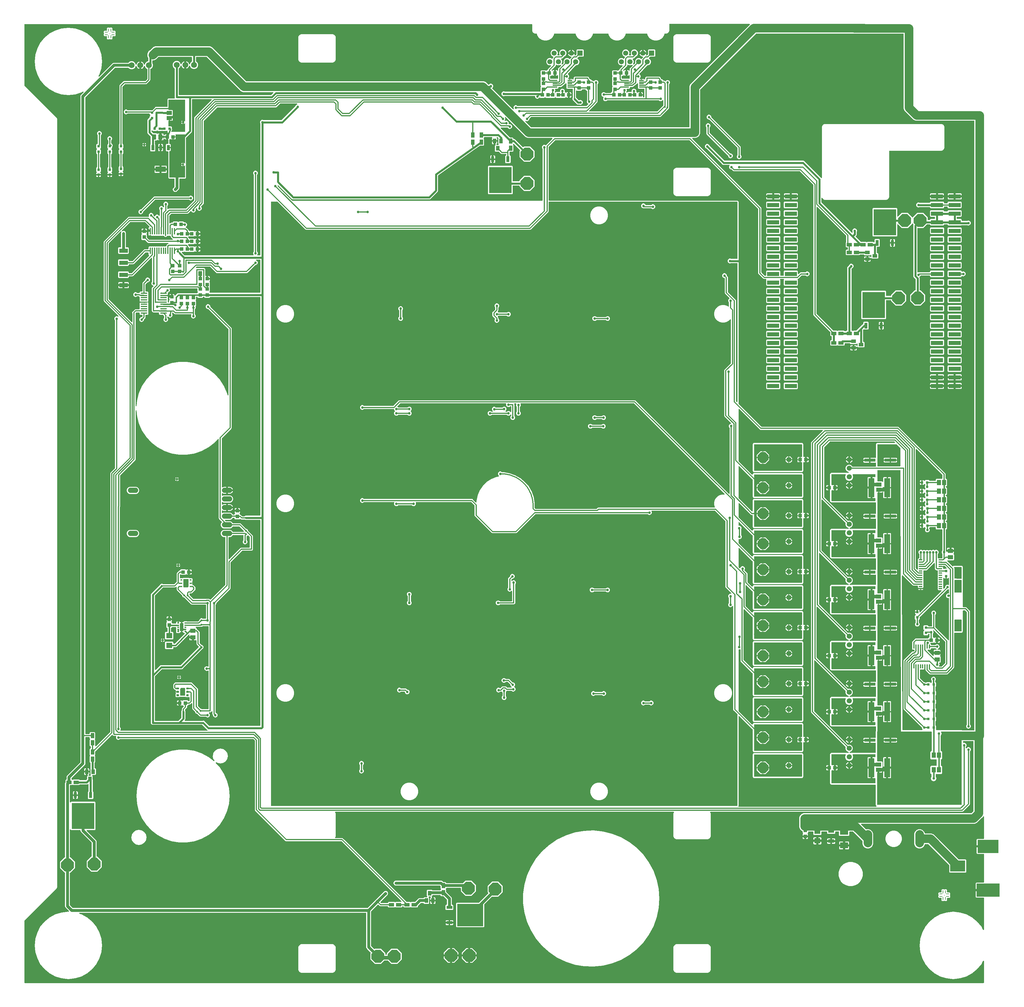
<source format=gbr>
G04 EAGLE Gerber X2 export*
%TF.Part,Single*%
%TF.FileFunction,Copper,L1,Top,Mixed*%
%TF.FilePolarity,Positive*%
%TF.GenerationSoftware,Autodesk,EAGLE,9.0.1*%
%TF.CreationDate,2018-05-30T13:43:04Z*%
G75*
%MOMM*%
%FSLAX34Y34*%
%LPD*%
%AMOC8*
5,1,8,0,0,1.08239X$1,22.5*%
G01*
%ADD10R,1.000000X1.100000*%
%ADD11R,2.400000X1.800000*%
%ADD12R,1.800000X1.600000*%
%ADD13R,1.803400X1.117600*%
%ADD14C,2.540000*%
%ADD15R,0.406400X1.981200*%
%ADD16R,1.100000X1.000000*%
%ADD17R,1.400000X0.300000*%
%ADD18R,1.508000X1.508000*%
%ADD19C,1.508000*%
%ADD20C,1.750000*%
%ADD21R,0.800000X0.800000*%
%ADD22R,0.799997X0.755600*%
%ADD23R,4.400000X3.300000*%
%ADD24R,6.750000X3.900000*%
%ADD25R,6.200000X3.900000*%
%ADD26R,0.600000X0.400000*%
%ADD27R,1.500000X1.300000*%
%ADD28R,1.803000X1.600000*%
%ADD29C,0.600000*%
%ADD30R,0.400000X0.300000*%
%ADD31R,1.270000X1.651000*%
%ADD32C,1.524000*%
%ADD33R,3.403600X0.889000*%
%ADD34R,3.251200X0.889000*%
%ADD35R,1.800000X5.700000*%
%ADD36P,3.436588X8X22.500000*%
%ADD37R,0.350000X1.200000*%
%ADD38R,0.755600X0.799997*%
%ADD39R,0.990600X0.304800*%
%ADD40R,1.168400X1.600200*%
%ADD41R,1.600200X1.168400*%
%ADD42R,0.838200X1.600200*%
%ADD43R,3.098800X1.600200*%
%ADD44R,1.300000X1.500000*%
%ADD45R,1.981200X0.406400*%
%ADD46R,1.000000X1.500000*%
%ADD47R,1.000000X1.400000*%
%ADD48P,4.123906X8X22.500000*%
%ADD49R,0.939800X1.701800*%
%ADD50R,6.654800X7.721600*%
%ADD51R,1.500000X1.000000*%
%ADD52P,4.123906X8X202.500000*%
%ADD53R,1.701800X0.939800*%
%ADD54R,7.721600X6.654800*%
%ADD55R,2.540000X1.270000*%
%ADD56R,3.556000X1.270000*%
%ADD57R,1.400000X1.000000*%
%ADD58R,0.889000X0.254000*%
%ADD59R,0.254000X0.889000*%
%ADD60C,0.250000*%
%ADD61C,0.304800*%
%ADD62C,0.756400*%
%ADD63R,0.956400X0.956400*%
%ADD64C,0.406400*%
%ADD65C,0.254000*%
%ADD66C,0.609600*%
%ADD67C,1.016000*%
%ADD68C,0.355600*%
%ADD69C,0.558800*%
%ADD70C,0.812800*%

G36*
X2109496Y532388D02*
X2109496Y532388D01*
X2109522Y532386D01*
X2109669Y532408D01*
X2109816Y532425D01*
X2109841Y532433D01*
X2109867Y532437D01*
X2110005Y532492D01*
X2110144Y532542D01*
X2110166Y532556D01*
X2110191Y532566D01*
X2110312Y532651D01*
X2110437Y532731D01*
X2110455Y532750D01*
X2110477Y532765D01*
X2110576Y532875D01*
X2110679Y532982D01*
X2110693Y533004D01*
X2110710Y533024D01*
X2110782Y533154D01*
X2110858Y533281D01*
X2110866Y533306D01*
X2110879Y533329D01*
X2110919Y533472D01*
X2110964Y533613D01*
X2110966Y533639D01*
X2110974Y533664D01*
X2110993Y533908D01*
X2110993Y801639D01*
X2110979Y801765D01*
X2110972Y801891D01*
X2110959Y801937D01*
X2110953Y801985D01*
X2110911Y802104D01*
X2110876Y802226D01*
X2110852Y802268D01*
X2110836Y802313D01*
X2110767Y802420D01*
X2110706Y802530D01*
X2110666Y802576D01*
X2110647Y802606D01*
X2110612Y802640D01*
X2110547Y802716D01*
X2100744Y812519D01*
X2099243Y814020D01*
X2098547Y815700D01*
X2098547Y1120010D01*
X2098536Y1120110D01*
X2098534Y1120210D01*
X2098516Y1120282D01*
X2098507Y1120356D01*
X2098474Y1120450D01*
X2098449Y1120548D01*
X2098415Y1120614D01*
X2098390Y1120684D01*
X2098335Y1120768D01*
X2098289Y1120858D01*
X2098241Y1120914D01*
X2098201Y1120977D01*
X2098129Y1121047D01*
X2098064Y1121123D01*
X2098004Y1121167D01*
X2097950Y1121219D01*
X2097864Y1121271D01*
X2097783Y1121330D01*
X2097715Y1121360D01*
X2097651Y1121398D01*
X2097555Y1121428D01*
X2097463Y1121468D01*
X2097390Y1121481D01*
X2097319Y1121504D01*
X2097219Y1121512D01*
X2097120Y1121530D01*
X2097046Y1121526D01*
X2096972Y1121532D01*
X2096872Y1121517D01*
X2096772Y1121512D01*
X2096701Y1121491D01*
X2096627Y1121480D01*
X2096534Y1121443D01*
X2096437Y1121415D01*
X2096372Y1121379D01*
X2096303Y1121352D01*
X2096221Y1121294D01*
X2096133Y1121245D01*
X2096057Y1121180D01*
X2096017Y1121153D01*
X2095993Y1121126D01*
X2095947Y1121087D01*
X2094289Y1119429D01*
X2091779Y1118389D01*
X2089061Y1118389D01*
X2086551Y1119429D01*
X2084629Y1121351D01*
X2083589Y1123861D01*
X2083589Y1126579D01*
X2084629Y1129089D01*
X2085401Y1129861D01*
X2085480Y1129960D01*
X2085564Y1130054D01*
X2085588Y1130096D01*
X2085618Y1130134D01*
X2085672Y1130248D01*
X2085733Y1130359D01*
X2085746Y1130406D01*
X2085767Y1130449D01*
X2085793Y1130573D01*
X2085828Y1130695D01*
X2085833Y1130755D01*
X2085840Y1130790D01*
X2085839Y1130838D01*
X2085847Y1130938D01*
X2085847Y1144902D01*
X2085833Y1145027D01*
X2085826Y1145153D01*
X2085813Y1145200D01*
X2085807Y1145248D01*
X2085765Y1145367D01*
X2085730Y1145488D01*
X2085706Y1145530D01*
X2085690Y1145576D01*
X2085621Y1145682D01*
X2085560Y1145792D01*
X2085520Y1145839D01*
X2085501Y1145869D01*
X2085466Y1145902D01*
X2085401Y1145979D01*
X2084629Y1146751D01*
X2083589Y1149261D01*
X2083589Y1151979D01*
X2084629Y1154489D01*
X2086551Y1156411D01*
X2089061Y1157451D01*
X2091225Y1157451D01*
X2091325Y1157462D01*
X2091425Y1157464D01*
X2091497Y1157482D01*
X2091571Y1157491D01*
X2091666Y1157524D01*
X2091763Y1157549D01*
X2091829Y1157583D01*
X2091899Y1157608D01*
X2091984Y1157663D01*
X2092073Y1157709D01*
X2092130Y1157757D01*
X2092192Y1157797D01*
X2092262Y1157869D01*
X2092338Y1157934D01*
X2092383Y1157994D01*
X2092434Y1158048D01*
X2092486Y1158134D01*
X2092546Y1158215D01*
X2092575Y1158283D01*
X2092613Y1158347D01*
X2092644Y1158443D01*
X2092684Y1158535D01*
X2092697Y1158608D01*
X2092719Y1158679D01*
X2092727Y1158779D01*
X2092745Y1158878D01*
X2092741Y1158952D01*
X2092747Y1159026D01*
X2092732Y1159126D01*
X2092727Y1159226D01*
X2092707Y1159297D01*
X2092696Y1159371D01*
X2092659Y1159464D01*
X2092631Y1159561D01*
X2092594Y1159626D01*
X2092567Y1159695D01*
X2092510Y1159777D01*
X2092461Y1159865D01*
X2092395Y1159941D01*
X2092368Y1159981D01*
X2092342Y1160005D01*
X2092302Y1160051D01*
X2077884Y1174469D01*
X2076383Y1175970D01*
X2075687Y1177650D01*
X2075687Y1370741D01*
X2075673Y1370866D01*
X2075666Y1370992D01*
X2075653Y1371039D01*
X2075647Y1371087D01*
X2075605Y1371206D01*
X2075570Y1371327D01*
X2075546Y1371369D01*
X2075530Y1371415D01*
X2075461Y1371521D01*
X2075400Y1371631D01*
X2075360Y1371678D01*
X2075341Y1371708D01*
X2075306Y1371741D01*
X2075241Y1371818D01*
X2044918Y1402141D01*
X2044819Y1402220D01*
X2044725Y1402304D01*
X2044683Y1402328D01*
X2044645Y1402358D01*
X2044531Y1402412D01*
X2044420Y1402473D01*
X2044373Y1402486D01*
X2044330Y1402507D01*
X2044206Y1402533D01*
X2044084Y1402568D01*
X2044024Y1402573D01*
X2043989Y1402580D01*
X2043941Y1402579D01*
X2043841Y1402587D01*
X1859019Y1402587D01*
X1858870Y1402570D01*
X1858720Y1402558D01*
X1858697Y1402550D01*
X1858673Y1402547D01*
X1858531Y1402497D01*
X1858388Y1402451D01*
X1858367Y1402438D01*
X1858345Y1402430D01*
X1858218Y1402348D01*
X1858089Y1402271D01*
X1858072Y1402254D01*
X1858052Y1402241D01*
X1857947Y1402132D01*
X1857840Y1402028D01*
X1857827Y1402008D01*
X1857810Y1401990D01*
X1857732Y1401861D01*
X1857651Y1401735D01*
X1857643Y1401712D01*
X1857631Y1401691D01*
X1857585Y1401548D01*
X1857535Y1401406D01*
X1857532Y1401382D01*
X1857525Y1401359D01*
X1857513Y1401210D01*
X1857496Y1401060D01*
X1857499Y1401036D01*
X1857497Y1401012D01*
X1857519Y1400864D01*
X1857536Y1400714D01*
X1857545Y1400686D01*
X1857548Y1400667D01*
X1857566Y1400624D01*
X1857612Y1400481D01*
X1858491Y1398359D01*
X1858491Y1395641D01*
X1857451Y1393131D01*
X1855529Y1391209D01*
X1853019Y1390169D01*
X1850301Y1390169D01*
X1847791Y1391209D01*
X1847019Y1391981D01*
X1846920Y1392060D01*
X1846826Y1392144D01*
X1846784Y1392168D01*
X1846746Y1392198D01*
X1846632Y1392252D01*
X1846521Y1392313D01*
X1846474Y1392326D01*
X1846431Y1392347D01*
X1846307Y1392373D01*
X1846185Y1392408D01*
X1846125Y1392413D01*
X1846090Y1392420D01*
X1846042Y1392419D01*
X1845942Y1392427D01*
X1516628Y1392427D01*
X1516502Y1392413D01*
X1516376Y1392406D01*
X1516329Y1392393D01*
X1516281Y1392387D01*
X1516162Y1392345D01*
X1516041Y1392310D01*
X1515999Y1392286D01*
X1515953Y1392270D01*
X1515847Y1392201D01*
X1515737Y1392140D01*
X1515690Y1392100D01*
X1515660Y1392081D01*
X1515627Y1392046D01*
X1515551Y1391981D01*
X1460559Y1336989D01*
X1458878Y1336293D01*
X1388462Y1336293D01*
X1386781Y1336989D01*
X1336989Y1386781D01*
X1336293Y1388462D01*
X1336293Y1417335D01*
X1336279Y1417461D01*
X1336272Y1417587D01*
X1336259Y1417633D01*
X1336253Y1417681D01*
X1336211Y1417800D01*
X1336176Y1417922D01*
X1336152Y1417964D01*
X1336136Y1418009D01*
X1336067Y1418116D01*
X1336006Y1418226D01*
X1335966Y1418272D01*
X1335947Y1418302D01*
X1335912Y1418336D01*
X1335847Y1418412D01*
X1326718Y1427541D01*
X1326619Y1427620D01*
X1326525Y1427704D01*
X1326483Y1427728D01*
X1326445Y1427758D01*
X1326331Y1427812D01*
X1326220Y1427873D01*
X1326174Y1427886D01*
X1326130Y1427907D01*
X1326007Y1427933D01*
X1325885Y1427968D01*
X1325824Y1427973D01*
X1325789Y1427980D01*
X1325741Y1427979D01*
X1325641Y1427987D01*
X1164539Y1427987D01*
X1164390Y1427970D01*
X1164240Y1427958D01*
X1164217Y1427950D01*
X1164193Y1427947D01*
X1164052Y1427897D01*
X1163909Y1427851D01*
X1163888Y1427838D01*
X1163865Y1427830D01*
X1163738Y1427748D01*
X1163610Y1427671D01*
X1163593Y1427654D01*
X1163572Y1427641D01*
X1163468Y1427533D01*
X1163360Y1427428D01*
X1163347Y1427408D01*
X1163330Y1427390D01*
X1163253Y1427261D01*
X1163172Y1427135D01*
X1163164Y1427112D01*
X1163151Y1427091D01*
X1163105Y1426948D01*
X1163055Y1426806D01*
X1163052Y1426782D01*
X1163045Y1426759D01*
X1163033Y1426610D01*
X1163016Y1426460D01*
X1163019Y1426436D01*
X1163017Y1426412D01*
X1163039Y1426263D01*
X1163057Y1426114D01*
X1163066Y1426086D01*
X1163069Y1426067D01*
X1163086Y1426023D01*
X1163132Y1425881D01*
X1163801Y1424267D01*
X1163801Y1421549D01*
X1162761Y1419039D01*
X1160839Y1417117D01*
X1158329Y1416077D01*
X1155611Y1416077D01*
X1153101Y1417117D01*
X1152329Y1417889D01*
X1152230Y1417968D01*
X1152136Y1418052D01*
X1152094Y1418076D01*
X1152056Y1418106D01*
X1151942Y1418160D01*
X1151831Y1418221D01*
X1151784Y1418234D01*
X1151741Y1418255D01*
X1151617Y1418281D01*
X1151495Y1418316D01*
X1151435Y1418321D01*
X1151400Y1418328D01*
X1151352Y1418327D01*
X1151252Y1418335D01*
X1111888Y1418335D01*
X1111763Y1418321D01*
X1111637Y1418314D01*
X1111590Y1418301D01*
X1111542Y1418295D01*
X1111423Y1418253D01*
X1111302Y1418218D01*
X1111260Y1418194D01*
X1111214Y1418178D01*
X1111108Y1418109D01*
X1110998Y1418048D01*
X1110951Y1418008D01*
X1110921Y1417989D01*
X1110888Y1417954D01*
X1110811Y1417889D01*
X1110039Y1417117D01*
X1107529Y1416077D01*
X1104811Y1416077D01*
X1102301Y1417117D01*
X1100379Y1419039D01*
X1099339Y1421549D01*
X1099339Y1424267D01*
X1100008Y1425881D01*
X1100049Y1426026D01*
X1100095Y1426169D01*
X1100097Y1426193D01*
X1100104Y1426216D01*
X1100111Y1426367D01*
X1100123Y1426516D01*
X1100119Y1426540D01*
X1100121Y1426564D01*
X1100094Y1426712D01*
X1100071Y1426861D01*
X1100062Y1426883D01*
X1100058Y1426907D01*
X1099998Y1427045D01*
X1099943Y1427185D01*
X1099929Y1427205D01*
X1099919Y1427227D01*
X1099829Y1427348D01*
X1099744Y1427471D01*
X1099726Y1427487D01*
X1099711Y1427507D01*
X1099596Y1427604D01*
X1099485Y1427704D01*
X1099464Y1427716D01*
X1099445Y1427732D01*
X1099312Y1427800D01*
X1099180Y1427873D01*
X1099157Y1427879D01*
X1099135Y1427890D01*
X1098989Y1427927D01*
X1098844Y1427968D01*
X1098815Y1427970D01*
X1098797Y1427975D01*
X1098750Y1427975D01*
X1098601Y1427987D01*
X1011558Y1427987D01*
X1011433Y1427973D01*
X1011307Y1427966D01*
X1011260Y1427953D01*
X1011212Y1427947D01*
X1011093Y1427905D01*
X1010972Y1427870D01*
X1010930Y1427846D01*
X1010884Y1427830D01*
X1010778Y1427761D01*
X1010668Y1427700D01*
X1010621Y1427660D01*
X1010591Y1427641D01*
X1010558Y1427606D01*
X1010481Y1427541D01*
X1009709Y1426769D01*
X1007199Y1425729D01*
X1004481Y1425729D01*
X1001971Y1426769D01*
X1000049Y1428691D01*
X999009Y1431201D01*
X999009Y1433919D01*
X1000049Y1436429D01*
X1001971Y1438351D01*
X1004481Y1439391D01*
X1007199Y1439391D01*
X1009709Y1438351D01*
X1010481Y1437579D01*
X1010580Y1437500D01*
X1010674Y1437416D01*
X1010716Y1437392D01*
X1010754Y1437362D01*
X1010868Y1437308D01*
X1010979Y1437247D01*
X1011026Y1437234D01*
X1011069Y1437213D01*
X1011193Y1437187D01*
X1011315Y1437152D01*
X1011375Y1437147D01*
X1011410Y1437140D01*
X1011458Y1437141D01*
X1011558Y1437133D01*
X1329076Y1437133D01*
X1330756Y1436437D01*
X1332257Y1434936D01*
X1339789Y1427404D01*
X1339867Y1427342D01*
X1339940Y1427272D01*
X1340004Y1427233D01*
X1340062Y1427187D01*
X1340153Y1427144D01*
X1340239Y1427093D01*
X1340310Y1427070D01*
X1340377Y1427038D01*
X1340475Y1427017D01*
X1340571Y1426987D01*
X1340645Y1426981D01*
X1340718Y1426965D01*
X1340818Y1426967D01*
X1340918Y1426959D01*
X1340992Y1426970D01*
X1341066Y1426971D01*
X1341163Y1426995D01*
X1341263Y1427010D01*
X1341332Y1427038D01*
X1341404Y1427056D01*
X1341494Y1427102D01*
X1341587Y1427139D01*
X1341648Y1427181D01*
X1341714Y1427216D01*
X1341791Y1427281D01*
X1341873Y1427338D01*
X1341923Y1427393D01*
X1341979Y1427441D01*
X1342039Y1427522D01*
X1342106Y1427597D01*
X1342142Y1427662D01*
X1342187Y1427722D01*
X1342226Y1427814D01*
X1342275Y1427902D01*
X1342295Y1427973D01*
X1342325Y1428042D01*
X1342342Y1428140D01*
X1342370Y1428237D01*
X1342378Y1428337D01*
X1342386Y1428385D01*
X1342384Y1428420D01*
X1342389Y1428481D01*
X1342389Y1431676D01*
X1342519Y1432330D01*
X1342520Y1432330D01*
X1342520Y1432331D01*
X1342822Y1433853D01*
X1342823Y1433854D01*
X1343125Y1435377D01*
X1343126Y1435377D01*
X1343731Y1438423D01*
X1343732Y1438423D01*
X1344034Y1439946D01*
X1344035Y1439947D01*
X1344337Y1441470D01*
X1344338Y1441470D01*
X1344640Y1442993D01*
X1344641Y1442993D01*
X1345246Y1446039D01*
X1345246Y1446040D01*
X1345513Y1447379D01*
X1351640Y1462171D01*
X1360535Y1475484D01*
X1371856Y1486805D01*
X1385169Y1495700D01*
X1399961Y1501827D01*
X1407252Y1503277D01*
X1407371Y1503316D01*
X1407493Y1503346D01*
X1407536Y1503369D01*
X1407583Y1503384D01*
X1407691Y1503448D01*
X1407802Y1503506D01*
X1407840Y1503538D01*
X1407882Y1503563D01*
X1407972Y1503650D01*
X1408068Y1503732D01*
X1408097Y1503771D01*
X1408133Y1503806D01*
X1408200Y1503911D01*
X1408275Y1504012D01*
X1408295Y1504057D01*
X1408321Y1504099D01*
X1408363Y1504217D01*
X1408413Y1504332D01*
X1408422Y1504381D01*
X1408438Y1504427D01*
X1408452Y1504552D01*
X1408475Y1504675D01*
X1408472Y1504724D01*
X1408478Y1504773D01*
X1408463Y1504898D01*
X1408457Y1505023D01*
X1408443Y1505070D01*
X1408437Y1505119D01*
X1408395Y1505237D01*
X1408360Y1505358D01*
X1408336Y1505401D01*
X1408319Y1505447D01*
X1408251Y1505553D01*
X1408190Y1505662D01*
X1408150Y1505709D01*
X1408130Y1505740D01*
X1408096Y1505773D01*
X1408032Y1505848D01*
X1406449Y1507431D01*
X1405409Y1509941D01*
X1405409Y1512659D01*
X1406449Y1515169D01*
X1408371Y1517091D01*
X1410881Y1518131D01*
X1413599Y1518131D01*
X1416109Y1517091D01*
X1416881Y1516319D01*
X1416980Y1516240D01*
X1417074Y1516156D01*
X1417116Y1516132D01*
X1417154Y1516102D01*
X1417269Y1516048D01*
X1417379Y1515987D01*
X1417426Y1515974D01*
X1417469Y1515953D01*
X1417593Y1515927D01*
X1417715Y1515892D01*
X1417775Y1515887D01*
X1417810Y1515880D01*
X1417858Y1515881D01*
X1417958Y1515873D01*
X1423402Y1515873D01*
X1440385Y1512878D01*
X1456589Y1506980D01*
X1471523Y1498358D01*
X1484734Y1487274D01*
X1495818Y1474063D01*
X1504440Y1459129D01*
X1510338Y1442925D01*
X1513333Y1425942D01*
X1513333Y1410701D01*
X1513347Y1410575D01*
X1513354Y1410449D01*
X1513367Y1410403D01*
X1513373Y1410355D01*
X1513415Y1410236D01*
X1513450Y1410114D01*
X1513474Y1410072D01*
X1513490Y1410027D01*
X1513559Y1409920D01*
X1513620Y1409810D01*
X1513660Y1409764D01*
X1513679Y1409734D01*
X1513714Y1409700D01*
X1513779Y1409624D01*
X1515288Y1408115D01*
X1515387Y1408036D01*
X1515481Y1407952D01*
X1515523Y1407928D01*
X1515561Y1407898D01*
X1515675Y1407844D01*
X1515786Y1407783D01*
X1515832Y1407770D01*
X1515876Y1407749D01*
X1515999Y1407723D01*
X1516121Y1407688D01*
X1516182Y1407683D01*
X1516217Y1407676D01*
X1516265Y1407677D01*
X1516365Y1407669D01*
X1695211Y1407669D01*
X1695337Y1407683D01*
X1695463Y1407690D01*
X1695509Y1407703D01*
X1695557Y1407709D01*
X1695676Y1407751D01*
X1695798Y1407786D01*
X1695840Y1407810D01*
X1695885Y1407826D01*
X1695992Y1407895D01*
X1696102Y1407956D01*
X1696148Y1407996D01*
X1696178Y1408015D01*
X1696212Y1408050D01*
X1696288Y1408115D01*
X1699210Y1411037D01*
X1700890Y1411733D01*
X2042913Y1411733D01*
X2042988Y1411741D01*
X2043064Y1411740D01*
X2043161Y1411761D01*
X2043259Y1411773D01*
X2043330Y1411798D01*
X2043405Y1411814D01*
X2043494Y1411857D01*
X2043587Y1411890D01*
X2043651Y1411931D01*
X2043719Y1411964D01*
X2043797Y1412026D01*
X2043880Y1412079D01*
X2043933Y1412134D01*
X2043992Y1412181D01*
X2044053Y1412259D01*
X2044122Y1412330D01*
X2044161Y1412395D01*
X2044208Y1412454D01*
X2044250Y1412544D01*
X2044301Y1412629D01*
X2044324Y1412701D01*
X2044356Y1412770D01*
X2044377Y1412867D01*
X2044407Y1412961D01*
X2044413Y1413036D01*
X2044429Y1413111D01*
X2044427Y1413210D01*
X2044435Y1413308D01*
X2044424Y1413383D01*
X2044422Y1413459D01*
X2044398Y1413555D01*
X2044383Y1413653D01*
X2044355Y1413723D01*
X2044337Y1413797D01*
X2044334Y1413804D01*
X2042540Y1420496D01*
X2042540Y1427352D01*
X2044315Y1433973D01*
X2047742Y1439910D01*
X2052590Y1444758D01*
X2058527Y1448185D01*
X2065148Y1449960D01*
X2071370Y1449960D01*
X2071470Y1449971D01*
X2071570Y1449973D01*
X2071643Y1449991D01*
X2071717Y1450000D01*
X2071811Y1450033D01*
X2071908Y1450058D01*
X2071975Y1450092D01*
X2072045Y1450117D01*
X2072129Y1450172D01*
X2072218Y1450218D01*
X2072275Y1450266D01*
X2072337Y1450306D01*
X2072407Y1450378D01*
X2072484Y1450443D01*
X2072528Y1450503D01*
X2072580Y1450557D01*
X2072631Y1450643D01*
X2072691Y1450724D01*
X2072720Y1450792D01*
X2072758Y1450856D01*
X2072789Y1450952D01*
X2072829Y1451044D01*
X2072842Y1451117D01*
X2072865Y1451188D01*
X2072873Y1451288D01*
X2072891Y1451387D01*
X2072887Y1451461D01*
X2072893Y1451535D01*
X2072878Y1451635D01*
X2072873Y1451735D01*
X2072852Y1451806D01*
X2072841Y1451880D01*
X2072804Y1451973D01*
X2072776Y1452070D01*
X2072740Y1452135D01*
X2072712Y1452204D01*
X2072655Y1452286D01*
X2072606Y1452374D01*
X2072541Y1452450D01*
X2072513Y1452490D01*
X2072487Y1452514D01*
X2072447Y1452560D01*
X1806664Y1718343D01*
X1806565Y1718422D01*
X1806471Y1718506D01*
X1806429Y1718530D01*
X1806391Y1718560D01*
X1806277Y1718614D01*
X1806166Y1718675D01*
X1806120Y1718688D01*
X1806076Y1718709D01*
X1805953Y1718735D01*
X1805831Y1718770D01*
X1805770Y1718775D01*
X1805736Y1718782D01*
X1805688Y1718781D01*
X1805587Y1718789D01*
X1473161Y1718789D01*
X1473012Y1718772D01*
X1472862Y1718760D01*
X1472839Y1718752D01*
X1472815Y1718749D01*
X1472674Y1718699D01*
X1472530Y1718653D01*
X1472509Y1718640D01*
X1472487Y1718632D01*
X1472360Y1718550D01*
X1472231Y1718473D01*
X1472214Y1718456D01*
X1472194Y1718443D01*
X1472089Y1718335D01*
X1471981Y1718230D01*
X1471968Y1718210D01*
X1471952Y1718192D01*
X1471874Y1718063D01*
X1471793Y1717937D01*
X1471785Y1717914D01*
X1471773Y1717893D01*
X1471727Y1717750D01*
X1471677Y1717608D01*
X1471674Y1717584D01*
X1471667Y1717561D01*
X1471655Y1717412D01*
X1471638Y1717262D01*
X1471641Y1717238D01*
X1471639Y1717214D01*
X1471661Y1717065D01*
X1471678Y1716916D01*
X1471687Y1716888D01*
X1471690Y1716869D01*
X1471708Y1716825D01*
X1471754Y1716683D01*
X1472411Y1715097D01*
X1472411Y1712379D01*
X1471371Y1709869D01*
X1470599Y1709097D01*
X1470520Y1708998D01*
X1470436Y1708904D01*
X1470412Y1708862D01*
X1470382Y1708824D01*
X1470328Y1708710D01*
X1470267Y1708599D01*
X1470254Y1708552D01*
X1470233Y1708509D01*
X1470207Y1708385D01*
X1470172Y1708263D01*
X1470167Y1708203D01*
X1470160Y1708168D01*
X1470161Y1708120D01*
X1470153Y1708020D01*
X1470153Y1695326D01*
X1470167Y1695201D01*
X1470174Y1695075D01*
X1470187Y1695028D01*
X1470193Y1694980D01*
X1470235Y1694861D01*
X1470270Y1694740D01*
X1470294Y1694698D01*
X1470310Y1694652D01*
X1470379Y1694546D01*
X1470440Y1694436D01*
X1470480Y1694389D01*
X1470499Y1694359D01*
X1470534Y1694326D01*
X1470599Y1694249D01*
X1471371Y1693477D01*
X1472411Y1690967D01*
X1472411Y1688249D01*
X1471371Y1685739D01*
X1469449Y1683817D01*
X1466939Y1682777D01*
X1464221Y1682777D01*
X1461711Y1683817D01*
X1459789Y1685739D01*
X1458749Y1688249D01*
X1458749Y1690967D01*
X1459789Y1693477D01*
X1460561Y1694249D01*
X1460640Y1694348D01*
X1460724Y1694442D01*
X1460748Y1694484D01*
X1460778Y1694522D01*
X1460832Y1694636D01*
X1460893Y1694747D01*
X1460906Y1694794D01*
X1460927Y1694837D01*
X1460953Y1694961D01*
X1460988Y1695083D01*
X1460993Y1695143D01*
X1461000Y1695178D01*
X1460999Y1695226D01*
X1461007Y1695326D01*
X1461007Y1708020D01*
X1460993Y1708145D01*
X1460986Y1708271D01*
X1460973Y1708318D01*
X1460967Y1708366D01*
X1460925Y1708485D01*
X1460890Y1708606D01*
X1460866Y1708648D01*
X1460850Y1708694D01*
X1460781Y1708800D01*
X1460720Y1708910D01*
X1460680Y1708957D01*
X1460661Y1708987D01*
X1460626Y1709020D01*
X1460561Y1709097D01*
X1459789Y1709869D01*
X1458749Y1712379D01*
X1458749Y1715097D01*
X1459406Y1716683D01*
X1459448Y1716828D01*
X1459493Y1716971D01*
X1459495Y1716995D01*
X1459502Y1717018D01*
X1459509Y1717169D01*
X1459521Y1717318D01*
X1459518Y1717342D01*
X1459519Y1717366D01*
X1459492Y1717514D01*
X1459470Y1717663D01*
X1459461Y1717685D01*
X1459456Y1717709D01*
X1459397Y1717847D01*
X1459341Y1717987D01*
X1459327Y1718007D01*
X1459318Y1718029D01*
X1459228Y1718150D01*
X1459142Y1718273D01*
X1459124Y1718289D01*
X1459110Y1718309D01*
X1458995Y1718406D01*
X1458883Y1718506D01*
X1458862Y1718518D01*
X1458844Y1718534D01*
X1458710Y1718602D01*
X1458578Y1718675D01*
X1458555Y1718681D01*
X1458533Y1718692D01*
X1458388Y1718729D01*
X1458243Y1718770D01*
X1458214Y1718772D01*
X1458195Y1718777D01*
X1458148Y1718777D01*
X1457999Y1718789D01*
X1454733Y1718789D01*
X1454584Y1718772D01*
X1454434Y1718760D01*
X1454411Y1718752D01*
X1454387Y1718749D01*
X1454245Y1718699D01*
X1454102Y1718652D01*
X1454081Y1718640D01*
X1454059Y1718632D01*
X1453932Y1718550D01*
X1453803Y1718473D01*
X1453786Y1718456D01*
X1453766Y1718443D01*
X1453661Y1718335D01*
X1453553Y1718230D01*
X1453540Y1718210D01*
X1453524Y1718192D01*
X1453446Y1718063D01*
X1453365Y1717937D01*
X1453357Y1717914D01*
X1453345Y1717893D01*
X1453299Y1717750D01*
X1453249Y1717608D01*
X1453246Y1717584D01*
X1453239Y1717561D01*
X1453227Y1717412D01*
X1453210Y1717262D01*
X1453213Y1717238D01*
X1453211Y1717214D01*
X1453233Y1717065D01*
X1453250Y1716916D01*
X1453259Y1716888D01*
X1453262Y1716869D01*
X1453280Y1716825D01*
X1453326Y1716683D01*
X1453643Y1715918D01*
X1453643Y1682626D01*
X1453657Y1682501D01*
X1453664Y1682375D01*
X1453677Y1682328D01*
X1453683Y1682280D01*
X1453725Y1682161D01*
X1453760Y1682040D01*
X1453784Y1681998D01*
X1453800Y1681952D01*
X1453869Y1681846D01*
X1453930Y1681736D01*
X1453970Y1681689D01*
X1453989Y1681659D01*
X1454024Y1681626D01*
X1454089Y1681549D01*
X1454861Y1680777D01*
X1455901Y1678267D01*
X1455901Y1675549D01*
X1454861Y1673039D01*
X1452939Y1671117D01*
X1450429Y1670077D01*
X1447711Y1670077D01*
X1445201Y1671117D01*
X1443279Y1673039D01*
X1442239Y1675549D01*
X1442239Y1678267D01*
X1443279Y1680777D01*
X1444051Y1681549D01*
X1444130Y1681648D01*
X1444214Y1681742D01*
X1444238Y1681784D01*
X1444268Y1681822D01*
X1444322Y1681936D01*
X1444383Y1682047D01*
X1444396Y1682094D01*
X1444417Y1682137D01*
X1444443Y1682261D01*
X1444478Y1682383D01*
X1444483Y1682443D01*
X1444490Y1682478D01*
X1444489Y1682526D01*
X1444497Y1682626D01*
X1444497Y1684398D01*
X1444486Y1684498D01*
X1444484Y1684598D01*
X1444466Y1684670D01*
X1444457Y1684744D01*
X1444424Y1684838D01*
X1444399Y1684936D01*
X1444365Y1685002D01*
X1444340Y1685072D01*
X1444285Y1685156D01*
X1444239Y1685246D01*
X1444191Y1685302D01*
X1444151Y1685365D01*
X1444079Y1685435D01*
X1444014Y1685511D01*
X1443954Y1685555D01*
X1443900Y1685607D01*
X1443814Y1685659D01*
X1443733Y1685718D01*
X1443665Y1685748D01*
X1443601Y1685786D01*
X1443505Y1685816D01*
X1443413Y1685856D01*
X1443340Y1685869D01*
X1443269Y1685892D01*
X1443169Y1685900D01*
X1443070Y1685918D01*
X1442996Y1685914D01*
X1442922Y1685920D01*
X1442822Y1685905D01*
X1442722Y1685900D01*
X1442651Y1685879D01*
X1442577Y1685868D01*
X1442484Y1685831D01*
X1442387Y1685803D01*
X1442322Y1685767D01*
X1442253Y1685740D01*
X1442171Y1685682D01*
X1442083Y1685633D01*
X1442007Y1685568D01*
X1441967Y1685541D01*
X1441943Y1685514D01*
X1441897Y1685475D01*
X1440239Y1683817D01*
X1437729Y1682777D01*
X1435011Y1682777D01*
X1432501Y1683817D01*
X1431729Y1684589D01*
X1431630Y1684668D01*
X1431536Y1684752D01*
X1431494Y1684776D01*
X1431456Y1684806D01*
X1431342Y1684860D01*
X1431231Y1684921D01*
X1431184Y1684934D01*
X1431141Y1684955D01*
X1431017Y1684981D01*
X1430895Y1685016D01*
X1430835Y1685021D01*
X1430800Y1685028D01*
X1430752Y1685027D01*
X1430652Y1685035D01*
X1387478Y1685035D01*
X1387353Y1685021D01*
X1387227Y1685014D01*
X1387180Y1685001D01*
X1387132Y1684995D01*
X1387013Y1684953D01*
X1386892Y1684918D01*
X1386850Y1684894D01*
X1386804Y1684878D01*
X1386698Y1684809D01*
X1386588Y1684748D01*
X1386541Y1684708D01*
X1386511Y1684689D01*
X1386478Y1684654D01*
X1386401Y1684589D01*
X1385629Y1683817D01*
X1383119Y1682777D01*
X1380401Y1682777D01*
X1377891Y1683817D01*
X1375969Y1685739D01*
X1374929Y1688249D01*
X1374929Y1690967D01*
X1375969Y1693477D01*
X1377891Y1695399D01*
X1380401Y1696439D01*
X1383119Y1696439D01*
X1385629Y1695399D01*
X1386401Y1694627D01*
X1386500Y1694548D01*
X1386594Y1694464D01*
X1386636Y1694440D01*
X1386674Y1694410D01*
X1386788Y1694356D01*
X1386899Y1694295D01*
X1386946Y1694282D01*
X1386989Y1694261D01*
X1387113Y1694235D01*
X1387235Y1694200D01*
X1387295Y1694195D01*
X1387330Y1694188D01*
X1387378Y1694189D01*
X1387478Y1694181D01*
X1388742Y1694181D01*
X1388841Y1694192D01*
X1388942Y1694194D01*
X1389014Y1694212D01*
X1389088Y1694221D01*
X1389182Y1694254D01*
X1389280Y1694279D01*
X1389346Y1694313D01*
X1389416Y1694338D01*
X1389500Y1694393D01*
X1389590Y1694439D01*
X1389646Y1694487D01*
X1389709Y1694527D01*
X1389779Y1694599D01*
X1389855Y1694664D01*
X1389899Y1694724D01*
X1389951Y1694778D01*
X1390003Y1694864D01*
X1390062Y1694945D01*
X1390092Y1695013D01*
X1390130Y1695077D01*
X1390160Y1695173D01*
X1390200Y1695265D01*
X1390213Y1695338D01*
X1390236Y1695409D01*
X1390244Y1695509D01*
X1390262Y1695608D01*
X1390258Y1695682D01*
X1390264Y1695756D01*
X1390249Y1695856D01*
X1390244Y1695956D01*
X1390223Y1696027D01*
X1390212Y1696101D01*
X1390175Y1696194D01*
X1390147Y1696291D01*
X1390111Y1696356D01*
X1390084Y1696425D01*
X1390026Y1696507D01*
X1389977Y1696595D01*
X1389912Y1696671D01*
X1389885Y1696711D01*
X1389858Y1696735D01*
X1389819Y1696781D01*
X1388669Y1697931D01*
X1387629Y1700441D01*
X1387629Y1703159D01*
X1388669Y1705669D01*
X1390591Y1707591D01*
X1393101Y1708631D01*
X1395819Y1708631D01*
X1398329Y1707591D01*
X1399101Y1706819D01*
X1399200Y1706740D01*
X1399294Y1706656D01*
X1399336Y1706632D01*
X1399374Y1706602D01*
X1399488Y1706548D01*
X1399599Y1706487D01*
X1399646Y1706474D01*
X1399689Y1706453D01*
X1399813Y1706427D01*
X1399935Y1706392D01*
X1399995Y1706387D01*
X1400030Y1706380D01*
X1400078Y1706381D01*
X1400178Y1706373D01*
X1417444Y1706373D01*
X1417569Y1706387D01*
X1417695Y1706394D01*
X1417742Y1706407D01*
X1417790Y1706413D01*
X1417909Y1706455D01*
X1418030Y1706490D01*
X1418072Y1706514D01*
X1418118Y1706530D01*
X1418224Y1706599D01*
X1418334Y1706660D01*
X1418381Y1706700D01*
X1418411Y1706719D01*
X1418444Y1706754D01*
X1418521Y1706819D01*
X1419801Y1708099D01*
X1422311Y1709139D01*
X1425029Y1709139D01*
X1427539Y1708099D01*
X1429461Y1706177D01*
X1430501Y1703667D01*
X1430501Y1700949D01*
X1429461Y1698439D01*
X1427803Y1696781D01*
X1427741Y1696702D01*
X1427671Y1696630D01*
X1427633Y1696566D01*
X1427587Y1696508D01*
X1427544Y1696417D01*
X1427492Y1696331D01*
X1427469Y1696260D01*
X1427438Y1696193D01*
X1427417Y1696095D01*
X1427386Y1695999D01*
X1427380Y1695925D01*
X1427364Y1695852D01*
X1427366Y1695752D01*
X1427358Y1695652D01*
X1427369Y1695578D01*
X1427370Y1695504D01*
X1427395Y1695407D01*
X1427410Y1695307D01*
X1427437Y1695238D01*
X1427455Y1695166D01*
X1427501Y1695077D01*
X1427538Y1694983D01*
X1427581Y1694922D01*
X1427615Y1694856D01*
X1427680Y1694780D01*
X1427737Y1694697D01*
X1427792Y1694647D01*
X1427841Y1694591D01*
X1427922Y1694531D01*
X1427996Y1694464D01*
X1428061Y1694428D01*
X1428121Y1694383D01*
X1428213Y1694344D01*
X1428301Y1694295D01*
X1428373Y1694275D01*
X1428441Y1694245D01*
X1428540Y1694228D01*
X1428637Y1694200D01*
X1428737Y1694192D01*
X1428784Y1694184D01*
X1428820Y1694186D01*
X1428880Y1694181D01*
X1430652Y1694181D01*
X1430777Y1694195D01*
X1430903Y1694202D01*
X1430950Y1694215D01*
X1430998Y1694221D01*
X1431117Y1694263D01*
X1431238Y1694298D01*
X1431280Y1694322D01*
X1431326Y1694338D01*
X1431432Y1694407D01*
X1431542Y1694468D01*
X1431589Y1694508D01*
X1431619Y1694527D01*
X1431652Y1694562D01*
X1431729Y1694627D01*
X1432501Y1695399D01*
X1435011Y1696439D01*
X1437729Y1696439D01*
X1440239Y1695399D01*
X1441897Y1693741D01*
X1441976Y1693679D01*
X1442048Y1693609D01*
X1442112Y1693571D01*
X1442170Y1693525D01*
X1442261Y1693482D01*
X1442347Y1693430D01*
X1442418Y1693407D01*
X1442485Y1693376D01*
X1442583Y1693355D01*
X1442679Y1693324D01*
X1442753Y1693318D01*
X1442826Y1693302D01*
X1442926Y1693304D01*
X1443026Y1693296D01*
X1443100Y1693307D01*
X1443174Y1693308D01*
X1443271Y1693333D01*
X1443371Y1693348D01*
X1443440Y1693375D01*
X1443512Y1693393D01*
X1443601Y1693439D01*
X1443695Y1693476D01*
X1443756Y1693519D01*
X1443822Y1693553D01*
X1443898Y1693618D01*
X1443981Y1693675D01*
X1444031Y1693730D01*
X1444087Y1693779D01*
X1444147Y1693860D01*
X1444214Y1693934D01*
X1444250Y1693999D01*
X1444295Y1694059D01*
X1444334Y1694151D01*
X1444383Y1694239D01*
X1444403Y1694311D01*
X1444433Y1694379D01*
X1444450Y1694478D01*
X1444478Y1694575D01*
X1444486Y1694675D01*
X1444494Y1694722D01*
X1444492Y1694758D01*
X1444497Y1694818D01*
X1444497Y1708912D01*
X1444494Y1708938D01*
X1444496Y1708964D01*
X1444474Y1709111D01*
X1444457Y1709258D01*
X1444449Y1709283D01*
X1444445Y1709309D01*
X1444390Y1709447D01*
X1444340Y1709586D01*
X1444326Y1709608D01*
X1444316Y1709633D01*
X1444231Y1709754D01*
X1444151Y1709879D01*
X1444132Y1709897D01*
X1444117Y1709919D01*
X1444007Y1710018D01*
X1443900Y1710121D01*
X1443878Y1710135D01*
X1443858Y1710152D01*
X1443728Y1710224D01*
X1443601Y1710300D01*
X1443576Y1710308D01*
X1443553Y1710321D01*
X1443410Y1710361D01*
X1443269Y1710406D01*
X1443243Y1710408D01*
X1443218Y1710416D01*
X1442974Y1710435D01*
X1442088Y1710435D01*
X1441963Y1710421D01*
X1441837Y1710414D01*
X1441790Y1710401D01*
X1441742Y1710395D01*
X1441623Y1710353D01*
X1441502Y1710318D01*
X1441460Y1710294D01*
X1441414Y1710278D01*
X1441308Y1710209D01*
X1441198Y1710148D01*
X1441151Y1710108D01*
X1441121Y1710089D01*
X1441088Y1710054D01*
X1441011Y1709989D01*
X1440239Y1709217D01*
X1437729Y1708177D01*
X1435011Y1708177D01*
X1432501Y1709217D01*
X1430579Y1711139D01*
X1429539Y1713649D01*
X1429539Y1716367D01*
X1429670Y1716683D01*
X1429712Y1716828D01*
X1429757Y1716971D01*
X1429759Y1716995D01*
X1429766Y1717018D01*
X1429773Y1717169D01*
X1429785Y1717318D01*
X1429782Y1717342D01*
X1429783Y1717366D01*
X1429756Y1717514D01*
X1429734Y1717663D01*
X1429725Y1717685D01*
X1429720Y1717709D01*
X1429660Y1717847D01*
X1429605Y1717987D01*
X1429591Y1718007D01*
X1429582Y1718029D01*
X1429492Y1718150D01*
X1429406Y1718273D01*
X1429388Y1718289D01*
X1429374Y1718309D01*
X1429259Y1718406D01*
X1429147Y1718506D01*
X1429126Y1718518D01*
X1429108Y1718534D01*
X1428974Y1718602D01*
X1428842Y1718675D01*
X1428819Y1718681D01*
X1428797Y1718692D01*
X1428652Y1718729D01*
X1428507Y1718770D01*
X1428478Y1718772D01*
X1428459Y1718777D01*
X1428412Y1718777D01*
X1428263Y1718789D01*
X1117935Y1718789D01*
X1117809Y1718775D01*
X1117683Y1718768D01*
X1117637Y1718755D01*
X1117588Y1718749D01*
X1117469Y1718707D01*
X1117348Y1718672D01*
X1117306Y1718648D01*
X1117260Y1718632D01*
X1117154Y1718563D01*
X1117044Y1718502D01*
X1116998Y1718462D01*
X1116968Y1718443D01*
X1116934Y1718408D01*
X1116858Y1718343D01*
X1109229Y1710714D01*
X1109135Y1710597D01*
X1109038Y1710482D01*
X1109027Y1710460D01*
X1109012Y1710441D01*
X1108948Y1710305D01*
X1108879Y1710171D01*
X1108874Y1710148D01*
X1108863Y1710126D01*
X1108831Y1709979D01*
X1108795Y1709833D01*
X1108795Y1709809D01*
X1108790Y1709785D01*
X1108792Y1709635D01*
X1108790Y1709485D01*
X1108795Y1709461D01*
X1108796Y1709437D01*
X1108832Y1709291D01*
X1108864Y1709144D01*
X1108875Y1709122D01*
X1108881Y1709099D01*
X1108950Y1708965D01*
X1109014Y1708830D01*
X1109029Y1708811D01*
X1109040Y1708789D01*
X1109138Y1708675D01*
X1109232Y1708557D01*
X1109251Y1708542D01*
X1109266Y1708524D01*
X1109387Y1708434D01*
X1109505Y1708341D01*
X1109531Y1708328D01*
X1109547Y1708317D01*
X1109590Y1708298D01*
X1109723Y1708230D01*
X1110039Y1708099D01*
X1110811Y1707327D01*
X1110910Y1707248D01*
X1111004Y1707164D01*
X1111046Y1707140D01*
X1111084Y1707110D01*
X1111198Y1707056D01*
X1111309Y1706995D01*
X1111356Y1706982D01*
X1111399Y1706961D01*
X1111523Y1706935D01*
X1111645Y1706900D01*
X1111705Y1706895D01*
X1111740Y1706888D01*
X1111788Y1706889D01*
X1111888Y1706881D01*
X1138552Y1706881D01*
X1138677Y1706895D01*
X1138803Y1706902D01*
X1138850Y1706915D01*
X1138898Y1706921D01*
X1139017Y1706963D01*
X1139138Y1706998D01*
X1139180Y1707022D01*
X1139226Y1707038D01*
X1139332Y1707107D01*
X1139442Y1707168D01*
X1139489Y1707208D01*
X1139519Y1707227D01*
X1139552Y1707262D01*
X1139629Y1707327D01*
X1140401Y1708099D01*
X1142911Y1709139D01*
X1145629Y1709139D01*
X1148139Y1708099D01*
X1150061Y1706177D01*
X1151101Y1703667D01*
X1151101Y1700949D01*
X1150061Y1698439D01*
X1148657Y1697035D01*
X1148641Y1697015D01*
X1148621Y1696998D01*
X1148533Y1696878D01*
X1148441Y1696762D01*
X1148429Y1696738D01*
X1148414Y1696717D01*
X1148355Y1696581D01*
X1148292Y1696447D01*
X1148286Y1696421D01*
X1148276Y1696397D01*
X1148250Y1696251D01*
X1148218Y1696106D01*
X1148219Y1696080D01*
X1148214Y1696054D01*
X1148222Y1695906D01*
X1148224Y1695758D01*
X1148231Y1695732D01*
X1148232Y1695706D01*
X1148273Y1695564D01*
X1148309Y1695420D01*
X1148321Y1695397D01*
X1148329Y1695371D01*
X1148401Y1695242D01*
X1148469Y1695110D01*
X1148486Y1695090D01*
X1148499Y1695067D01*
X1148657Y1694881D01*
X1150061Y1693477D01*
X1151101Y1690967D01*
X1151101Y1688249D01*
X1150061Y1685739D01*
X1148139Y1683817D01*
X1145629Y1682777D01*
X1142911Y1682777D01*
X1140401Y1683817D01*
X1139629Y1684589D01*
X1139530Y1684668D01*
X1139436Y1684752D01*
X1139394Y1684776D01*
X1139356Y1684806D01*
X1139242Y1684860D01*
X1139131Y1684921D01*
X1139084Y1684934D01*
X1139041Y1684955D01*
X1138917Y1684981D01*
X1138795Y1685016D01*
X1138735Y1685021D01*
X1138700Y1685028D01*
X1138652Y1685027D01*
X1138552Y1685035D01*
X1111888Y1685035D01*
X1111763Y1685021D01*
X1111637Y1685014D01*
X1111590Y1685001D01*
X1111542Y1684995D01*
X1111423Y1684953D01*
X1111302Y1684918D01*
X1111260Y1684894D01*
X1111214Y1684878D01*
X1111108Y1684809D01*
X1110998Y1684748D01*
X1110951Y1684708D01*
X1110921Y1684689D01*
X1110888Y1684654D01*
X1110811Y1684589D01*
X1110039Y1683817D01*
X1107529Y1682777D01*
X1104811Y1682777D01*
X1102301Y1683817D01*
X1100379Y1685739D01*
X1099339Y1688249D01*
X1099339Y1690967D01*
X1100379Y1693477D01*
X1101783Y1694881D01*
X1101799Y1694901D01*
X1101819Y1694918D01*
X1101907Y1695038D01*
X1101999Y1695154D01*
X1102011Y1695178D01*
X1102026Y1695199D01*
X1102085Y1695335D01*
X1102148Y1695469D01*
X1102154Y1695495D01*
X1102164Y1695519D01*
X1102191Y1695665D01*
X1102222Y1695810D01*
X1102221Y1695836D01*
X1102226Y1695862D01*
X1102218Y1696010D01*
X1102216Y1696158D01*
X1102209Y1696184D01*
X1102208Y1696210D01*
X1102167Y1696352D01*
X1102131Y1696496D01*
X1102119Y1696519D01*
X1102111Y1696545D01*
X1102039Y1696674D01*
X1101971Y1696806D01*
X1101954Y1696826D01*
X1101941Y1696849D01*
X1101783Y1697035D01*
X1100379Y1698439D01*
X1099313Y1701013D01*
X1099299Y1701130D01*
X1099291Y1701155D01*
X1099287Y1701181D01*
X1099232Y1701319D01*
X1099182Y1701458D01*
X1099168Y1701480D01*
X1099158Y1701505D01*
X1099073Y1701626D01*
X1098993Y1701751D01*
X1098974Y1701769D01*
X1098959Y1701791D01*
X1098849Y1701890D01*
X1098742Y1701993D01*
X1098720Y1702007D01*
X1098700Y1702024D01*
X1098570Y1702096D01*
X1098443Y1702172D01*
X1098418Y1702180D01*
X1098395Y1702193D01*
X1098252Y1702233D01*
X1098111Y1702278D01*
X1098085Y1702280D01*
X1098060Y1702288D01*
X1097816Y1702307D01*
X1011558Y1702307D01*
X1011433Y1702293D01*
X1011307Y1702286D01*
X1011260Y1702273D01*
X1011212Y1702267D01*
X1011093Y1702225D01*
X1010972Y1702190D01*
X1010930Y1702166D01*
X1010884Y1702150D01*
X1010778Y1702081D01*
X1010668Y1702020D01*
X1010621Y1701980D01*
X1010591Y1701961D01*
X1010558Y1701926D01*
X1010481Y1701861D01*
X1009709Y1701089D01*
X1007199Y1700049D01*
X1004481Y1700049D01*
X1001971Y1701089D01*
X1000049Y1703011D01*
X999009Y1705521D01*
X999009Y1708239D01*
X1000049Y1710749D01*
X1001971Y1712671D01*
X1004481Y1713711D01*
X1007199Y1713711D01*
X1009709Y1712671D01*
X1010481Y1711899D01*
X1010580Y1711820D01*
X1010674Y1711736D01*
X1010716Y1711712D01*
X1010754Y1711682D01*
X1010868Y1711628D01*
X1010979Y1711567D01*
X1011026Y1711554D01*
X1011069Y1711533D01*
X1011193Y1711507D01*
X1011315Y1711472D01*
X1011375Y1711467D01*
X1011410Y1711460D01*
X1011458Y1711461D01*
X1011558Y1711453D01*
X1096403Y1711453D01*
X1096528Y1711467D01*
X1096654Y1711474D01*
X1096701Y1711487D01*
X1096749Y1711493D01*
X1096868Y1711535D01*
X1096989Y1711570D01*
X1097031Y1711594D01*
X1097077Y1711610D01*
X1097183Y1711679D01*
X1097293Y1711740D01*
X1097340Y1711780D01*
X1097370Y1711799D01*
X1097403Y1711834D01*
X1097480Y1711899D01*
X1112819Y1727239D01*
X1114500Y1727935D01*
X1809022Y1727935D01*
X1810703Y1727239D01*
X2085279Y1452662D01*
X2085357Y1452600D01*
X2085430Y1452530D01*
X2085494Y1452492D01*
X2085552Y1452446D01*
X2085643Y1452403D01*
X2085729Y1452351D01*
X2085800Y1452328D01*
X2085867Y1452297D01*
X2085965Y1452276D01*
X2086061Y1452245D01*
X2086135Y1452239D01*
X2086208Y1452223D01*
X2086308Y1452225D01*
X2086408Y1452217D01*
X2086482Y1452228D01*
X2086556Y1452229D01*
X2086653Y1452254D01*
X2086753Y1452269D01*
X2086822Y1452296D01*
X2086894Y1452314D01*
X2086984Y1452360D01*
X2087077Y1452397D01*
X2087138Y1452440D01*
X2087204Y1452474D01*
X2087281Y1452539D01*
X2087363Y1452596D01*
X2087413Y1452651D01*
X2087469Y1452700D01*
X2087529Y1452781D01*
X2087596Y1452855D01*
X2087632Y1452920D01*
X2087677Y1452980D01*
X2087716Y1453072D01*
X2087765Y1453160D01*
X2087785Y1453232D01*
X2087815Y1453300D01*
X2087832Y1453399D01*
X2087860Y1453496D01*
X2087868Y1453596D01*
X2087876Y1453643D01*
X2087874Y1453679D01*
X2087879Y1453739D01*
X2087879Y1646298D01*
X2087865Y1646423D01*
X2087858Y1646549D01*
X2087845Y1646596D01*
X2087839Y1646644D01*
X2087797Y1646763D01*
X2087762Y1646884D01*
X2087738Y1646926D01*
X2087722Y1646972D01*
X2087653Y1647078D01*
X2087592Y1647188D01*
X2087552Y1647235D01*
X2087533Y1647265D01*
X2087498Y1647298D01*
X2087433Y1647375D01*
X2086661Y1648147D01*
X2085621Y1650657D01*
X2085621Y1653375D01*
X2086661Y1655885D01*
X2088583Y1657807D01*
X2091162Y1658875D01*
X2091293Y1658948D01*
X2091427Y1659017D01*
X2091446Y1659033D01*
X2091467Y1659045D01*
X2091578Y1659145D01*
X2091693Y1659243D01*
X2091707Y1659262D01*
X2091725Y1659279D01*
X2091810Y1659402D01*
X2091900Y1659523D01*
X2091909Y1659545D01*
X2091923Y1659565D01*
X2091978Y1659705D01*
X2092038Y1659843D01*
X2092042Y1659867D01*
X2092051Y1659890D01*
X2092073Y1660038D01*
X2092099Y1660186D01*
X2092098Y1660210D01*
X2092102Y1660234D01*
X2092089Y1660385D01*
X2092081Y1660534D01*
X2092075Y1660557D01*
X2092073Y1660582D01*
X2092026Y1660725D01*
X2091985Y1660869D01*
X2091973Y1660890D01*
X2091966Y1660913D01*
X2091888Y1661042D01*
X2091815Y1661173D01*
X2091796Y1661196D01*
X2091786Y1661212D01*
X2091753Y1661246D01*
X2091656Y1661360D01*
X2072601Y1680414D01*
X2071905Y1682095D01*
X2071905Y1816660D01*
X2072601Y1818341D01*
X2091116Y1836855D01*
X2091195Y1836954D01*
X2091279Y1837048D01*
X2091303Y1837091D01*
X2091333Y1837128D01*
X2091387Y1837243D01*
X2091448Y1837353D01*
X2091461Y1837400D01*
X2091482Y1837443D01*
X2091508Y1837567D01*
X2091543Y1837689D01*
X2091548Y1837749D01*
X2091555Y1837784D01*
X2091554Y1837832D01*
X2091562Y1837932D01*
X2091562Y1965213D01*
X2091551Y1965313D01*
X2091549Y1965413D01*
X2091531Y1965485D01*
X2091522Y1965559D01*
X2091489Y1965653D01*
X2091464Y1965751D01*
X2091430Y1965817D01*
X2091405Y1965887D01*
X2091350Y1965971D01*
X2091304Y1966061D01*
X2091256Y1966117D01*
X2091216Y1966180D01*
X2091144Y1966250D01*
X2091079Y1966326D01*
X2091019Y1966370D01*
X2090965Y1966422D01*
X2090879Y1966474D01*
X2090798Y1966533D01*
X2090730Y1966563D01*
X2090666Y1966601D01*
X2090570Y1966632D01*
X2090478Y1966671D01*
X2090405Y1966684D01*
X2090334Y1966707D01*
X2090234Y1966715D01*
X2090135Y1966733D01*
X2090061Y1966729D01*
X2089987Y1966735D01*
X2089887Y1966720D01*
X2089787Y1966715D01*
X2089716Y1966694D01*
X2089642Y1966683D01*
X2089549Y1966646D01*
X2089452Y1966619D01*
X2089387Y1966582D01*
X2089318Y1966555D01*
X2089236Y1966497D01*
X2089148Y1966448D01*
X2089072Y1966383D01*
X2089032Y1966356D01*
X2089008Y1966329D01*
X2088962Y1966290D01*
X2084562Y1961890D01*
X2078625Y1958463D01*
X2072004Y1956688D01*
X2065148Y1956688D01*
X2058527Y1958463D01*
X2052590Y1961890D01*
X2047742Y1966738D01*
X2044315Y1972675D01*
X2042540Y1979296D01*
X2042540Y1986152D01*
X2044315Y1992773D01*
X2047742Y1998710D01*
X2052590Y2003558D01*
X2058527Y2006985D01*
X2065148Y2008760D01*
X2072004Y2008760D01*
X2078625Y2006985D01*
X2083562Y2004135D01*
X2083632Y2004105D01*
X2083697Y2004066D01*
X2083791Y2004036D01*
X2083882Y2003996D01*
X2083957Y2003983D01*
X2084029Y2003960D01*
X2084128Y2003952D01*
X2084225Y2003934D01*
X2084301Y2003938D01*
X2084376Y2003932D01*
X2084474Y2003947D01*
X2084573Y2003951D01*
X2084646Y2003972D01*
X2084721Y2003984D01*
X2084813Y2004020D01*
X2084908Y2004047D01*
X2084974Y2004084D01*
X2085045Y2004112D01*
X2085126Y2004169D01*
X2085213Y2004217D01*
X2085269Y2004268D01*
X2085331Y2004311D01*
X2085397Y2004385D01*
X2085471Y2004451D01*
X2085514Y2004514D01*
X2085564Y2004570D01*
X2085612Y2004657D01*
X2085669Y2004738D01*
X2085696Y2004809D01*
X2085733Y2004875D01*
X2085760Y2004971D01*
X2085796Y2005063D01*
X2085807Y2005137D01*
X2085828Y2005210D01*
X2085840Y2005361D01*
X2085847Y2005407D01*
X2085845Y2005426D01*
X2085847Y2005454D01*
X2085847Y2016122D01*
X2085833Y2016247D01*
X2085826Y2016373D01*
X2085813Y2016420D01*
X2085807Y2016468D01*
X2085765Y2016587D01*
X2085730Y2016708D01*
X2085706Y2016750D01*
X2085690Y2016796D01*
X2085621Y2016902D01*
X2085560Y2017012D01*
X2085520Y2017059D01*
X2085501Y2017089D01*
X2085466Y2017122D01*
X2085401Y2017199D01*
X2084629Y2017971D01*
X2083589Y2020481D01*
X2083589Y2023199D01*
X2084629Y2025709D01*
X2086602Y2027682D01*
X2086624Y2027693D01*
X2086643Y2027709D01*
X2086664Y2027721D01*
X2086775Y2027822D01*
X2086890Y2027919D01*
X2086904Y2027939D01*
X2086922Y2027955D01*
X2087007Y2028079D01*
X2087097Y2028199D01*
X2087106Y2028222D01*
X2087120Y2028242D01*
X2087175Y2028382D01*
X2087235Y2028520D01*
X2087239Y2028543D01*
X2087248Y2028566D01*
X2087270Y2028714D01*
X2087296Y2028863D01*
X2087295Y2028887D01*
X2087299Y2028911D01*
X2087286Y2029061D01*
X2087278Y2029211D01*
X2087272Y2029234D01*
X2087270Y2029258D01*
X2087223Y2029401D01*
X2087182Y2029545D01*
X2087170Y2029567D01*
X2087163Y2029590D01*
X2087085Y2029718D01*
X2087012Y2029850D01*
X2086993Y2029872D01*
X2086983Y2029888D01*
X2086950Y2029922D01*
X2086853Y2030036D01*
X2075623Y2041266D01*
X2074123Y2042766D01*
X2073427Y2044447D01*
X2073427Y2087146D01*
X2073424Y2087172D01*
X2073426Y2087198D01*
X2073404Y2087345D01*
X2073387Y2087492D01*
X2073378Y2087517D01*
X2073374Y2087543D01*
X2073319Y2087681D01*
X2073269Y2087820D01*
X2073255Y2087842D01*
X2073245Y2087867D01*
X2073161Y2087988D01*
X2073080Y2088113D01*
X2073061Y2088131D01*
X2073046Y2088153D01*
X2072937Y2088252D01*
X2072830Y2088355D01*
X2072807Y2088369D01*
X2072788Y2088386D01*
X2072658Y2088458D01*
X2072531Y2088534D01*
X2072506Y2088542D01*
X2072483Y2088555D01*
X2072340Y2088595D01*
X2072199Y2088640D01*
X2072172Y2088642D01*
X2072147Y2088650D01*
X2071903Y2088669D01*
X2071281Y2088669D01*
X2068771Y2089709D01*
X2066849Y2091631D01*
X2065809Y2094141D01*
X2065809Y2096859D01*
X2066849Y2099369D01*
X2068771Y2101291D01*
X2071281Y2102331D01*
X2073999Y2102331D01*
X2076509Y2101291D01*
X2078431Y2099369D01*
X2079471Y2096859D01*
X2079471Y2095767D01*
X2079485Y2095641D01*
X2079492Y2095515D01*
X2079505Y2095469D01*
X2079511Y2095421D01*
X2079553Y2095302D01*
X2079588Y2095180D01*
X2079612Y2095138D01*
X2079628Y2095093D01*
X2079697Y2094986D01*
X2079758Y2094876D01*
X2079798Y2094830D01*
X2079817Y2094800D01*
X2079852Y2094766D01*
X2079917Y2094690D01*
X2081876Y2092731D01*
X2082572Y2091050D01*
X2082572Y2047882D01*
X2082587Y2047756D01*
X2082593Y2047630D01*
X2082606Y2047583D01*
X2082612Y2047535D01*
X2082655Y2047416D01*
X2082690Y2047295D01*
X2082713Y2047253D01*
X2082729Y2047207D01*
X2082798Y2047101D01*
X2082860Y2046991D01*
X2082899Y2046944D01*
X2082919Y2046914D01*
X2082953Y2046881D01*
X2083018Y2046805D01*
X2105600Y2024223D01*
X2106296Y2022542D01*
X2106296Y1726006D01*
X2106310Y1725880D01*
X2106317Y1725754D01*
X2106330Y1725708D01*
X2106336Y1725660D01*
X2106378Y1725541D01*
X2106413Y1725419D01*
X2106437Y1725377D01*
X2106453Y1725332D01*
X2106522Y1725225D01*
X2106583Y1725115D01*
X2106623Y1725069D01*
X2106642Y1725039D01*
X2106677Y1725005D01*
X2106742Y1724929D01*
X2108393Y1723278D01*
X2108471Y1723215D01*
X2108544Y1723146D01*
X2108608Y1723107D01*
X2108666Y1723061D01*
X2108757Y1723018D01*
X2108843Y1722967D01*
X2108914Y1722944D01*
X2108981Y1722912D01*
X2109079Y1722891D01*
X2109175Y1722861D01*
X2109249Y1722855D01*
X2109322Y1722839D01*
X2109422Y1722841D01*
X2109522Y1722833D01*
X2109596Y1722844D01*
X2109670Y1722845D01*
X2109767Y1722869D01*
X2109867Y1722884D01*
X2109936Y1722912D01*
X2110008Y1722930D01*
X2110098Y1722976D01*
X2110191Y1723013D01*
X2110252Y1723055D01*
X2110318Y1723089D01*
X2110395Y1723155D01*
X2110477Y1723212D01*
X2110527Y1723267D01*
X2110583Y1723315D01*
X2110643Y1723396D01*
X2110710Y1723471D01*
X2110746Y1723536D01*
X2110791Y1723596D01*
X2110830Y1723688D01*
X2110879Y1723776D01*
X2110899Y1723847D01*
X2110929Y1723916D01*
X2110946Y1724014D01*
X2110974Y1724111D01*
X2110982Y1724211D01*
X2110990Y1724259D01*
X2110988Y1724294D01*
X2110993Y1724355D01*
X2110993Y2131060D01*
X2110990Y2131086D01*
X2110992Y2131112D01*
X2110970Y2131259D01*
X2110953Y2131406D01*
X2110945Y2131431D01*
X2110941Y2131457D01*
X2110886Y2131595D01*
X2110836Y2131734D01*
X2110822Y2131756D01*
X2110812Y2131781D01*
X2110727Y2131902D01*
X2110647Y2132027D01*
X2110628Y2132045D01*
X2110613Y2132067D01*
X2110503Y2132166D01*
X2110396Y2132269D01*
X2110374Y2132283D01*
X2110354Y2132300D01*
X2110224Y2132372D01*
X2110097Y2132448D01*
X2110072Y2132456D01*
X2110049Y2132469D01*
X2109906Y2132509D01*
X2109765Y2132554D01*
X2109739Y2132556D01*
X2109714Y2132564D01*
X2109470Y2132583D01*
X2092152Y2132583D01*
X2092150Y2132583D01*
X2092148Y2132583D01*
X2091971Y2132562D01*
X2091806Y2132543D01*
X2091804Y2132543D01*
X2091802Y2132542D01*
X2091569Y2132467D01*
X2090077Y2131849D01*
X2087359Y2131849D01*
X2084849Y2132889D01*
X2082927Y2134811D01*
X2081887Y2137321D01*
X2081887Y2140039D01*
X2082927Y2142549D01*
X2084849Y2144471D01*
X2087359Y2145511D01*
X2090077Y2145511D01*
X2091569Y2144893D01*
X2091571Y2144892D01*
X2091573Y2144891D01*
X2091735Y2144845D01*
X2091904Y2144797D01*
X2091906Y2144797D01*
X2091908Y2144796D01*
X2092152Y2144777D01*
X2109470Y2144777D01*
X2109496Y2144780D01*
X2109522Y2144778D01*
X2109669Y2144800D01*
X2109816Y2144817D01*
X2109841Y2144825D01*
X2109867Y2144829D01*
X2110005Y2144884D01*
X2110144Y2144934D01*
X2110166Y2144948D01*
X2110191Y2144958D01*
X2110312Y2145043D01*
X2110437Y2145123D01*
X2110455Y2145142D01*
X2110477Y2145157D01*
X2110576Y2145267D01*
X2110679Y2145374D01*
X2110693Y2145396D01*
X2110710Y2145416D01*
X2110782Y2145546D01*
X2110858Y2145673D01*
X2110866Y2145698D01*
X2110879Y2145721D01*
X2110919Y2145864D01*
X2110964Y2146005D01*
X2110966Y2146031D01*
X2110974Y2146056D01*
X2110993Y2146300D01*
X2110993Y2311908D01*
X2110990Y2311934D01*
X2110992Y2311960D01*
X2110970Y2312107D01*
X2110953Y2312254D01*
X2110945Y2312279D01*
X2110941Y2312305D01*
X2110886Y2312443D01*
X2110836Y2312582D01*
X2110822Y2312604D01*
X2110812Y2312629D01*
X2110727Y2312750D01*
X2110647Y2312875D01*
X2110628Y2312893D01*
X2110613Y2312915D01*
X2110503Y2313014D01*
X2110396Y2313117D01*
X2110374Y2313131D01*
X2110354Y2313148D01*
X2110224Y2313220D01*
X2110097Y2313296D01*
X2110072Y2313304D01*
X2110049Y2313317D01*
X2109906Y2313357D01*
X2109765Y2313402D01*
X2109739Y2313404D01*
X2109714Y2313412D01*
X2109470Y2313431D01*
X1556230Y2313431D01*
X1556204Y2313428D01*
X1556178Y2313430D01*
X1556031Y2313408D01*
X1555884Y2313391D01*
X1555859Y2313383D01*
X1555833Y2313379D01*
X1555695Y2313324D01*
X1555556Y2313274D01*
X1555534Y2313260D01*
X1555509Y2313250D01*
X1555388Y2313165D01*
X1555263Y2313085D01*
X1555245Y2313066D01*
X1555223Y2313051D01*
X1555124Y2312941D01*
X1555021Y2312834D01*
X1555007Y2312812D01*
X1554990Y2312792D01*
X1554918Y2312662D01*
X1554842Y2312535D01*
X1554834Y2312510D01*
X1554821Y2312487D01*
X1554781Y2312344D01*
X1554736Y2312203D01*
X1554734Y2312177D01*
X1554726Y2312152D01*
X1554707Y2311908D01*
X1554707Y2284823D01*
X1554011Y2283143D01*
X1502191Y2231323D01*
X1500511Y2230627D01*
X839830Y2230627D01*
X838150Y2231323D01*
X756488Y2312985D01*
X756389Y2313064D01*
X756295Y2313148D01*
X756253Y2313172D01*
X756215Y2313202D01*
X756101Y2313256D01*
X755990Y2313317D01*
X755944Y2313330D01*
X755900Y2313351D01*
X755777Y2313377D01*
X755655Y2313412D01*
X755594Y2313417D01*
X755559Y2313424D01*
X755511Y2313423D01*
X755411Y2313431D01*
X737870Y2313431D01*
X737844Y2313428D01*
X737818Y2313430D01*
X737671Y2313408D01*
X737524Y2313391D01*
X737499Y2313383D01*
X737473Y2313379D01*
X737335Y2313324D01*
X737196Y2313274D01*
X737174Y2313260D01*
X737149Y2313250D01*
X737028Y2313165D01*
X736903Y2313085D01*
X736885Y2313066D01*
X736863Y2313051D01*
X736764Y2312941D01*
X736661Y2312834D01*
X736647Y2312812D01*
X736630Y2312792D01*
X736558Y2312662D01*
X736482Y2312535D01*
X736474Y2312510D01*
X736461Y2312487D01*
X736421Y2312344D01*
X736376Y2312203D01*
X736374Y2312177D01*
X736366Y2312152D01*
X736347Y2311908D01*
X736347Y533908D01*
X736350Y533882D01*
X736348Y533856D01*
X736370Y533709D01*
X736387Y533562D01*
X736395Y533537D01*
X736399Y533511D01*
X736454Y533373D01*
X736504Y533234D01*
X736518Y533212D01*
X736528Y533187D01*
X736613Y533066D01*
X736693Y532941D01*
X736712Y532923D01*
X736727Y532901D01*
X736837Y532802D01*
X736944Y532699D01*
X736966Y532685D01*
X736986Y532668D01*
X737116Y532596D01*
X737243Y532520D01*
X737268Y532512D01*
X737291Y532499D01*
X737434Y532459D01*
X737575Y532414D01*
X737601Y532412D01*
X737626Y532404D01*
X737870Y532385D01*
X2109470Y532385D01*
X2109496Y532388D01*
G37*
G36*
X2835682Y10164D02*
X2835682Y10164D01*
X2835708Y10162D01*
X2835855Y10184D01*
X2836002Y10201D01*
X2836027Y10209D01*
X2836053Y10213D01*
X2836191Y10268D01*
X2836330Y10318D01*
X2836352Y10332D01*
X2836377Y10342D01*
X2836498Y10427D01*
X2836623Y10507D01*
X2836641Y10526D01*
X2836663Y10541D01*
X2836762Y10651D01*
X2836865Y10758D01*
X2836879Y10780D01*
X2836896Y10800D01*
X2836968Y10930D01*
X2837044Y11057D01*
X2837052Y11082D01*
X2837065Y11105D01*
X2837105Y11248D01*
X2837150Y11389D01*
X2837152Y11415D01*
X2837160Y11440D01*
X2837179Y11684D01*
X2837179Y74389D01*
X2837162Y74538D01*
X2837150Y74688D01*
X2837142Y74711D01*
X2837139Y74736D01*
X2837089Y74877D01*
X2837043Y75019D01*
X2837030Y75040D01*
X2837022Y75064D01*
X2836940Y75190D01*
X2836863Y75318D01*
X2836846Y75336D01*
X2836833Y75357D01*
X2836725Y75461D01*
X2836621Y75568D01*
X2836600Y75582D01*
X2836582Y75599D01*
X2836454Y75676D01*
X2836328Y75757D01*
X2836304Y75765D01*
X2836283Y75778D01*
X2836141Y75823D01*
X2835999Y75874D01*
X2835975Y75876D01*
X2835951Y75884D01*
X2835802Y75896D01*
X2835653Y75913D01*
X2835628Y75910D01*
X2835604Y75912D01*
X2835456Y75890D01*
X2835307Y75872D01*
X2835284Y75864D01*
X2835259Y75860D01*
X2835120Y75805D01*
X2834979Y75754D01*
X2834958Y75741D01*
X2834935Y75731D01*
X2834812Y75646D01*
X2834687Y75564D01*
X2834669Y75547D01*
X2834649Y75532D01*
X2834549Y75422D01*
X2834445Y75313D01*
X2834429Y75288D01*
X2834416Y75274D01*
X2834393Y75232D01*
X2834313Y75108D01*
X2829414Y65943D01*
X2817080Y50914D01*
X2802051Y38580D01*
X2784905Y29415D01*
X2766300Y23771D01*
X2746951Y21866D01*
X2727603Y23771D01*
X2708998Y29415D01*
X2691852Y38580D01*
X2676823Y50914D01*
X2664489Y65943D01*
X2655324Y83089D01*
X2649680Y101694D01*
X2647775Y121043D01*
X2649680Y140391D01*
X2655324Y158996D01*
X2664489Y176142D01*
X2676823Y191171D01*
X2691852Y203505D01*
X2708998Y212670D01*
X2727603Y218314D01*
X2746951Y220220D01*
X2766300Y218314D01*
X2784905Y212670D01*
X2802051Y203505D01*
X2817080Y191171D01*
X2829414Y176142D01*
X2834313Y166978D01*
X2834398Y166855D01*
X2834479Y166729D01*
X2834497Y166712D01*
X2834511Y166691D01*
X2834622Y166591D01*
X2834730Y166487D01*
X2834751Y166474D01*
X2834769Y166457D01*
X2834900Y166385D01*
X2835029Y166308D01*
X2835052Y166300D01*
X2835074Y166288D01*
X2835218Y166247D01*
X2835361Y166202D01*
X2835385Y166200D01*
X2835409Y166193D01*
X2835559Y166186D01*
X2835708Y166174D01*
X2835733Y166177D01*
X2835757Y166176D01*
X2835905Y166203D01*
X2836053Y166225D01*
X2836076Y166234D01*
X2836100Y166239D01*
X2836238Y166299D01*
X2836377Y166354D01*
X2836397Y166368D01*
X2836420Y166378D01*
X2836540Y166468D01*
X2836663Y166553D01*
X2836679Y166571D01*
X2836699Y166586D01*
X2836796Y166701D01*
X2836896Y166812D01*
X2836908Y166833D01*
X2836924Y166852D01*
X2836992Y166986D01*
X2837065Y167117D01*
X2837072Y167141D01*
X2837083Y167163D01*
X2837119Y167308D01*
X2837160Y167452D01*
X2837162Y167482D01*
X2837167Y167501D01*
X2837167Y167548D01*
X2837179Y167696D01*
X2837179Y260526D01*
X2837176Y260552D01*
X2837178Y260578D01*
X2837156Y260725D01*
X2837139Y260872D01*
X2837131Y260896D01*
X2837127Y260922D01*
X2837072Y261060D01*
X2837022Y261200D01*
X2837008Y261222D01*
X2836998Y261246D01*
X2836913Y261368D01*
X2836833Y261493D01*
X2836814Y261511D01*
X2836799Y261533D01*
X2836689Y261632D01*
X2836582Y261735D01*
X2836560Y261748D01*
X2836540Y261766D01*
X2836410Y261838D01*
X2836283Y261914D01*
X2836258Y261922D01*
X2836235Y261934D01*
X2836092Y261975D01*
X2835951Y262020D01*
X2835925Y262022D01*
X2835900Y262029D01*
X2835656Y262049D01*
X2815147Y262049D01*
X2814501Y262222D01*
X2813922Y262557D01*
X2813449Y263030D01*
X2813114Y263609D01*
X2812941Y264255D01*
X2812941Y281042D01*
X2835656Y281042D01*
X2835682Y281045D01*
X2835708Y281043D01*
X2835855Y281065D01*
X2836002Y281082D01*
X2836027Y281091D01*
X2836053Y281095D01*
X2836191Y281150D01*
X2836330Y281200D01*
X2836352Y281214D01*
X2836377Y281224D01*
X2836498Y281308D01*
X2836623Y281389D01*
X2836641Y281408D01*
X2836663Y281423D01*
X2836762Y281533D01*
X2836865Y281639D01*
X2836879Y281662D01*
X2836896Y281681D01*
X2836968Y281811D01*
X2837044Y281939D01*
X2837052Y281963D01*
X2837065Y281986D01*
X2837105Y282129D01*
X2837150Y282270D01*
X2837152Y282297D01*
X2837160Y282322D01*
X2837179Y282566D01*
X2837179Y285614D01*
X2837176Y285640D01*
X2837178Y285666D01*
X2837156Y285813D01*
X2837139Y285960D01*
X2837131Y285984D01*
X2837127Y286010D01*
X2837072Y286148D01*
X2837022Y286288D01*
X2837008Y286310D01*
X2836998Y286334D01*
X2836913Y286456D01*
X2836833Y286581D01*
X2836814Y286599D01*
X2836799Y286620D01*
X2836689Y286720D01*
X2836582Y286823D01*
X2836560Y286836D01*
X2836540Y286854D01*
X2836410Y286926D01*
X2836283Y287002D01*
X2836258Y287010D01*
X2836235Y287022D01*
X2836092Y287063D01*
X2835951Y287108D01*
X2835925Y287110D01*
X2835900Y287117D01*
X2835656Y287137D01*
X2812941Y287137D01*
X2812941Y303924D01*
X2813114Y304570D01*
X2813449Y305150D01*
X2813922Y305623D01*
X2814501Y305957D01*
X2815147Y306130D01*
X2835656Y306130D01*
X2835682Y306133D01*
X2835708Y306131D01*
X2835855Y306153D01*
X2836002Y306170D01*
X2836027Y306179D01*
X2836053Y306183D01*
X2836191Y306238D01*
X2836330Y306288D01*
X2836352Y306302D01*
X2836377Y306312D01*
X2836498Y306396D01*
X2836623Y306477D01*
X2836641Y306496D01*
X2836663Y306511D01*
X2836762Y306620D01*
X2836865Y306727D01*
X2836879Y306750D01*
X2836896Y306769D01*
X2836968Y306899D01*
X2837044Y307026D01*
X2837052Y307051D01*
X2837065Y307074D01*
X2837105Y307217D01*
X2837150Y307358D01*
X2837152Y307385D01*
X2837160Y307410D01*
X2837179Y307654D01*
X2837179Y389526D01*
X2837176Y389552D01*
X2837178Y389578D01*
X2837156Y389725D01*
X2837139Y389872D01*
X2837131Y389896D01*
X2837127Y389922D01*
X2837072Y390060D01*
X2837022Y390200D01*
X2837008Y390222D01*
X2836998Y390246D01*
X2836913Y390368D01*
X2836833Y390493D01*
X2836814Y390511D01*
X2836799Y390533D01*
X2836689Y390632D01*
X2836582Y390735D01*
X2836560Y390748D01*
X2836540Y390766D01*
X2836410Y390838D01*
X2836283Y390914D01*
X2836258Y390922D01*
X2836235Y390934D01*
X2836092Y390975D01*
X2835951Y391020D01*
X2835925Y391022D01*
X2835900Y391029D01*
X2835656Y391049D01*
X2817897Y391049D01*
X2817251Y391222D01*
X2816672Y391557D01*
X2816199Y392030D01*
X2815864Y392609D01*
X2815691Y393255D01*
X2815691Y410042D01*
X2835656Y410042D01*
X2835682Y410045D01*
X2835708Y410043D01*
X2835855Y410065D01*
X2836002Y410082D01*
X2836027Y410091D01*
X2836053Y410095D01*
X2836191Y410150D01*
X2836330Y410200D01*
X2836352Y410214D01*
X2836377Y410224D01*
X2836498Y410308D01*
X2836623Y410389D01*
X2836641Y410408D01*
X2836663Y410423D01*
X2836762Y410533D01*
X2836865Y410639D01*
X2836879Y410662D01*
X2836896Y410681D01*
X2836968Y410811D01*
X2837044Y410939D01*
X2837052Y410963D01*
X2837065Y410986D01*
X2837105Y411129D01*
X2837150Y411270D01*
X2837152Y411297D01*
X2837160Y411322D01*
X2837179Y411566D01*
X2837179Y414614D01*
X2837176Y414640D01*
X2837178Y414666D01*
X2837156Y414813D01*
X2837139Y414960D01*
X2837131Y414984D01*
X2837127Y415010D01*
X2837072Y415148D01*
X2837022Y415288D01*
X2837008Y415310D01*
X2836998Y415334D01*
X2836913Y415456D01*
X2836833Y415581D01*
X2836814Y415599D01*
X2836799Y415620D01*
X2836689Y415720D01*
X2836582Y415823D01*
X2836560Y415836D01*
X2836540Y415854D01*
X2836410Y415926D01*
X2836283Y416002D01*
X2836258Y416010D01*
X2836235Y416022D01*
X2836092Y416063D01*
X2835951Y416108D01*
X2835925Y416110D01*
X2835900Y416117D01*
X2835656Y416137D01*
X2815691Y416137D01*
X2815691Y432924D01*
X2815864Y433570D01*
X2816199Y434150D01*
X2816672Y434623D01*
X2817251Y434957D01*
X2817897Y435130D01*
X2835656Y435130D01*
X2835682Y435133D01*
X2835708Y435131D01*
X2835855Y435153D01*
X2836002Y435170D01*
X2836027Y435179D01*
X2836053Y435183D01*
X2836191Y435238D01*
X2836330Y435288D01*
X2836352Y435302D01*
X2836377Y435312D01*
X2836498Y435396D01*
X2836623Y435477D01*
X2836641Y435496D01*
X2836663Y435511D01*
X2836762Y435620D01*
X2836865Y435727D01*
X2836879Y435750D01*
X2836896Y435769D01*
X2836968Y435899D01*
X2837044Y436026D01*
X2837052Y436051D01*
X2837065Y436074D01*
X2837105Y436217D01*
X2837150Y436358D01*
X2837152Y436385D01*
X2837160Y436410D01*
X2837179Y436654D01*
X2837179Y499830D01*
X2837168Y499930D01*
X2837166Y500030D01*
X2837148Y500102D01*
X2837139Y500176D01*
X2837106Y500270D01*
X2837081Y500368D01*
X2837047Y500434D01*
X2837022Y500504D01*
X2836967Y500588D01*
X2836921Y500678D01*
X2836873Y500734D01*
X2836833Y500797D01*
X2836761Y500867D01*
X2836696Y500943D01*
X2836636Y500987D01*
X2836582Y501039D01*
X2836496Y501091D01*
X2836415Y501150D01*
X2836347Y501180D01*
X2836283Y501218D01*
X2836187Y501249D01*
X2836095Y501288D01*
X2836022Y501301D01*
X2835951Y501324D01*
X2835851Y501332D01*
X2835752Y501350D01*
X2835678Y501346D01*
X2835604Y501352D01*
X2835504Y501337D01*
X2835404Y501332D01*
X2835333Y501311D01*
X2835259Y501300D01*
X2835166Y501263D01*
X2835069Y501236D01*
X2835004Y501199D01*
X2834935Y501172D01*
X2834853Y501114D01*
X2834765Y501065D01*
X2834689Y501000D01*
X2834649Y500973D01*
X2834625Y500946D01*
X2834579Y500907D01*
X2830647Y496975D01*
X2815621Y481949D01*
X2809833Y479551D01*
X2476568Y479551D01*
X2476468Y479540D01*
X2476368Y479538D01*
X2476295Y479520D01*
X2476221Y479511D01*
X2476127Y479478D01*
X2476030Y479453D01*
X2475963Y479419D01*
X2475893Y479394D01*
X2475809Y479339D01*
X2475720Y479293D01*
X2475663Y479245D01*
X2475601Y479205D01*
X2475531Y479133D01*
X2475454Y479068D01*
X2475410Y479008D01*
X2475358Y478954D01*
X2475307Y478868D01*
X2475247Y478787D01*
X2475218Y478719D01*
X2475180Y478655D01*
X2475149Y478559D01*
X2475109Y478467D01*
X2475096Y478394D01*
X2475073Y478323D01*
X2475065Y478223D01*
X2475047Y478124D01*
X2475051Y478050D01*
X2475045Y477976D01*
X2475060Y477876D01*
X2475065Y477776D01*
X2475086Y477705D01*
X2475097Y477631D01*
X2475134Y477538D01*
X2475162Y477441D01*
X2475198Y477376D01*
X2475226Y477307D01*
X2475283Y477225D01*
X2475332Y477137D01*
X2475397Y477061D01*
X2475425Y477021D01*
X2475451Y476997D01*
X2475491Y476951D01*
X2488961Y463480D01*
X2489021Y463433D01*
X2489074Y463378D01*
X2489157Y463325D01*
X2489234Y463264D01*
X2489303Y463231D01*
X2489367Y463190D01*
X2489460Y463157D01*
X2489549Y463115D01*
X2489624Y463099D01*
X2489696Y463073D01*
X2489794Y463062D01*
X2489890Y463042D01*
X2489966Y463043D01*
X2490042Y463034D01*
X2490140Y463046D01*
X2490238Y463048D01*
X2490312Y463066D01*
X2490388Y463075D01*
X2490530Y463121D01*
X2490576Y463133D01*
X2490593Y463141D01*
X2490621Y463150D01*
X2491833Y463652D01*
X2498098Y463652D01*
X2503887Y461255D01*
X2508317Y456825D01*
X2510715Y451036D01*
X2510715Y419371D01*
X2508317Y413583D01*
X2503887Y409153D01*
X2498098Y406755D01*
X2491833Y406755D01*
X2486045Y409153D01*
X2481615Y413583D01*
X2479217Y419371D01*
X2479217Y428049D01*
X2479203Y428175D01*
X2479196Y428301D01*
X2479183Y428348D01*
X2479177Y428396D01*
X2479135Y428515D01*
X2479100Y428636D01*
X2479076Y428678D01*
X2479060Y428724D01*
X2478991Y428830D01*
X2478929Y428940D01*
X2478890Y428986D01*
X2478871Y429016D01*
X2478836Y429050D01*
X2478771Y429126D01*
X2451652Y456245D01*
X2451553Y456324D01*
X2451459Y456408D01*
X2451417Y456432D01*
X2451379Y456462D01*
X2451265Y456516D01*
X2451154Y456577D01*
X2451108Y456590D01*
X2451064Y456611D01*
X2450941Y456637D01*
X2450819Y456672D01*
X2450758Y456677D01*
X2450723Y456684D01*
X2450675Y456683D01*
X2450575Y456691D01*
X2441586Y456691D01*
X2441560Y456688D01*
X2441534Y456690D01*
X2441387Y456668D01*
X2441240Y456651D01*
X2441215Y456643D01*
X2441189Y456639D01*
X2441052Y456584D01*
X2440912Y456534D01*
X2440890Y456520D01*
X2440865Y456510D01*
X2440744Y456425D01*
X2440619Y456345D01*
X2440601Y456326D01*
X2440579Y456311D01*
X2440480Y456201D01*
X2440377Y456094D01*
X2440363Y456072D01*
X2440346Y456052D01*
X2440274Y455922D01*
X2440198Y455795D01*
X2440190Y455770D01*
X2440177Y455747D01*
X2440137Y455604D01*
X2440092Y455463D01*
X2440090Y455437D01*
X2440083Y455412D01*
X2440063Y455168D01*
X2440063Y446004D01*
X2438277Y444218D01*
X2411751Y444218D01*
X2409965Y446004D01*
X2409965Y455168D01*
X2409962Y455194D01*
X2409965Y455220D01*
X2409943Y455367D01*
X2409926Y455514D01*
X2409917Y455539D01*
X2409913Y455565D01*
X2409858Y455702D01*
X2409808Y455842D01*
X2409794Y455864D01*
X2409784Y455889D01*
X2409700Y456010D01*
X2409619Y456135D01*
X2409600Y456153D01*
X2409585Y456175D01*
X2409475Y456274D01*
X2409368Y456377D01*
X2409346Y456391D01*
X2409326Y456408D01*
X2409197Y456480D01*
X2409069Y456556D01*
X2409044Y456564D01*
X2409021Y456577D01*
X2408878Y456617D01*
X2408737Y456662D01*
X2408711Y456664D01*
X2408686Y456672D01*
X2408442Y456691D01*
X2400503Y456691D01*
X2400477Y456688D01*
X2400451Y456690D01*
X2400304Y456668D01*
X2400157Y456651D01*
X2400132Y456643D01*
X2400106Y456639D01*
X2399969Y456584D01*
X2399829Y456534D01*
X2399807Y456520D01*
X2399782Y456510D01*
X2399661Y456425D01*
X2399536Y456345D01*
X2399518Y456326D01*
X2399496Y456311D01*
X2399397Y456201D01*
X2399294Y456094D01*
X2399280Y456072D01*
X2399263Y456052D01*
X2399191Y455922D01*
X2399115Y455795D01*
X2399107Y455770D01*
X2399094Y455747D01*
X2399054Y455604D01*
X2399009Y455463D01*
X2399007Y455437D01*
X2399000Y455412D01*
X2398980Y455168D01*
X2398980Y451772D01*
X2397194Y449986D01*
X2376634Y449986D01*
X2374848Y451772D01*
X2374848Y455168D01*
X2374845Y455194D01*
X2374848Y455220D01*
X2374826Y455367D01*
X2374809Y455514D01*
X2374800Y455539D01*
X2374796Y455565D01*
X2374741Y455702D01*
X2374691Y455842D01*
X2374677Y455864D01*
X2374667Y455889D01*
X2374583Y456010D01*
X2374502Y456135D01*
X2374483Y456153D01*
X2374468Y456175D01*
X2374358Y456274D01*
X2374251Y456377D01*
X2374229Y456391D01*
X2374209Y456408D01*
X2374080Y456480D01*
X2373952Y456556D01*
X2373927Y456564D01*
X2373904Y456577D01*
X2373761Y456617D01*
X2373620Y456662D01*
X2373594Y456664D01*
X2373569Y456672D01*
X2373325Y456691D01*
X2359846Y456691D01*
X2359820Y456688D01*
X2359794Y456690D01*
X2359647Y456668D01*
X2359500Y456651D01*
X2359475Y456643D01*
X2359449Y456639D01*
X2359312Y456584D01*
X2359172Y456534D01*
X2359150Y456520D01*
X2359125Y456510D01*
X2359004Y456425D01*
X2358879Y456345D01*
X2358861Y456326D01*
X2358839Y456311D01*
X2358740Y456201D01*
X2358637Y456094D01*
X2358623Y456072D01*
X2358606Y456052D01*
X2358534Y455922D01*
X2358458Y455795D01*
X2358450Y455770D01*
X2358437Y455747D01*
X2358397Y455604D01*
X2358352Y455463D01*
X2358350Y455437D01*
X2358343Y455412D01*
X2358323Y455168D01*
X2358323Y448374D01*
X2356537Y446588D01*
X2336011Y446588D01*
X2334225Y448374D01*
X2334225Y455168D01*
X2334222Y455194D01*
X2334225Y455220D01*
X2334203Y455367D01*
X2334186Y455514D01*
X2334177Y455539D01*
X2334173Y455565D01*
X2334118Y455702D01*
X2334068Y455842D01*
X2334054Y455864D01*
X2334044Y455889D01*
X2333960Y456010D01*
X2333879Y456135D01*
X2333860Y456153D01*
X2333845Y456175D01*
X2333735Y456274D01*
X2333628Y456377D01*
X2333606Y456391D01*
X2333586Y456408D01*
X2333457Y456480D01*
X2333329Y456556D01*
X2333304Y456564D01*
X2333281Y456577D01*
X2333138Y456617D01*
X2332997Y456662D01*
X2332971Y456664D01*
X2332946Y456672D01*
X2332702Y456691D01*
X2320286Y456691D01*
X2320260Y456688D01*
X2320234Y456690D01*
X2320087Y456668D01*
X2319940Y456651D01*
X2319915Y456643D01*
X2319889Y456639D01*
X2319752Y456584D01*
X2319612Y456534D01*
X2319590Y456520D01*
X2319565Y456510D01*
X2319444Y456425D01*
X2319319Y456345D01*
X2319301Y456326D01*
X2319279Y456311D01*
X2319180Y456201D01*
X2319077Y456094D01*
X2319063Y456072D01*
X2319046Y456052D01*
X2318974Y455922D01*
X2318898Y455795D01*
X2318890Y455770D01*
X2318877Y455747D01*
X2318837Y455604D01*
X2318792Y455463D01*
X2318790Y455437D01*
X2318783Y455412D01*
X2318763Y455168D01*
X2318763Y452994D01*
X2317744Y451974D01*
X2317727Y451954D01*
X2317707Y451937D01*
X2317619Y451817D01*
X2317527Y451701D01*
X2317516Y451678D01*
X2317500Y451656D01*
X2317441Y451520D01*
X2317378Y451386D01*
X2317373Y451360D01*
X2317362Y451336D01*
X2317336Y451190D01*
X2317305Y451045D01*
X2317305Y451019D01*
X2317301Y450993D01*
X2317308Y450845D01*
X2317311Y450697D01*
X2317317Y450672D01*
X2317318Y450645D01*
X2317360Y450503D01*
X2317396Y450359D01*
X2317408Y450336D01*
X2317415Y450311D01*
X2317488Y450181D01*
X2317555Y450049D01*
X2317572Y450029D01*
X2317585Y450006D01*
X2317744Y449820D01*
X2317747Y449816D01*
X2318082Y449237D01*
X2318255Y448591D01*
X2318255Y445256D01*
X2311690Y445256D01*
X2311664Y445253D01*
X2311638Y445255D01*
X2311491Y445233D01*
X2311344Y445216D01*
X2311320Y445207D01*
X2311294Y445203D01*
X2311156Y445148D01*
X2311016Y445098D01*
X2310994Y445084D01*
X2310970Y445074D01*
X2310848Y444990D01*
X2310723Y444909D01*
X2310711Y444897D01*
X2310664Y444942D01*
X2310642Y444955D01*
X2310622Y444973D01*
X2310492Y445044D01*
X2310365Y445121D01*
X2310340Y445129D01*
X2310317Y445141D01*
X2310174Y445182D01*
X2310033Y445227D01*
X2310007Y445229D01*
X2309982Y445236D01*
X2309738Y445256D01*
X2303173Y445256D01*
X2303173Y448591D01*
X2303347Y449237D01*
X2303681Y449816D01*
X2303685Y449820D01*
X2303701Y449841D01*
X2303721Y449858D01*
X2303809Y449977D01*
X2303901Y450093D01*
X2303913Y450117D01*
X2303928Y450138D01*
X2303987Y450274D01*
X2304050Y450408D01*
X2304056Y450434D01*
X2304066Y450458D01*
X2304092Y450604D01*
X2304124Y450749D01*
X2304123Y450775D01*
X2304128Y450801D01*
X2304120Y450949D01*
X2304118Y451097D01*
X2304111Y451123D01*
X2304110Y451149D01*
X2304069Y451291D01*
X2304033Y451435D01*
X2304021Y451459D01*
X2304013Y451484D01*
X2303941Y451613D01*
X2303873Y451745D01*
X2303856Y451765D01*
X2303843Y451788D01*
X2303685Y451974D01*
X2302665Y452994D01*
X2302665Y456942D01*
X2302657Y457018D01*
X2302658Y457094D01*
X2302637Y457190D01*
X2302626Y457288D01*
X2302600Y457360D01*
X2302584Y457435D01*
X2302541Y457523D01*
X2302508Y457616D01*
X2302467Y457680D01*
X2302434Y457749D01*
X2302373Y457826D01*
X2302319Y457909D01*
X2302264Y457962D01*
X2302216Y458022D01*
X2302139Y458083D01*
X2302068Y458151D01*
X2302003Y458190D01*
X2301943Y458238D01*
X2301810Y458306D01*
X2301769Y458330D01*
X2301751Y458336D01*
X2301725Y458349D01*
X2299939Y459089D01*
X2295509Y463519D01*
X2293111Y469307D01*
X2293111Y498433D01*
X2295509Y504221D01*
X2299939Y508651D01*
X2305727Y511049D01*
X2799546Y511049D01*
X2799671Y511063D01*
X2799798Y511070D01*
X2799844Y511083D01*
X2799892Y511089D01*
X2800011Y511131D01*
X2800132Y511166D01*
X2800175Y511190D01*
X2800220Y511206D01*
X2800326Y511275D01*
X2800437Y511336D01*
X2800483Y511376D01*
X2800513Y511395D01*
X2800546Y511430D01*
X2800623Y511495D01*
X2805745Y516617D01*
X2805824Y516716D01*
X2805908Y516810D01*
X2805932Y516852D01*
X2805962Y516890D01*
X2806016Y517004D01*
X2806077Y517115D01*
X2806090Y517162D01*
X2806111Y517205D01*
X2806137Y517329D01*
X2806172Y517451D01*
X2806177Y517511D01*
X2806184Y517546D01*
X2806183Y517594D01*
X2806191Y517694D01*
X2806191Y721868D01*
X2806188Y721894D01*
X2806190Y721920D01*
X2806168Y722067D01*
X2806151Y722214D01*
X2806143Y722239D01*
X2806139Y722265D01*
X2806084Y722403D01*
X2806034Y722542D01*
X2806020Y722564D01*
X2806010Y722589D01*
X2805925Y722710D01*
X2805845Y722835D01*
X2805826Y722853D01*
X2805811Y722875D01*
X2805701Y722974D01*
X2805594Y723077D01*
X2805572Y723091D01*
X2805552Y723108D01*
X2805422Y723180D01*
X2805295Y723256D01*
X2805270Y723264D01*
X2805247Y723277D01*
X2805104Y723317D01*
X2804963Y723362D01*
X2804937Y723364D01*
X2804912Y723372D01*
X2804668Y723391D01*
X2777236Y723391D01*
X2777210Y723388D01*
X2777184Y723390D01*
X2777037Y723368D01*
X2776890Y723351D01*
X2776865Y723343D01*
X2776839Y723339D01*
X2776701Y723284D01*
X2776562Y723234D01*
X2776540Y723220D01*
X2776515Y723210D01*
X2776394Y723125D01*
X2776269Y723045D01*
X2776251Y723026D01*
X2776229Y723011D01*
X2776130Y722901D01*
X2776027Y722794D01*
X2776013Y722772D01*
X2775996Y722752D01*
X2775924Y722622D01*
X2775848Y722495D01*
X2775840Y722470D01*
X2775827Y722447D01*
X2775787Y722304D01*
X2775742Y722163D01*
X2775740Y722137D01*
X2775732Y722112D01*
X2775713Y721868D01*
X2775713Y719554D01*
X2775716Y719528D01*
X2775714Y719502D01*
X2775736Y719355D01*
X2775753Y719208D01*
X2775761Y719183D01*
X2775765Y719157D01*
X2775820Y719019D01*
X2775870Y718880D01*
X2775884Y718858D01*
X2775894Y718833D01*
X2775979Y718712D01*
X2776059Y718587D01*
X2776078Y718569D01*
X2776093Y718547D01*
X2776203Y718448D01*
X2776310Y718345D01*
X2776332Y718331D01*
X2776352Y718314D01*
X2776482Y718242D01*
X2776609Y718166D01*
X2776634Y718158D01*
X2776657Y718145D01*
X2776800Y718105D01*
X2776941Y718060D01*
X2776967Y718058D01*
X2776992Y718050D01*
X2777236Y718031D01*
X2780119Y718031D01*
X2782629Y716991D01*
X2784551Y715069D01*
X2785591Y712559D01*
X2785591Y709841D01*
X2784551Y707331D01*
X2783779Y706559D01*
X2783700Y706460D01*
X2783616Y706366D01*
X2783592Y706324D01*
X2783562Y706286D01*
X2783508Y706172D01*
X2783447Y706061D01*
X2783434Y706014D01*
X2783413Y705971D01*
X2783387Y705847D01*
X2783352Y705725D01*
X2783347Y705665D01*
X2783340Y705630D01*
X2783341Y705582D01*
X2783333Y705482D01*
X2783333Y703710D01*
X2783344Y703610D01*
X2783346Y703510D01*
X2783364Y703438D01*
X2783373Y703364D01*
X2783406Y703270D01*
X2783431Y703172D01*
X2783465Y703106D01*
X2783490Y703036D01*
X2783545Y702952D01*
X2783591Y702862D01*
X2783639Y702806D01*
X2783679Y702743D01*
X2783751Y702673D01*
X2783816Y702597D01*
X2783876Y702553D01*
X2783930Y702501D01*
X2784016Y702449D01*
X2784097Y702390D01*
X2784165Y702360D01*
X2784229Y702322D01*
X2784325Y702292D01*
X2784417Y702252D01*
X2784490Y702239D01*
X2784561Y702216D01*
X2784661Y702208D01*
X2784760Y702190D01*
X2784834Y702194D01*
X2784908Y702188D01*
X2785008Y702203D01*
X2785108Y702208D01*
X2785179Y702229D01*
X2785253Y702240D01*
X2785346Y702277D01*
X2785443Y702305D01*
X2785508Y702341D01*
X2785577Y702368D01*
X2785659Y702426D01*
X2785747Y702475D01*
X2785823Y702540D01*
X2785863Y702567D01*
X2785887Y702594D01*
X2785933Y702633D01*
X2787591Y704291D01*
X2790101Y705331D01*
X2792819Y705331D01*
X2795329Y704291D01*
X2797251Y702369D01*
X2798291Y699859D01*
X2798291Y697141D01*
X2797251Y694631D01*
X2796479Y693859D01*
X2796400Y693760D01*
X2796316Y693666D01*
X2796292Y693624D01*
X2796262Y693586D01*
X2796208Y693472D01*
X2796147Y693361D01*
X2796134Y693314D01*
X2796113Y693271D01*
X2796087Y693147D01*
X2796052Y693025D01*
X2796047Y692965D01*
X2796040Y692930D01*
X2796041Y692882D01*
X2796033Y692782D01*
X2796033Y537570D01*
X2795337Y535890D01*
X2793836Y534389D01*
X2776755Y517308D01*
X2775254Y515807D01*
X2773574Y515111D01*
X2032001Y515111D01*
X2031852Y515094D01*
X2031702Y515082D01*
X2031679Y515074D01*
X2031655Y515071D01*
X2031514Y515021D01*
X2031370Y514975D01*
X2031350Y514962D01*
X2031327Y514954D01*
X2031200Y514872D01*
X2031072Y514795D01*
X2031054Y514778D01*
X2031034Y514765D01*
X2030929Y514657D01*
X2030822Y514552D01*
X2030809Y514532D01*
X2030792Y514514D01*
X2030715Y514385D01*
X2030634Y514259D01*
X2030625Y514236D01*
X2030613Y514215D01*
X2030567Y514072D01*
X2030517Y513930D01*
X2030514Y513906D01*
X2030507Y513883D01*
X2030495Y513734D01*
X2030478Y513584D01*
X2030481Y513560D01*
X2030479Y513536D01*
X2030501Y513387D01*
X2030519Y513238D01*
X2030528Y513210D01*
X2030531Y513191D01*
X2030548Y513147D01*
X2030594Y513005D01*
X2031817Y510052D01*
X2031817Y442461D01*
X2030251Y438680D01*
X2027358Y435787D01*
X2023577Y434221D01*
X1930585Y434221D01*
X1926805Y435787D01*
X1923911Y438680D01*
X1922345Y442461D01*
X1922345Y510052D01*
X1923568Y513005D01*
X1923610Y513150D01*
X1923656Y513293D01*
X1923658Y513317D01*
X1923664Y513340D01*
X1923672Y513491D01*
X1923684Y513640D01*
X1923680Y513664D01*
X1923681Y513688D01*
X1923654Y513836D01*
X1923632Y513985D01*
X1923623Y514007D01*
X1923619Y514031D01*
X1923559Y514169D01*
X1923503Y514309D01*
X1923489Y514329D01*
X1923480Y514351D01*
X1923390Y514472D01*
X1923304Y514595D01*
X1923286Y514611D01*
X1923272Y514631D01*
X1923157Y514728D01*
X1923045Y514828D01*
X1923024Y514840D01*
X1923006Y514856D01*
X1922872Y514924D01*
X1922740Y514997D01*
X1922717Y515003D01*
X1922696Y515014D01*
X1922550Y515051D01*
X1922405Y515092D01*
X1922376Y515094D01*
X1922357Y515099D01*
X1922310Y515099D01*
X1922161Y515111D01*
X927101Y515111D01*
X926952Y515094D01*
X926802Y515082D01*
X926779Y515074D01*
X926755Y515071D01*
X926614Y515021D01*
X926470Y514975D01*
X926450Y514962D01*
X926427Y514954D01*
X926300Y514872D01*
X926172Y514795D01*
X926154Y514778D01*
X926134Y514765D01*
X926029Y514657D01*
X925922Y514552D01*
X925909Y514532D01*
X925892Y514514D01*
X925815Y514385D01*
X925734Y514259D01*
X925725Y514236D01*
X925713Y514215D01*
X925667Y514072D01*
X925617Y513930D01*
X925614Y513906D01*
X925607Y513883D01*
X925595Y513734D01*
X925578Y513584D01*
X925581Y513560D01*
X925579Y513536D01*
X925601Y513388D01*
X925619Y513238D01*
X925628Y513210D01*
X925631Y513191D01*
X925648Y513147D01*
X925694Y513005D01*
X926917Y510052D01*
X926917Y442461D01*
X925639Y439376D01*
X925598Y439232D01*
X925552Y439089D01*
X925550Y439065D01*
X925544Y439041D01*
X925536Y438891D01*
X925524Y438741D01*
X925528Y438717D01*
X925527Y438693D01*
X925554Y438545D01*
X925576Y438397D01*
X925585Y438374D01*
X925589Y438350D01*
X925649Y438212D01*
X925705Y438073D01*
X925719Y438053D01*
X925728Y438031D01*
X925818Y437910D01*
X925904Y437787D01*
X925922Y437770D01*
X925936Y437751D01*
X926051Y437654D01*
X926163Y437553D01*
X926184Y437541D01*
X926202Y437526D01*
X926336Y437457D01*
X926468Y437385D01*
X926491Y437378D01*
X926512Y437367D01*
X926658Y437331D01*
X926803Y437290D01*
X926832Y437288D01*
X926851Y437283D01*
X926898Y437282D01*
X927047Y437270D01*
X947067Y437270D01*
X948748Y436574D01*
X950248Y435074D01*
X1135527Y249795D01*
X1135626Y249716D01*
X1135720Y249632D01*
X1135762Y249608D01*
X1135800Y249578D01*
X1135914Y249524D01*
X1136025Y249463D01*
X1136071Y249450D01*
X1136115Y249429D01*
X1136238Y249403D01*
X1136360Y249368D01*
X1136421Y249363D01*
X1136456Y249356D01*
X1136504Y249357D01*
X1136604Y249349D01*
X1146318Y249349D01*
X1147003Y248664D01*
X1147023Y248647D01*
X1147040Y248627D01*
X1147160Y248539D01*
X1147276Y248447D01*
X1147300Y248436D01*
X1147321Y248420D01*
X1147457Y248362D01*
X1147591Y248298D01*
X1147617Y248293D01*
X1147641Y248282D01*
X1147787Y248256D01*
X1147932Y248225D01*
X1147958Y248225D01*
X1147984Y248221D01*
X1148132Y248228D01*
X1148280Y248231D01*
X1148306Y248237D01*
X1148332Y248238D01*
X1148474Y248279D01*
X1148618Y248316D01*
X1148642Y248328D01*
X1148667Y248335D01*
X1148796Y248407D01*
X1148928Y248475D01*
X1148948Y248492D01*
X1148971Y248505D01*
X1149157Y248664D01*
X1149842Y249349D01*
X1160679Y249349D01*
X1160804Y249363D01*
X1160931Y249370D01*
X1160977Y249383D01*
X1161025Y249389D01*
X1161144Y249431D01*
X1161266Y249466D01*
X1161308Y249490D01*
X1161353Y249506D01*
X1161459Y249575D01*
X1161570Y249636D01*
X1161616Y249676D01*
X1161646Y249695D01*
X1161680Y249730D01*
X1161756Y249795D01*
X1171151Y259190D01*
X1173765Y260273D01*
X1184888Y260273D01*
X1184914Y260276D01*
X1184940Y260274D01*
X1185087Y260296D01*
X1185234Y260313D01*
X1185259Y260321D01*
X1185285Y260325D01*
X1185423Y260380D01*
X1185562Y260430D01*
X1185584Y260444D01*
X1185609Y260454D01*
X1185730Y260539D01*
X1185855Y260619D01*
X1185873Y260638D01*
X1185895Y260653D01*
X1185994Y260763D01*
X1186097Y260870D01*
X1186111Y260892D01*
X1186128Y260912D01*
X1186200Y261041D01*
X1186276Y261169D01*
X1186284Y261194D01*
X1186297Y261217D01*
X1186333Y261345D01*
X1188197Y263209D01*
X1195922Y263209D01*
X1196022Y263220D01*
X1196122Y263222D01*
X1196195Y263240D01*
X1196268Y263249D01*
X1196363Y263282D01*
X1196460Y263307D01*
X1196527Y263341D01*
X1196597Y263366D01*
X1196681Y263421D01*
X1196770Y263467D01*
X1196827Y263515D01*
X1196889Y263555D01*
X1196959Y263627D01*
X1197036Y263692D01*
X1197080Y263752D01*
X1197132Y263806D01*
X1197183Y263892D01*
X1197243Y263973D01*
X1197272Y264041D01*
X1197310Y264105D01*
X1197341Y264201D01*
X1197381Y264293D01*
X1197394Y264366D01*
X1197417Y264437D01*
X1197425Y264537D01*
X1197442Y264636D01*
X1197439Y264710D01*
X1197445Y264784D01*
X1197430Y264884D01*
X1197425Y264984D01*
X1197404Y265055D01*
X1197393Y265129D01*
X1197356Y265222D01*
X1197328Y265319D01*
X1197292Y265384D01*
X1197264Y265453D01*
X1197207Y265535D01*
X1197158Y265623D01*
X1197093Y265699D01*
X1197065Y265739D01*
X1197039Y265763D01*
X1196999Y265809D01*
X1195911Y266897D01*
X1195911Y283423D01*
X1197697Y285209D01*
X1210223Y285209D01*
X1211378Y284054D01*
X1211477Y283975D01*
X1211571Y283891D01*
X1211613Y283867D01*
X1211651Y283837D01*
X1211765Y283783D01*
X1211876Y283722D01*
X1211922Y283709D01*
X1211966Y283688D01*
X1212089Y283662D01*
X1212211Y283627D01*
X1212272Y283622D01*
X1212307Y283615D01*
X1212355Y283616D01*
X1212455Y283608D01*
X1235028Y283608D01*
X1235054Y283611D01*
X1235080Y283609D01*
X1235227Y283631D01*
X1235374Y283648D01*
X1235399Y283656D01*
X1235425Y283660D01*
X1235563Y283715D01*
X1235702Y283765D01*
X1235724Y283779D01*
X1235749Y283789D01*
X1235870Y283874D01*
X1235995Y283954D01*
X1236013Y283973D01*
X1236035Y283988D01*
X1236134Y284098D01*
X1236237Y284205D01*
X1236251Y284227D01*
X1236268Y284247D01*
X1236340Y284377D01*
X1236416Y284504D01*
X1236424Y284529D01*
X1236437Y284552D01*
X1236477Y284695D01*
X1236522Y284836D01*
X1236524Y284862D01*
X1236532Y284887D01*
X1236551Y285131D01*
X1236551Y285258D01*
X1237236Y285943D01*
X1237253Y285963D01*
X1237273Y285980D01*
X1237361Y286099D01*
X1237453Y286216D01*
X1237464Y286240D01*
X1237480Y286261D01*
X1237538Y286397D01*
X1237602Y286531D01*
X1237607Y286557D01*
X1237618Y286581D01*
X1237644Y286727D01*
X1237675Y286872D01*
X1237675Y286898D01*
X1237679Y286924D01*
X1237672Y287072D01*
X1237669Y287220D01*
X1237663Y287246D01*
X1237662Y287272D01*
X1237620Y287414D01*
X1237584Y287558D01*
X1237572Y287581D01*
X1237565Y287607D01*
X1237492Y287736D01*
X1237425Y287868D01*
X1237408Y287888D01*
X1237395Y287911D01*
X1237236Y288097D01*
X1236551Y288782D01*
X1236551Y294904D01*
X1236537Y295029D01*
X1236530Y295156D01*
X1236517Y295202D01*
X1236511Y295250D01*
X1236469Y295369D01*
X1236434Y295491D01*
X1236410Y295533D01*
X1236394Y295578D01*
X1236325Y295684D01*
X1236264Y295795D01*
X1236224Y295841D01*
X1236205Y295871D01*
X1236170Y295904D01*
X1236105Y295981D01*
X1234845Y297241D01*
X1234746Y297320D01*
X1234652Y297404D01*
X1234610Y297428D01*
X1234572Y297458D01*
X1234458Y297512D01*
X1234347Y297573D01*
X1234300Y297586D01*
X1234257Y297607D01*
X1234133Y297633D01*
X1234012Y297668D01*
X1233951Y297673D01*
X1233916Y297680D01*
X1233868Y297679D01*
X1233768Y297687D01*
X1103485Y297687D01*
X1100871Y298770D01*
X1098870Y300771D01*
X1097787Y303385D01*
X1097787Y306215D01*
X1098870Y308829D01*
X1100871Y310830D01*
X1103485Y311913D01*
X1238760Y311913D01*
X1241374Y310830D01*
X1243664Y308540D01*
X1243763Y308461D01*
X1243857Y308377D01*
X1243899Y308353D01*
X1243937Y308323D01*
X1244051Y308269D01*
X1244162Y308208D01*
X1244208Y308195D01*
X1244252Y308174D01*
X1244376Y308148D01*
X1244497Y308113D01*
X1244558Y308108D01*
X1244593Y308101D01*
X1244641Y308102D01*
X1244741Y308094D01*
X1250863Y308094D01*
X1252649Y306308D01*
X1252649Y306181D01*
X1252652Y306155D01*
X1252650Y306129D01*
X1252672Y305982D01*
X1252689Y305835D01*
X1252697Y305810D01*
X1252701Y305784D01*
X1252756Y305646D01*
X1252806Y305507D01*
X1252820Y305485D01*
X1252830Y305460D01*
X1252915Y305339D01*
X1252995Y305214D01*
X1253014Y305196D01*
X1253029Y305174D01*
X1253139Y305075D01*
X1253246Y304972D01*
X1253268Y304958D01*
X1253288Y304941D01*
X1253418Y304869D01*
X1253545Y304793D01*
X1253570Y304785D01*
X1253593Y304772D01*
X1253736Y304732D01*
X1253877Y304687D01*
X1253903Y304685D01*
X1253928Y304677D01*
X1254172Y304658D01*
X1301474Y304658D01*
X1301600Y304672D01*
X1301726Y304679D01*
X1301773Y304692D01*
X1301821Y304698D01*
X1301940Y304740D01*
X1302061Y304775D01*
X1302103Y304799D01*
X1302149Y304815D01*
X1302255Y304884D01*
X1302365Y304945D01*
X1302412Y304985D01*
X1302442Y305004D01*
X1302475Y305039D01*
X1302552Y305104D01*
X1309106Y311659D01*
X1327414Y311659D01*
X1340359Y298714D01*
X1340359Y280406D01*
X1327414Y267461D01*
X1309106Y267461D01*
X1296161Y280406D01*
X1296161Y288909D01*
X1296158Y288935D01*
X1296160Y288961D01*
X1296138Y289108D01*
X1296121Y289255D01*
X1296113Y289280D01*
X1296109Y289306D01*
X1296054Y289444D01*
X1296004Y289583D01*
X1295990Y289605D01*
X1295980Y289630D01*
X1295895Y289751D01*
X1295815Y289876D01*
X1295796Y289894D01*
X1295781Y289916D01*
X1295671Y290015D01*
X1295564Y290118D01*
X1295542Y290132D01*
X1295522Y290149D01*
X1295392Y290221D01*
X1295265Y290297D01*
X1295240Y290305D01*
X1295217Y290318D01*
X1295074Y290358D01*
X1294933Y290403D01*
X1294907Y290405D01*
X1294882Y290413D01*
X1294638Y290432D01*
X1254172Y290432D01*
X1254146Y290429D01*
X1254120Y290431D01*
X1253973Y290409D01*
X1253826Y290392D01*
X1253801Y290384D01*
X1253775Y290380D01*
X1253637Y290325D01*
X1253498Y290275D01*
X1253476Y290261D01*
X1253451Y290251D01*
X1253330Y290166D01*
X1253205Y290086D01*
X1253187Y290067D01*
X1253165Y290052D01*
X1253066Y289942D01*
X1252963Y289835D01*
X1252949Y289813D01*
X1252932Y289793D01*
X1252860Y289663D01*
X1252784Y289536D01*
X1252776Y289511D01*
X1252763Y289488D01*
X1252723Y289345D01*
X1252678Y289204D01*
X1252676Y289178D01*
X1252668Y289153D01*
X1252649Y288909D01*
X1252649Y288782D01*
X1251964Y288097D01*
X1251947Y288077D01*
X1251927Y288060D01*
X1251839Y287940D01*
X1251747Y287824D01*
X1251736Y287800D01*
X1251720Y287779D01*
X1251662Y287643D01*
X1251598Y287509D01*
X1251593Y287483D01*
X1251582Y287459D01*
X1251556Y287313D01*
X1251525Y287168D01*
X1251525Y287142D01*
X1251521Y287116D01*
X1251528Y286968D01*
X1251531Y286820D01*
X1251537Y286794D01*
X1251538Y286768D01*
X1251579Y286626D01*
X1251616Y286482D01*
X1251628Y286458D01*
X1251635Y286433D01*
X1251707Y286304D01*
X1251775Y286172D01*
X1251792Y286152D01*
X1251805Y286129D01*
X1251964Y285943D01*
X1252649Y285258D01*
X1252649Y279136D01*
X1252663Y279011D01*
X1252670Y278884D01*
X1252683Y278838D01*
X1252689Y278790D01*
X1252731Y278671D01*
X1252766Y278549D01*
X1252790Y278507D01*
X1252806Y278462D01*
X1252875Y278356D01*
X1252936Y278245D01*
X1252976Y278199D01*
X1252995Y278169D01*
X1253030Y278135D01*
X1253095Y278059D01*
X1266068Y265086D01*
X1268283Y262871D01*
X1269366Y260257D01*
X1269366Y242591D01*
X1269369Y242565D01*
X1269367Y242539D01*
X1269389Y242392D01*
X1269406Y242245D01*
X1269414Y242220D01*
X1269418Y242194D01*
X1269473Y242056D01*
X1269523Y241917D01*
X1269537Y241895D01*
X1269547Y241870D01*
X1269632Y241749D01*
X1269712Y241624D01*
X1269731Y241606D01*
X1269746Y241584D01*
X1269856Y241485D01*
X1269963Y241382D01*
X1269985Y241368D01*
X1270005Y241351D01*
X1270135Y241279D01*
X1270262Y241203D01*
X1270287Y241195D01*
X1270310Y241182D01*
X1270453Y241142D01*
X1270594Y241097D01*
X1270620Y241095D01*
X1270645Y241087D01*
X1270889Y241068D01*
X1272025Y241068D01*
X1273811Y239282D01*
X1273811Y227358D01*
X1272025Y225572D01*
X1252481Y225572D01*
X1250695Y227358D01*
X1250695Y239282D01*
X1252481Y241068D01*
X1253617Y241068D01*
X1253643Y241071D01*
X1253669Y241069D01*
X1253816Y241091D01*
X1253963Y241108D01*
X1253988Y241116D01*
X1254014Y241120D01*
X1254152Y241175D01*
X1254291Y241225D01*
X1254313Y241239D01*
X1254338Y241249D01*
X1254459Y241334D01*
X1254584Y241414D01*
X1254602Y241433D01*
X1254624Y241448D01*
X1254723Y241558D01*
X1254826Y241665D01*
X1254840Y241687D01*
X1254857Y241707D01*
X1254929Y241837D01*
X1255005Y241964D01*
X1255013Y241989D01*
X1255026Y242012D01*
X1255066Y242155D01*
X1255111Y242296D01*
X1255113Y242322D01*
X1255121Y242347D01*
X1255140Y242591D01*
X1255140Y255265D01*
X1255126Y255390D01*
X1255119Y255517D01*
X1255106Y255563D01*
X1255100Y255611D01*
X1255058Y255730D01*
X1255023Y255852D01*
X1254999Y255894D01*
X1254983Y255939D01*
X1254914Y256046D01*
X1254853Y256156D01*
X1254813Y256202D01*
X1254794Y256232D01*
X1254759Y256266D01*
X1254694Y256342D01*
X1245536Y265500D01*
X1245437Y265579D01*
X1245343Y265663D01*
X1245301Y265687D01*
X1245263Y265717D01*
X1245149Y265771D01*
X1245038Y265832D01*
X1244992Y265845D01*
X1244948Y265866D01*
X1244824Y265892D01*
X1244703Y265927D01*
X1244642Y265932D01*
X1244607Y265939D01*
X1244559Y265938D01*
X1244459Y265946D01*
X1238337Y265946D01*
X1236551Y267732D01*
X1236551Y267859D01*
X1236548Y267885D01*
X1236550Y267911D01*
X1236528Y268058D01*
X1236511Y268205D01*
X1236503Y268230D01*
X1236499Y268256D01*
X1236444Y268394D01*
X1236394Y268533D01*
X1236380Y268555D01*
X1236370Y268580D01*
X1236285Y268701D01*
X1236205Y268826D01*
X1236186Y268844D01*
X1236171Y268866D01*
X1236061Y268965D01*
X1235954Y269068D01*
X1235932Y269082D01*
X1235912Y269099D01*
X1235782Y269171D01*
X1235655Y269247D01*
X1235630Y269255D01*
X1235607Y269268D01*
X1235464Y269308D01*
X1235323Y269353D01*
X1235297Y269355D01*
X1235272Y269363D01*
X1235028Y269382D01*
X1213532Y269382D01*
X1213506Y269379D01*
X1213480Y269381D01*
X1213333Y269359D01*
X1213186Y269342D01*
X1213161Y269334D01*
X1213135Y269330D01*
X1212997Y269275D01*
X1212858Y269225D01*
X1212836Y269211D01*
X1212811Y269201D01*
X1212690Y269116D01*
X1212565Y269036D01*
X1212547Y269017D01*
X1212525Y269002D01*
X1212426Y268892D01*
X1212323Y268785D01*
X1212309Y268763D01*
X1212292Y268743D01*
X1212220Y268613D01*
X1212144Y268486D01*
X1212136Y268461D01*
X1212123Y268438D01*
X1212083Y268295D01*
X1212038Y268154D01*
X1212036Y268128D01*
X1212028Y268103D01*
X1212009Y267859D01*
X1212009Y266897D01*
X1210413Y265301D01*
X1210350Y265223D01*
X1210280Y265150D01*
X1210242Y265086D01*
X1210196Y265028D01*
X1210153Y264937D01*
X1210102Y264851D01*
X1210079Y264780D01*
X1210047Y264713D01*
X1210026Y264615D01*
X1209995Y264519D01*
X1209989Y264445D01*
X1209974Y264372D01*
X1209975Y264272D01*
X1209967Y264172D01*
X1209978Y264098D01*
X1209980Y264024D01*
X1210004Y263927D01*
X1210019Y263827D01*
X1210047Y263758D01*
X1210065Y263686D01*
X1210111Y263597D01*
X1210148Y263503D01*
X1210190Y263442D01*
X1210224Y263376D01*
X1210289Y263300D01*
X1210347Y263217D01*
X1210402Y263167D01*
X1210450Y263111D01*
X1210531Y263051D01*
X1210606Y262984D01*
X1210671Y262948D01*
X1210730Y262903D01*
X1210823Y262864D01*
X1210911Y262815D01*
X1210961Y262801D01*
X1210961Y255659D01*
X1205919Y255659D01*
X1205919Y260495D01*
X1206092Y261141D01*
X1206427Y261720D01*
X1206900Y262193D01*
X1207031Y262269D01*
X1207132Y262343D01*
X1207237Y262411D01*
X1207271Y262447D01*
X1207311Y262476D01*
X1207392Y262572D01*
X1207479Y262662D01*
X1207504Y262704D01*
X1207536Y262742D01*
X1207594Y262854D01*
X1207658Y262961D01*
X1207673Y263008D01*
X1207696Y263052D01*
X1207726Y263174D01*
X1207764Y263293D01*
X1207768Y263342D01*
X1207780Y263391D01*
X1207782Y263516D01*
X1207792Y263640D01*
X1207785Y263689D01*
X1207785Y263739D01*
X1207759Y263861D01*
X1207740Y263985D01*
X1207722Y264031D01*
X1207711Y264080D01*
X1207658Y264193D01*
X1207611Y264309D01*
X1207583Y264349D01*
X1207562Y264394D01*
X1207484Y264492D01*
X1207413Y264595D01*
X1207376Y264628D01*
X1207345Y264667D01*
X1207247Y264745D01*
X1207154Y264828D01*
X1207110Y264852D01*
X1207071Y264883D01*
X1206958Y264936D01*
X1206849Y264997D01*
X1206801Y265010D01*
X1206756Y265032D01*
X1206634Y265058D01*
X1206513Y265092D01*
X1206451Y265097D01*
X1206415Y265104D01*
X1206367Y265103D01*
X1206270Y265111D01*
X1202498Y265111D01*
X1202398Y265100D01*
X1202298Y265098D01*
X1202225Y265080D01*
X1202152Y265071D01*
X1202057Y265038D01*
X1201960Y265013D01*
X1201893Y264979D01*
X1201823Y264954D01*
X1201739Y264899D01*
X1201650Y264853D01*
X1201593Y264805D01*
X1201531Y264765D01*
X1201461Y264693D01*
X1201384Y264628D01*
X1201340Y264568D01*
X1201288Y264514D01*
X1201237Y264428D01*
X1201177Y264347D01*
X1201148Y264279D01*
X1201110Y264215D01*
X1201079Y264119D01*
X1201039Y264027D01*
X1201026Y263954D01*
X1201003Y263883D01*
X1200995Y263783D01*
X1200978Y263684D01*
X1200981Y263610D01*
X1200975Y263536D01*
X1200990Y263436D01*
X1200995Y263336D01*
X1201016Y263265D01*
X1201027Y263191D01*
X1201064Y263098D01*
X1201092Y263001D01*
X1201128Y262936D01*
X1201156Y262867D01*
X1201213Y262785D01*
X1201262Y262697D01*
X1201327Y262621D01*
X1201355Y262581D01*
X1201381Y262557D01*
X1201421Y262511D01*
X1202509Y261423D01*
X1202509Y244897D01*
X1200723Y243111D01*
X1188197Y243111D01*
X1186340Y244969D01*
X1186304Y245059D01*
X1186254Y245198D01*
X1186240Y245220D01*
X1186230Y245245D01*
X1186145Y245366D01*
X1186065Y245491D01*
X1186046Y245509D01*
X1186031Y245531D01*
X1185921Y245630D01*
X1185814Y245733D01*
X1185792Y245747D01*
X1185772Y245764D01*
X1185642Y245836D01*
X1185515Y245912D01*
X1185490Y245920D01*
X1185467Y245933D01*
X1185324Y245973D01*
X1185183Y246018D01*
X1185157Y246020D01*
X1185132Y246028D01*
X1184888Y246047D01*
X1178757Y246047D01*
X1178632Y246033D01*
X1178505Y246026D01*
X1178459Y246013D01*
X1178411Y246007D01*
X1178292Y245965D01*
X1178170Y245930D01*
X1178128Y245906D01*
X1178083Y245890D01*
X1177977Y245821D01*
X1177866Y245760D01*
X1177820Y245720D01*
X1177790Y245701D01*
X1177756Y245666D01*
X1177680Y245601D01*
X1169600Y237521D01*
X1169521Y237422D01*
X1169437Y237328D01*
X1169413Y237286D01*
X1169383Y237248D01*
X1169329Y237134D01*
X1169268Y237023D01*
X1169255Y236977D01*
X1169234Y236933D01*
X1169208Y236809D01*
X1169173Y236688D01*
X1169168Y236627D01*
X1169161Y236592D01*
X1169162Y236544D01*
X1169154Y236444D01*
X1169154Y235037D01*
X1167368Y233251D01*
X1149842Y233251D01*
X1149157Y233936D01*
X1149137Y233953D01*
X1149120Y233973D01*
X1149001Y234061D01*
X1148884Y234153D01*
X1148860Y234164D01*
X1148839Y234180D01*
X1148703Y234238D01*
X1148569Y234302D01*
X1148543Y234307D01*
X1148519Y234318D01*
X1148373Y234344D01*
X1148228Y234375D01*
X1148202Y234375D01*
X1148176Y234379D01*
X1148028Y234372D01*
X1147880Y234369D01*
X1147854Y234363D01*
X1147828Y234362D01*
X1147686Y234320D01*
X1147542Y234284D01*
X1147519Y234272D01*
X1147493Y234265D01*
X1147364Y234192D01*
X1147232Y234125D01*
X1147212Y234108D01*
X1147189Y234095D01*
X1147003Y233936D01*
X1146318Y233251D01*
X1128792Y233251D01*
X1127006Y235037D01*
X1127006Y235204D01*
X1127003Y235230D01*
X1127005Y235256D01*
X1126983Y235403D01*
X1126966Y235550D01*
X1126958Y235575D01*
X1126954Y235601D01*
X1126899Y235739D01*
X1126849Y235878D01*
X1126835Y235900D01*
X1126825Y235925D01*
X1126740Y236046D01*
X1126660Y236171D01*
X1126641Y236189D01*
X1126626Y236211D01*
X1126516Y236310D01*
X1126409Y236413D01*
X1126387Y236427D01*
X1126367Y236444D01*
X1126237Y236516D01*
X1126110Y236592D01*
X1126085Y236600D01*
X1126062Y236613D01*
X1125919Y236653D01*
X1125778Y236698D01*
X1125752Y236700D01*
X1125727Y236708D01*
X1125483Y236727D01*
X1124957Y236727D01*
X1124931Y236724D01*
X1124905Y236726D01*
X1124758Y236704D01*
X1124611Y236687D01*
X1124586Y236679D01*
X1124560Y236675D01*
X1124422Y236620D01*
X1124283Y236570D01*
X1124261Y236556D01*
X1124236Y236546D01*
X1124115Y236461D01*
X1123990Y236381D01*
X1123972Y236362D01*
X1123950Y236347D01*
X1123851Y236237D01*
X1123748Y236130D01*
X1123734Y236108D01*
X1123717Y236088D01*
X1123645Y235958D01*
X1123569Y235831D01*
X1123561Y235806D01*
X1123548Y235783D01*
X1123508Y235640D01*
X1123463Y235499D01*
X1123461Y235473D01*
X1123453Y235448D01*
X1123434Y235204D01*
X1123434Y235037D01*
X1121648Y233251D01*
X1104122Y233251D01*
X1103437Y233936D01*
X1103417Y233953D01*
X1103400Y233973D01*
X1103280Y234061D01*
X1103164Y234153D01*
X1103140Y234164D01*
X1103119Y234180D01*
X1102983Y234238D01*
X1102849Y234302D01*
X1102823Y234307D01*
X1102799Y234318D01*
X1102653Y234344D01*
X1102508Y234375D01*
X1102482Y234375D01*
X1102456Y234379D01*
X1102308Y234372D01*
X1102160Y234369D01*
X1102134Y234363D01*
X1102108Y234362D01*
X1101966Y234321D01*
X1101822Y234284D01*
X1101798Y234272D01*
X1101773Y234265D01*
X1101644Y234193D01*
X1101512Y234125D01*
X1101492Y234108D01*
X1101469Y234095D01*
X1101283Y233936D01*
X1100598Y233251D01*
X1083072Y233251D01*
X1081286Y235037D01*
X1081286Y235204D01*
X1081283Y235230D01*
X1081285Y235256D01*
X1081263Y235403D01*
X1081246Y235550D01*
X1081238Y235575D01*
X1081234Y235601D01*
X1081179Y235739D01*
X1081129Y235878D01*
X1081115Y235900D01*
X1081105Y235925D01*
X1081020Y236046D01*
X1080940Y236171D01*
X1080921Y236189D01*
X1080906Y236211D01*
X1080796Y236310D01*
X1080689Y236413D01*
X1080667Y236427D01*
X1080647Y236444D01*
X1080517Y236516D01*
X1080390Y236592D01*
X1080365Y236600D01*
X1080342Y236613D01*
X1080199Y236653D01*
X1080058Y236698D01*
X1080032Y236700D01*
X1080007Y236708D01*
X1079763Y236727D01*
X1058270Y236727D01*
X1056590Y237423D01*
X1053163Y240850D01*
X1053143Y240866D01*
X1053126Y240886D01*
X1053006Y240975D01*
X1052890Y241067D01*
X1052866Y241078D01*
X1052845Y241093D01*
X1052709Y241152D01*
X1052575Y241216D01*
X1052549Y241221D01*
X1052525Y241231D01*
X1052379Y241258D01*
X1052234Y241289D01*
X1052208Y241289D01*
X1052182Y241293D01*
X1052034Y241286D01*
X1051886Y241283D01*
X1051860Y241277D01*
X1051834Y241275D01*
X1051692Y241234D01*
X1051548Y241198D01*
X1051525Y241186D01*
X1051499Y241179D01*
X1051370Y241106D01*
X1051238Y241038D01*
X1051218Y241021D01*
X1051195Y241009D01*
X1051009Y240850D01*
X1031949Y221790D01*
X1031871Y221691D01*
X1031786Y221597D01*
X1031763Y221555D01*
X1031733Y221517D01*
X1031679Y221403D01*
X1031618Y221292D01*
X1031604Y221246D01*
X1031584Y221202D01*
X1031557Y221079D01*
X1031523Y220957D01*
X1031518Y220896D01*
X1031510Y220862D01*
X1031511Y220814D01*
X1031503Y220713D01*
X1031503Y119647D01*
X1031518Y119521D01*
X1031524Y119395D01*
X1031537Y119349D01*
X1031543Y119301D01*
X1031586Y119182D01*
X1031621Y119060D01*
X1031644Y119018D01*
X1031660Y118972D01*
X1031729Y118866D01*
X1031791Y118756D01*
X1031830Y118710D01*
X1031850Y118680D01*
X1031884Y118646D01*
X1031949Y118570D01*
X1039886Y110633D01*
X1039907Y110616D01*
X1039924Y110596D01*
X1040043Y110508D01*
X1040159Y110416D01*
X1040183Y110405D01*
X1040204Y110389D01*
X1040340Y110330D01*
X1040474Y110267D01*
X1040500Y110262D01*
X1040524Y110251D01*
X1040671Y110225D01*
X1040815Y110194D01*
X1040841Y110194D01*
X1040867Y110190D01*
X1041016Y110197D01*
X1041163Y110200D01*
X1041189Y110206D01*
X1041215Y110208D01*
X1041357Y110248D01*
X1041501Y110285D01*
X1041525Y110297D01*
X1041550Y110304D01*
X1041679Y110376D01*
X1041811Y110444D01*
X1041831Y110461D01*
X1041854Y110474D01*
X1042040Y110633D01*
X1042406Y110999D01*
X1060714Y110999D01*
X1073659Y98054D01*
X1073659Y94996D01*
X1073662Y94970D01*
X1073660Y94944D01*
X1073682Y94797D01*
X1073699Y94650D01*
X1073707Y94625D01*
X1073711Y94599D01*
X1073766Y94461D01*
X1073816Y94322D01*
X1073830Y94300D01*
X1073840Y94275D01*
X1073925Y94154D01*
X1074005Y94029D01*
X1074024Y94011D01*
X1074039Y93989D01*
X1074149Y93890D01*
X1074256Y93787D01*
X1074278Y93773D01*
X1074298Y93756D01*
X1074428Y93684D01*
X1074555Y93608D01*
X1074580Y93600D01*
X1074603Y93587D01*
X1074746Y93547D01*
X1074887Y93502D01*
X1074913Y93500D01*
X1074938Y93492D01*
X1075182Y93473D01*
X1076198Y93473D01*
X1076224Y93476D01*
X1076250Y93474D01*
X1076397Y93496D01*
X1076544Y93513D01*
X1076569Y93521D01*
X1076595Y93525D01*
X1076733Y93580D01*
X1076872Y93630D01*
X1076894Y93644D01*
X1076919Y93654D01*
X1077040Y93739D01*
X1077165Y93819D01*
X1077183Y93838D01*
X1077205Y93853D01*
X1077304Y93963D01*
X1077407Y94070D01*
X1077421Y94092D01*
X1077438Y94112D01*
X1077510Y94242D01*
X1077586Y94369D01*
X1077594Y94394D01*
X1077607Y94417D01*
X1077647Y94560D01*
X1077692Y94701D01*
X1077694Y94727D01*
X1077702Y94752D01*
X1077721Y94996D01*
X1077721Y98054D01*
X1090666Y110999D01*
X1108974Y110999D01*
X1121919Y98054D01*
X1121919Y79746D01*
X1108974Y66801D01*
X1090666Y66801D01*
X1081207Y76261D01*
X1081108Y76340D01*
X1081014Y76424D01*
X1080971Y76448D01*
X1080934Y76478D01*
X1080819Y76532D01*
X1080709Y76593D01*
X1080662Y76606D01*
X1080618Y76627D01*
X1080495Y76653D01*
X1080373Y76688D01*
X1080312Y76693D01*
X1080278Y76700D01*
X1080230Y76699D01*
X1080129Y76707D01*
X1071251Y76707D01*
X1071125Y76693D01*
X1070999Y76686D01*
X1070952Y76673D01*
X1070904Y76667D01*
X1070785Y76625D01*
X1070664Y76590D01*
X1070622Y76566D01*
X1070576Y76550D01*
X1070470Y76481D01*
X1070360Y76420D01*
X1070313Y76380D01*
X1070283Y76361D01*
X1070250Y76326D01*
X1070173Y76261D01*
X1060714Y66801D01*
X1042406Y66801D01*
X1029461Y79746D01*
X1029461Y98054D01*
X1029827Y98420D01*
X1029844Y98440D01*
X1029864Y98457D01*
X1029952Y98576D01*
X1030044Y98693D01*
X1030055Y98716D01*
X1030071Y98737D01*
X1030129Y98873D01*
X1030193Y99008D01*
X1030198Y99033D01*
X1030209Y99057D01*
X1030235Y99204D01*
X1030266Y99348D01*
X1030266Y99375D01*
X1030270Y99400D01*
X1030263Y99549D01*
X1030260Y99697D01*
X1030254Y99722D01*
X1030252Y99749D01*
X1030211Y99891D01*
X1030175Y100035D01*
X1030163Y100058D01*
X1030156Y100083D01*
X1030084Y100213D01*
X1030016Y100345D01*
X1029999Y100365D01*
X1029986Y100388D01*
X1029827Y100574D01*
X1020576Y109825D01*
X1018361Y112041D01*
X1017278Y114655D01*
X1017278Y215654D01*
X1017275Y215681D01*
X1017277Y215707D01*
X1017255Y215853D01*
X1017238Y216001D01*
X1017229Y216025D01*
X1017225Y216051D01*
X1017170Y216189D01*
X1017120Y216329D01*
X1017106Y216351D01*
X1017096Y216375D01*
X1017012Y216497D01*
X1016931Y216622D01*
X1016912Y216640D01*
X1016897Y216661D01*
X1016788Y216760D01*
X1016681Y216864D01*
X1016658Y216877D01*
X1016639Y216895D01*
X1016509Y216966D01*
X1016382Y217043D01*
X1016357Y217051D01*
X1016334Y217063D01*
X1016191Y217104D01*
X1016050Y217149D01*
X1016023Y217151D01*
X1015998Y217158D01*
X1015754Y217178D01*
X173097Y217178D01*
X172973Y217163D01*
X172848Y217157D01*
X172800Y217143D01*
X172751Y217138D01*
X172633Y217096D01*
X172513Y217061D01*
X172469Y217037D01*
X172423Y217020D01*
X172318Y216953D01*
X172208Y216892D01*
X172172Y216858D01*
X172130Y216831D01*
X172043Y216741D01*
X171950Y216657D01*
X171922Y216617D01*
X171888Y216581D01*
X171823Y216473D01*
X171752Y216371D01*
X171734Y216324D01*
X171709Y216282D01*
X171671Y216163D01*
X171625Y216046D01*
X171618Y215997D01*
X171602Y215950D01*
X171592Y215825D01*
X171574Y215702D01*
X171578Y215652D01*
X171574Y215602D01*
X171593Y215479D01*
X171603Y215354D01*
X171619Y215307D01*
X171626Y215258D01*
X171672Y215141D01*
X171711Y215023D01*
X171736Y214980D01*
X171755Y214934D01*
X171826Y214831D01*
X171891Y214724D01*
X171925Y214688D01*
X171954Y214648D01*
X172046Y214564D01*
X172134Y214474D01*
X172176Y214447D01*
X172213Y214414D01*
X172322Y214354D01*
X172427Y214286D01*
X172486Y214263D01*
X172518Y214246D01*
X172564Y214233D01*
X172655Y214197D01*
X177687Y212670D01*
X194833Y203505D01*
X209862Y191171D01*
X222196Y176142D01*
X231361Y158996D01*
X237005Y140391D01*
X238910Y121043D01*
X237005Y101694D01*
X231361Y83089D01*
X222196Y65943D01*
X209862Y50914D01*
X194833Y38580D01*
X177687Y29415D01*
X159082Y23771D01*
X139733Y21866D01*
X120385Y23771D01*
X101780Y29415D01*
X84634Y38580D01*
X69605Y50914D01*
X57271Y65943D01*
X48106Y83089D01*
X42462Y101694D01*
X40556Y121043D01*
X42462Y140391D01*
X48106Y158996D01*
X57271Y176142D01*
X69605Y191171D01*
X84634Y203505D01*
X101780Y212670D01*
X120385Y218314D01*
X139733Y220220D01*
X140087Y220185D01*
X140088Y220185D01*
X140242Y220187D01*
X140436Y220191D01*
X140437Y220191D01*
X140600Y220232D01*
X140774Y220275D01*
X140774Y220276D01*
X140775Y220276D01*
X140954Y220368D01*
X141084Y220435D01*
X141085Y220435D01*
X141223Y220553D01*
X141349Y220660D01*
X141350Y220661D01*
X141451Y220798D01*
X141557Y220941D01*
X141623Y221095D01*
X141695Y221260D01*
X141695Y221261D01*
X141727Y221441D01*
X141757Y221603D01*
X141757Y221604D01*
X141748Y221778D01*
X141739Y221952D01*
X141739Y221953D01*
X141690Y222123D01*
X141643Y222286D01*
X141642Y222287D01*
X141559Y222437D01*
X141473Y222591D01*
X141472Y222591D01*
X141472Y222592D01*
X141314Y222778D01*
X131130Y232961D01*
X130047Y235576D01*
X130047Y334518D01*
X130044Y334544D01*
X130046Y334570D01*
X130024Y334717D01*
X130007Y334864D01*
X129999Y334889D01*
X129995Y334915D01*
X129940Y335053D01*
X129890Y335192D01*
X129876Y335214D01*
X129866Y335239D01*
X129781Y335360D01*
X129701Y335485D01*
X129682Y335503D01*
X129667Y335525D01*
X129557Y335624D01*
X129450Y335727D01*
X129428Y335741D01*
X129408Y335758D01*
X129278Y335830D01*
X129151Y335906D01*
X129126Y335914D01*
X129103Y335927D01*
X128960Y335967D01*
X128819Y336012D01*
X128793Y336014D01*
X128768Y336022D01*
X128524Y336041D01*
X128006Y336041D01*
X115061Y348986D01*
X115061Y367294D01*
X128006Y380239D01*
X128524Y380239D01*
X128550Y380242D01*
X128576Y380240D01*
X128723Y380262D01*
X128870Y380279D01*
X128895Y380287D01*
X128921Y380291D01*
X129059Y380346D01*
X129198Y380396D01*
X129220Y380410D01*
X129245Y380420D01*
X129366Y380505D01*
X129491Y380585D01*
X129509Y380604D01*
X129531Y380619D01*
X129630Y380729D01*
X129733Y380836D01*
X129747Y380858D01*
X129764Y380878D01*
X129836Y381008D01*
X129912Y381135D01*
X129920Y381160D01*
X129933Y381183D01*
X129973Y381326D01*
X130018Y381467D01*
X130020Y381493D01*
X130028Y381518D01*
X130047Y381762D01*
X130047Y598680D01*
X131210Y601488D01*
X131211Y601490D01*
X131212Y601491D01*
X131258Y601653D01*
X131306Y601823D01*
X131306Y601825D01*
X131307Y601827D01*
X131326Y602071D01*
X131326Y608243D01*
X133112Y610029D01*
X133239Y610029D01*
X133265Y610032D01*
X133291Y610030D01*
X133438Y610052D01*
X133585Y610069D01*
X133610Y610077D01*
X133636Y610081D01*
X133774Y610136D01*
X133913Y610186D01*
X133935Y610200D01*
X133960Y610210D01*
X134081Y610295D01*
X134206Y610375D01*
X134224Y610394D01*
X134246Y610409D01*
X134345Y610519D01*
X134448Y610626D01*
X134462Y610648D01*
X134479Y610668D01*
X134551Y610798D01*
X134627Y610925D01*
X134635Y610950D01*
X134648Y610973D01*
X134688Y611116D01*
X134733Y611257D01*
X134735Y611283D01*
X134743Y611308D01*
X134762Y611552D01*
X134762Y618270D01*
X135845Y620884D01*
X174941Y659980D01*
X175020Y660079D01*
X175104Y660173D01*
X175128Y660215D01*
X175158Y660253D01*
X175212Y660367D01*
X175273Y660478D01*
X175286Y660524D01*
X175307Y660568D01*
X175333Y660691D01*
X175368Y660813D01*
X175372Y660874D01*
X175380Y660909D01*
X175379Y660957D01*
X175387Y661057D01*
X175387Y2625038D01*
X176470Y2627653D01*
X178685Y2629868D01*
X184119Y2635302D01*
X184197Y2635400D01*
X184281Y2635492D01*
X184305Y2635536D01*
X184336Y2635575D01*
X184389Y2635688D01*
X184450Y2635797D01*
X184464Y2635845D01*
X184485Y2635890D01*
X184511Y2636012D01*
X184545Y2636132D01*
X184548Y2636182D01*
X184558Y2636231D01*
X184556Y2636355D01*
X184562Y2636480D01*
X184553Y2636529D01*
X184552Y2636579D01*
X184522Y2636700D01*
X184499Y2636823D01*
X184479Y2636869D01*
X184467Y2636917D01*
X184410Y2637028D01*
X184360Y2637143D01*
X184330Y2637183D01*
X184308Y2637227D01*
X184227Y2637322D01*
X184152Y2637422D01*
X184114Y2637454D01*
X184082Y2637492D01*
X183981Y2637567D01*
X183886Y2637647D01*
X183842Y2637670D01*
X183802Y2637700D01*
X183687Y2637749D01*
X183576Y2637806D01*
X183527Y2637818D01*
X183482Y2637838D01*
X183359Y2637860D01*
X183237Y2637890D01*
X183188Y2637890D01*
X183139Y2637899D01*
X183014Y2637893D01*
X182889Y2637895D01*
X182840Y2637884D01*
X182790Y2637881D01*
X182671Y2637847D01*
X182548Y2637820D01*
X182491Y2637795D01*
X182456Y2637785D01*
X182414Y2637761D01*
X182324Y2637722D01*
X177687Y2635244D01*
X159082Y2629600D01*
X139733Y2627694D01*
X120385Y2629600D01*
X101780Y2635244D01*
X84634Y2644409D01*
X69605Y2656743D01*
X57271Y2671771D01*
X48106Y2688918D01*
X42462Y2707523D01*
X40556Y2726871D01*
X42462Y2746220D01*
X48106Y2764825D01*
X57271Y2781971D01*
X69605Y2797000D01*
X84634Y2809334D01*
X101780Y2818499D01*
X120385Y2824143D01*
X139733Y2826048D01*
X159082Y2824143D01*
X177687Y2818499D01*
X194833Y2809334D01*
X209862Y2797000D01*
X222196Y2781971D01*
X231361Y2764825D01*
X237005Y2746220D01*
X238910Y2726871D01*
X237005Y2707523D01*
X231361Y2688918D01*
X228882Y2684280D01*
X228836Y2684164D01*
X228783Y2684051D01*
X228772Y2684003D01*
X228754Y2683956D01*
X228736Y2683832D01*
X228710Y2683711D01*
X228710Y2683661D01*
X228703Y2683611D01*
X228713Y2683487D01*
X228716Y2683362D01*
X228728Y2683314D01*
X228732Y2683264D01*
X228770Y2683145D01*
X228801Y2683024D01*
X228823Y2682980D01*
X228839Y2682932D01*
X228903Y2682826D01*
X228960Y2682714D01*
X228993Y2682676D01*
X229018Y2682634D01*
X229105Y2682544D01*
X229186Y2682449D01*
X229226Y2682419D01*
X229261Y2682384D01*
X229366Y2682316D01*
X229466Y2682242D01*
X229512Y2682222D01*
X229554Y2682195D01*
X229672Y2682153D01*
X229786Y2682104D01*
X229835Y2682095D01*
X229882Y2682078D01*
X230006Y2682064D01*
X230129Y2682042D01*
X230179Y2682045D01*
X230229Y2682039D01*
X230353Y2682054D01*
X230477Y2682060D01*
X230525Y2682074D01*
X230575Y2682080D01*
X230692Y2682122D01*
X230812Y2682157D01*
X230856Y2682181D01*
X230903Y2682198D01*
X231007Y2682266D01*
X231116Y2682327D01*
X231164Y2682368D01*
X231195Y2682387D01*
X231228Y2682422D01*
X231303Y2682485D01*
X270427Y2721610D01*
X273042Y2722693D01*
X315836Y2722693D01*
X315961Y2722707D01*
X316088Y2722714D01*
X316134Y2722727D01*
X316182Y2722733D01*
X316301Y2722775D01*
X316423Y2722810D01*
X316465Y2722834D01*
X316510Y2722850D01*
X316616Y2722919D01*
X316727Y2722980D01*
X316773Y2723020D01*
X316803Y2723039D01*
X316837Y2723074D01*
X316913Y2723139D01*
X319357Y2725582D01*
X323693Y2727379D01*
X328387Y2727379D01*
X332723Y2725582D01*
X336042Y2722263D01*
X337655Y2718370D01*
X337733Y2718230D01*
X337808Y2718089D01*
X337817Y2718078D01*
X337825Y2718065D01*
X337932Y2717947D01*
X338037Y2717826D01*
X338049Y2717818D01*
X338059Y2717807D01*
X338191Y2717716D01*
X338320Y2717623D01*
X338333Y2717617D01*
X338345Y2717609D01*
X338494Y2717550D01*
X338642Y2717489D01*
X338656Y2717487D01*
X338670Y2717481D01*
X338828Y2717458D01*
X338986Y2717432D01*
X339000Y2717432D01*
X339014Y2717430D01*
X339174Y2717444D01*
X339333Y2717454D01*
X339347Y2717458D01*
X339362Y2717459D01*
X339514Y2717508D01*
X339667Y2717555D01*
X339680Y2717562D01*
X339693Y2717566D01*
X339831Y2717649D01*
X339969Y2717729D01*
X339979Y2717739D01*
X339992Y2717746D01*
X340107Y2717857D01*
X340223Y2717967D01*
X340232Y2717979D01*
X340242Y2717989D01*
X340328Y2718123D01*
X340417Y2718256D01*
X340424Y2718272D01*
X340430Y2718282D01*
X340443Y2718319D01*
X340511Y2718482D01*
X340976Y2719914D01*
X341783Y2721498D01*
X342828Y2722936D01*
X344084Y2724192D01*
X345522Y2725237D01*
X347106Y2726044D01*
X348566Y2726518D01*
X348566Y2716931D01*
X348569Y2716905D01*
X348567Y2716879D01*
X348589Y2716732D01*
X348606Y2716585D01*
X348614Y2716560D01*
X348618Y2716534D01*
X348673Y2716397D01*
X348723Y2716257D01*
X348737Y2716235D01*
X348747Y2716210D01*
X348832Y2716089D01*
X348912Y2715964D01*
X348931Y2715946D01*
X348946Y2715924D01*
X349056Y2715825D01*
X349163Y2715722D01*
X349185Y2715708D01*
X349205Y2715691D01*
X349335Y2715619D01*
X349396Y2715583D01*
X349393Y2715580D01*
X349368Y2715571D01*
X349247Y2715486D01*
X349122Y2715406D01*
X349104Y2715387D01*
X349082Y2715372D01*
X348983Y2715262D01*
X348880Y2715155D01*
X348866Y2715132D01*
X348849Y2715113D01*
X348777Y2714983D01*
X348701Y2714856D01*
X348693Y2714831D01*
X348680Y2714808D01*
X348640Y2714665D01*
X348595Y2714524D01*
X348592Y2714498D01*
X348585Y2714473D01*
X348566Y2714229D01*
X348566Y2704642D01*
X347106Y2705116D01*
X345522Y2705923D01*
X344084Y2706968D01*
X342828Y2708224D01*
X341783Y2709662D01*
X340976Y2711246D01*
X340511Y2712678D01*
X340445Y2712823D01*
X340381Y2712970D01*
X340372Y2712982D01*
X340366Y2712995D01*
X340269Y2713121D01*
X340173Y2713250D01*
X340162Y2713259D01*
X340153Y2713271D01*
X340029Y2713371D01*
X339907Y2713475D01*
X339894Y2713481D01*
X339883Y2713491D01*
X339739Y2713561D01*
X339597Y2713634D01*
X339583Y2713637D01*
X339570Y2713643D01*
X339413Y2713679D01*
X339259Y2713718D01*
X339244Y2713718D01*
X339230Y2713721D01*
X339070Y2713720D01*
X338910Y2713723D01*
X338896Y2713720D01*
X338881Y2713720D01*
X338726Y2713683D01*
X338570Y2713648D01*
X338557Y2713642D01*
X338542Y2713639D01*
X338399Y2713567D01*
X338255Y2713499D01*
X338244Y2713490D01*
X338231Y2713483D01*
X338107Y2713381D01*
X337983Y2713281D01*
X337974Y2713270D01*
X337962Y2713261D01*
X337866Y2713133D01*
X337767Y2713008D01*
X337759Y2712992D01*
X337752Y2712983D01*
X337736Y2712948D01*
X337655Y2712790D01*
X336042Y2708897D01*
X332723Y2705578D01*
X328387Y2703781D01*
X323693Y2703781D01*
X319357Y2705578D01*
X316913Y2708021D01*
X316814Y2708100D01*
X316720Y2708184D01*
X316678Y2708208D01*
X316640Y2708238D01*
X316526Y2708292D01*
X316415Y2708353D01*
X316369Y2708366D01*
X316325Y2708387D01*
X316201Y2708413D01*
X316080Y2708448D01*
X316019Y2708453D01*
X315984Y2708460D01*
X315936Y2708459D01*
X315836Y2708467D01*
X278033Y2708467D01*
X277908Y2708453D01*
X277782Y2708446D01*
X277735Y2708433D01*
X277687Y2708427D01*
X277568Y2708385D01*
X277447Y2708350D01*
X277405Y2708326D01*
X277359Y2708310D01*
X277253Y2708241D01*
X277143Y2708180D01*
X277096Y2708140D01*
X277066Y2708121D01*
X277033Y2708086D01*
X276956Y2708021D01*
X190059Y2621124D01*
X189980Y2621025D01*
X189896Y2620931D01*
X189872Y2620888D01*
X189842Y2620851D01*
X189788Y2620736D01*
X189727Y2620626D01*
X189714Y2620579D01*
X189693Y2620536D01*
X189667Y2620412D01*
X189632Y2620290D01*
X189627Y2620230D01*
X189620Y2620195D01*
X189621Y2620147D01*
X189613Y2620047D01*
X189613Y745601D01*
X189616Y745575D01*
X189614Y745549D01*
X189636Y745402D01*
X189653Y745255D01*
X189661Y745230D01*
X189665Y745204D01*
X189720Y745066D01*
X189770Y744927D01*
X189784Y744905D01*
X189794Y744880D01*
X189878Y744759D01*
X189959Y744634D01*
X189978Y744616D01*
X189993Y744594D01*
X190103Y744495D01*
X190210Y744392D01*
X190232Y744378D01*
X190252Y744361D01*
X190382Y744289D01*
X190509Y744213D01*
X190534Y744205D01*
X190557Y744192D01*
X190700Y744152D01*
X190841Y744107D01*
X190867Y744105D01*
X190892Y744097D01*
X191136Y744078D01*
X201248Y744078D01*
X201274Y744081D01*
X201300Y744079D01*
X201447Y744101D01*
X201594Y744118D01*
X201619Y744126D01*
X201645Y744130D01*
X201783Y744185D01*
X201922Y744235D01*
X201944Y744249D01*
X201969Y744259D01*
X202090Y744344D01*
X202215Y744424D01*
X202233Y744443D01*
X202255Y744458D01*
X202354Y744568D01*
X202457Y744675D01*
X202471Y744697D01*
X202488Y744717D01*
X202560Y744847D01*
X202636Y744974D01*
X202644Y744999D01*
X202657Y745022D01*
X202697Y745165D01*
X202742Y745306D01*
X202744Y745332D01*
X202752Y745357D01*
X202771Y745601D01*
X202771Y748268D01*
X204557Y750054D01*
X217083Y750054D01*
X218869Y748268D01*
X218869Y730742D01*
X218184Y730057D01*
X218167Y730037D01*
X218147Y730020D01*
X218059Y729901D01*
X217967Y729784D01*
X217956Y729760D01*
X217940Y729739D01*
X217882Y729603D01*
X217818Y729469D01*
X217813Y729443D01*
X217802Y729419D01*
X217776Y729273D01*
X217745Y729128D01*
X217745Y729102D01*
X217741Y729076D01*
X217748Y728928D01*
X217751Y728780D01*
X217757Y728754D01*
X217758Y728728D01*
X217800Y728586D01*
X217836Y728442D01*
X217848Y728419D01*
X217855Y728393D01*
X217928Y728264D01*
X217995Y728132D01*
X218012Y728112D01*
X218025Y728089D01*
X218184Y727903D01*
X218869Y727218D01*
X218869Y709438D01*
X218880Y709338D01*
X218882Y709238D01*
X218900Y709166D01*
X218909Y709092D01*
X218942Y708997D01*
X218967Y708900D01*
X219001Y708834D01*
X219026Y708764D01*
X219081Y708679D01*
X219127Y708590D01*
X219175Y708533D01*
X219215Y708471D01*
X219287Y708401D01*
X219352Y708325D01*
X219412Y708280D01*
X219466Y708229D01*
X219552Y708177D01*
X219633Y708117D01*
X219701Y708088D01*
X219765Y708050D01*
X219861Y708019D01*
X219953Y707979D01*
X220026Y707966D01*
X220097Y707944D01*
X220197Y707936D01*
X220296Y707918D01*
X220370Y707922D01*
X220444Y707916D01*
X220544Y707931D01*
X220644Y707936D01*
X220715Y707956D01*
X220789Y707967D01*
X220882Y708004D01*
X220979Y708032D01*
X221044Y708069D01*
X221113Y708096D01*
X221195Y708153D01*
X221283Y708202D01*
X221359Y708268D01*
X221399Y708295D01*
X221423Y708321D01*
X221469Y708361D01*
X262979Y749871D01*
X263058Y749970D01*
X263142Y750064D01*
X263166Y750106D01*
X263196Y750144D01*
X263250Y750258D01*
X263311Y750369D01*
X263324Y750415D01*
X263345Y750459D01*
X263371Y750582D01*
X263406Y750704D01*
X263411Y750765D01*
X263418Y750800D01*
X263417Y750848D01*
X263425Y750948D01*
X263425Y1513278D01*
X264121Y1514959D01*
X276921Y1527758D01*
X277000Y1527857D01*
X277026Y1527886D01*
X277053Y1527915D01*
X277057Y1527921D01*
X277084Y1527951D01*
X277108Y1527994D01*
X277138Y1528031D01*
X277192Y1528146D01*
X277196Y1528154D01*
X277232Y1528214D01*
X277236Y1528226D01*
X277253Y1528256D01*
X277266Y1528303D01*
X277287Y1528346D01*
X277311Y1528462D01*
X277338Y1528546D01*
X277340Y1528564D01*
X277348Y1528592D01*
X277353Y1528652D01*
X277360Y1528687D01*
X277359Y1528735D01*
X277367Y1528835D01*
X277367Y1962782D01*
X277353Y1962907D01*
X277346Y1963033D01*
X277333Y1963080D01*
X277327Y1963128D01*
X277285Y1963247D01*
X277250Y1963368D01*
X277226Y1963410D01*
X277210Y1963456D01*
X277141Y1963562D01*
X277080Y1963672D01*
X277040Y1963719D01*
X277021Y1963749D01*
X276986Y1963782D01*
X276921Y1963859D01*
X276149Y1964631D01*
X275109Y1967141D01*
X275109Y1969859D01*
X276149Y1972369D01*
X278071Y1974291D01*
X280581Y1975331D01*
X283299Y1975331D01*
X285410Y1974456D01*
X285458Y1974442D01*
X285504Y1974421D01*
X285625Y1974395D01*
X285745Y1974361D01*
X285795Y1974358D01*
X285844Y1974348D01*
X285969Y1974350D01*
X286093Y1974344D01*
X286143Y1974353D01*
X286193Y1974354D01*
X286313Y1974384D01*
X286436Y1974406D01*
X286482Y1974426D01*
X286531Y1974439D01*
X286642Y1974496D01*
X286755Y1974545D01*
X286796Y1974575D01*
X286841Y1974598D01*
X286935Y1974679D01*
X287035Y1974753D01*
X287068Y1974791D01*
X287106Y1974824D01*
X287180Y1974924D01*
X287260Y1975019D01*
X287283Y1975064D01*
X287313Y1975104D01*
X287363Y1975219D01*
X287419Y1975329D01*
X287431Y1975378D01*
X287451Y1975424D01*
X287473Y1975547D01*
X287503Y1975667D01*
X287504Y1975718D01*
X287513Y1975767D01*
X287507Y1975892D01*
X287508Y1976016D01*
X287498Y1976065D01*
X287495Y1976115D01*
X287461Y1976235D01*
X287434Y1976356D01*
X287412Y1976402D01*
X287398Y1976450D01*
X287338Y1976559D01*
X287284Y1976671D01*
X287253Y1976711D01*
X287228Y1976754D01*
X287070Y1976941D01*
X244535Y2019475D01*
X243839Y2021156D01*
X243839Y2195244D01*
X244535Y2196925D01*
X315643Y2268033D01*
X317324Y2268729D01*
X375760Y2268729D01*
X375910Y2268746D01*
X376059Y2268758D01*
X376082Y2268766D01*
X376106Y2268769D01*
X376248Y2268819D01*
X376391Y2268866D01*
X376412Y2268878D01*
X376435Y2268886D01*
X376561Y2268968D01*
X376690Y2269045D01*
X376707Y2269062D01*
X376727Y2269075D01*
X376832Y2269183D01*
X376940Y2269288D01*
X376953Y2269308D01*
X376970Y2269326D01*
X377047Y2269455D01*
X377128Y2269581D01*
X377136Y2269604D01*
X377148Y2269625D01*
X377194Y2269768D01*
X377245Y2269910D01*
X377247Y2269934D01*
X377255Y2269957D01*
X377267Y2270106D01*
X377284Y2270256D01*
X377281Y2270280D01*
X377283Y2270304D01*
X377260Y2270453D01*
X377243Y2270602D01*
X377234Y2270630D01*
X377231Y2270649D01*
X377213Y2270693D01*
X377168Y2270835D01*
X376709Y2271941D01*
X376709Y2274659D01*
X377749Y2277169D01*
X379671Y2279091D01*
X382181Y2280131D01*
X384899Y2280131D01*
X387409Y2279091D01*
X389331Y2277169D01*
X390371Y2274659D01*
X390371Y2273567D01*
X390385Y2273441D01*
X390392Y2273315D01*
X390405Y2273269D01*
X390411Y2273221D01*
X390453Y2273102D01*
X390488Y2272980D01*
X390512Y2272938D01*
X390528Y2272893D01*
X390597Y2272787D01*
X390658Y2272676D01*
X390698Y2272630D01*
X390717Y2272600D01*
X390752Y2272566D01*
X390817Y2272490D01*
X392654Y2270652D01*
X392772Y2270559D01*
X392887Y2270462D01*
X392908Y2270451D01*
X392927Y2270436D01*
X393063Y2270372D01*
X393197Y2270303D01*
X393221Y2270297D01*
X393242Y2270287D01*
X393389Y2270255D01*
X393535Y2270219D01*
X393559Y2270219D01*
X393583Y2270214D01*
X393733Y2270216D01*
X393884Y2270214D01*
X393908Y2270219D01*
X393932Y2270220D01*
X394077Y2270256D01*
X394224Y2270288D01*
X394246Y2270299D01*
X394270Y2270305D01*
X394403Y2270373D01*
X394539Y2270438D01*
X394558Y2270453D01*
X394579Y2270464D01*
X394694Y2270562D01*
X394811Y2270655D01*
X394826Y2270674D01*
X394845Y2270690D01*
X394934Y2270811D01*
X395027Y2270929D01*
X395041Y2270955D01*
X395052Y2270970D01*
X395071Y2271014D01*
X395139Y2271147D01*
X395529Y2272089D01*
X397451Y2274011D01*
X399961Y2275051D01*
X402679Y2275051D01*
X405189Y2274011D01*
X406847Y2272353D01*
X406926Y2272291D01*
X406998Y2272221D01*
X407062Y2272183D01*
X407120Y2272137D01*
X407211Y2272094D01*
X407297Y2272042D01*
X407368Y2272019D01*
X407435Y2271988D01*
X407533Y2271967D01*
X407629Y2271936D01*
X407703Y2271930D01*
X407776Y2271914D01*
X407876Y2271916D01*
X407976Y2271908D01*
X408050Y2271919D01*
X408124Y2271920D01*
X408221Y2271945D01*
X408321Y2271960D01*
X408390Y2271987D01*
X408462Y2272005D01*
X408551Y2272051D01*
X408645Y2272088D01*
X408706Y2272131D01*
X408772Y2272165D01*
X408848Y2272230D01*
X408931Y2272287D01*
X408981Y2272342D01*
X409037Y2272391D01*
X409097Y2272472D01*
X409164Y2272546D01*
X409200Y2272611D01*
X409245Y2272671D01*
X409284Y2272763D01*
X409333Y2272851D01*
X409353Y2272923D01*
X409383Y2272991D01*
X409400Y2273090D01*
X409428Y2273187D01*
X409436Y2273287D01*
X409444Y2273334D01*
X409442Y2273370D01*
X409447Y2273430D01*
X409447Y2287902D01*
X409433Y2288027D01*
X409426Y2288153D01*
X409413Y2288200D01*
X409407Y2288248D01*
X409365Y2288367D01*
X409330Y2288488D01*
X409306Y2288530D01*
X409290Y2288576D01*
X409221Y2288682D01*
X409160Y2288792D01*
X409120Y2288839D01*
X409101Y2288869D01*
X409066Y2288902D01*
X409001Y2288979D01*
X408229Y2289751D01*
X407189Y2292261D01*
X407189Y2294979D01*
X408229Y2297489D01*
X410151Y2299411D01*
X412661Y2300451D01*
X415379Y2300451D01*
X417889Y2299411D01*
X419547Y2297753D01*
X419626Y2297691D01*
X419698Y2297621D01*
X419762Y2297583D01*
X419820Y2297537D01*
X419911Y2297494D01*
X419997Y2297442D01*
X420068Y2297419D01*
X420135Y2297388D01*
X420233Y2297367D01*
X420329Y2297336D01*
X420403Y2297330D01*
X420476Y2297314D01*
X420576Y2297316D01*
X420676Y2297308D01*
X420750Y2297319D01*
X420824Y2297320D01*
X420921Y2297345D01*
X421021Y2297360D01*
X421090Y2297387D01*
X421162Y2297405D01*
X421251Y2297451D01*
X421345Y2297488D01*
X421406Y2297531D01*
X421472Y2297565D01*
X421548Y2297630D01*
X421631Y2297687D01*
X421681Y2297742D01*
X421737Y2297791D01*
X421797Y2297872D01*
X421864Y2297946D01*
X421900Y2298011D01*
X421945Y2298071D01*
X421984Y2298163D01*
X422033Y2298251D01*
X422053Y2298323D01*
X422083Y2298391D01*
X422100Y2298490D01*
X422128Y2298587D01*
X422136Y2298687D01*
X422144Y2298734D01*
X422142Y2298770D01*
X422147Y2298830D01*
X422147Y2300602D01*
X422133Y2300727D01*
X422126Y2300853D01*
X422113Y2300900D01*
X422107Y2300948D01*
X422065Y2301067D01*
X422030Y2301188D01*
X422006Y2301230D01*
X421990Y2301276D01*
X421921Y2301382D01*
X421860Y2301492D01*
X421820Y2301539D01*
X421801Y2301569D01*
X421766Y2301602D01*
X421701Y2301679D01*
X420929Y2302451D01*
X419889Y2304961D01*
X419889Y2307679D01*
X420929Y2310189D01*
X422851Y2312111D01*
X425361Y2313151D01*
X428079Y2313151D01*
X430589Y2312111D01*
X432511Y2310189D01*
X433551Y2307679D01*
X433551Y2304961D01*
X432511Y2302451D01*
X431739Y2301679D01*
X431660Y2301580D01*
X431576Y2301486D01*
X431552Y2301444D01*
X431522Y2301406D01*
X431468Y2301292D01*
X431407Y2301181D01*
X431394Y2301134D01*
X431373Y2301091D01*
X431347Y2300967D01*
X431312Y2300845D01*
X431307Y2300785D01*
X431300Y2300750D01*
X431301Y2300702D01*
X431293Y2300602D01*
X431293Y2293097D01*
X431304Y2292997D01*
X431306Y2292897D01*
X431324Y2292825D01*
X431333Y2292751D01*
X431366Y2292656D01*
X431391Y2292559D01*
X431425Y2292493D01*
X431450Y2292423D01*
X431505Y2292338D01*
X431551Y2292249D01*
X431599Y2292192D01*
X431639Y2292130D01*
X431711Y2292060D01*
X431776Y2291984D01*
X431836Y2291939D01*
X431890Y2291888D01*
X431976Y2291836D01*
X432057Y2291776D01*
X432125Y2291747D01*
X432189Y2291709D01*
X432284Y2291678D01*
X432377Y2291638D01*
X432450Y2291625D01*
X432521Y2291603D01*
X432621Y2291595D01*
X432720Y2291577D01*
X432794Y2291581D01*
X432868Y2291575D01*
X432967Y2291590D01*
X433068Y2291595D01*
X433139Y2291615D01*
X433213Y2291626D01*
X433306Y2291663D01*
X433403Y2291691D01*
X433468Y2291728D01*
X433537Y2291755D01*
X433619Y2291812D01*
X433707Y2291861D01*
X433783Y2291927D01*
X433823Y2291954D01*
X433847Y2291980D01*
X433893Y2292020D01*
X434290Y2292417D01*
X435970Y2293113D01*
X485155Y2293113D01*
X485281Y2293127D01*
X485407Y2293134D01*
X485453Y2293147D01*
X485501Y2293153D01*
X485620Y2293195D01*
X485742Y2293230D01*
X485784Y2293254D01*
X485829Y2293270D01*
X485936Y2293339D01*
X486046Y2293400D01*
X486092Y2293440D01*
X486122Y2293459D01*
X486156Y2293494D01*
X486232Y2293559D01*
X510601Y2317928D01*
X510680Y2318027D01*
X510764Y2318121D01*
X510788Y2318163D01*
X510818Y2318201D01*
X510872Y2318315D01*
X510933Y2318426D01*
X510946Y2318472D01*
X510967Y2318516D01*
X510993Y2318639D01*
X511028Y2318761D01*
X511033Y2318822D01*
X511040Y2318857D01*
X511039Y2318905D01*
X511047Y2319005D01*
X511047Y2561230D01*
X511743Y2562910D01*
X561976Y2613143D01*
X562038Y2613221D01*
X562108Y2613294D01*
X562146Y2613358D01*
X562193Y2613416D01*
X562236Y2613507D01*
X562287Y2613593D01*
X562310Y2613664D01*
X562342Y2613731D01*
X562363Y2613829D01*
X562393Y2613925D01*
X562399Y2613999D01*
X562415Y2614072D01*
X562413Y2614172D01*
X562421Y2614272D01*
X562410Y2614346D01*
X562409Y2614420D01*
X562385Y2614517D01*
X562370Y2614617D01*
X562342Y2614686D01*
X562324Y2614758D01*
X562278Y2614847D01*
X562241Y2614941D01*
X562198Y2615002D01*
X562164Y2615068D01*
X562099Y2615145D01*
X562042Y2615227D01*
X561987Y2615277D01*
X561939Y2615333D01*
X561858Y2615393D01*
X561783Y2615460D01*
X561718Y2615496D01*
X561658Y2615540D01*
X561566Y2615580D01*
X561478Y2615629D01*
X561406Y2615649D01*
X561338Y2615678D01*
X561239Y2615696D01*
X561143Y2615724D01*
X561043Y2615732D01*
X560995Y2615740D01*
X560959Y2615738D01*
X560899Y2615743D01*
X505460Y2615743D01*
X505434Y2615740D01*
X505408Y2615742D01*
X505261Y2615720D01*
X505114Y2615703D01*
X505089Y2615695D01*
X505063Y2615691D01*
X504925Y2615636D01*
X504786Y2615586D01*
X504764Y2615572D01*
X504739Y2615562D01*
X504618Y2615477D01*
X504493Y2615397D01*
X504475Y2615378D01*
X504453Y2615363D01*
X504354Y2615253D01*
X504251Y2615146D01*
X504237Y2615124D01*
X504220Y2615104D01*
X504148Y2614974D01*
X504072Y2614847D01*
X504064Y2614822D01*
X504051Y2614799D01*
X504011Y2614656D01*
X503966Y2614515D01*
X503964Y2614489D01*
X503956Y2614464D01*
X503937Y2614220D01*
X503937Y2521007D01*
X503009Y2518766D01*
X486857Y2502615D01*
X486778Y2502516D01*
X486694Y2502422D01*
X486670Y2502380D01*
X486640Y2502342D01*
X486586Y2502228D01*
X486525Y2502117D01*
X486512Y2502070D01*
X486491Y2502027D01*
X486465Y2501903D01*
X486430Y2501781D01*
X486425Y2501721D01*
X486418Y2501686D01*
X486419Y2501638D01*
X486411Y2501538D01*
X486411Y2383482D01*
X484178Y2381249D01*
X468376Y2381249D01*
X468350Y2381246D01*
X468324Y2381248D01*
X468177Y2381226D01*
X468030Y2381209D01*
X468005Y2381201D01*
X467979Y2381197D01*
X467841Y2381142D01*
X467702Y2381092D01*
X467680Y2381078D01*
X467655Y2381068D01*
X467534Y2380983D01*
X467409Y2380903D01*
X467391Y2380884D01*
X467369Y2380869D01*
X467270Y2380759D01*
X467167Y2380652D01*
X467153Y2380630D01*
X467136Y2380610D01*
X467064Y2380480D01*
X466988Y2380353D01*
X466980Y2380328D01*
X466967Y2380305D01*
X466927Y2380162D01*
X466882Y2380021D01*
X466880Y2379995D01*
X466872Y2379970D01*
X466853Y2379726D01*
X466853Y2353165D01*
X465770Y2350551D01*
X458689Y2343470D01*
X456075Y2342387D01*
X453245Y2342387D01*
X450631Y2343470D01*
X448630Y2345471D01*
X447547Y2348085D01*
X447547Y2350915D01*
X448630Y2353529D01*
X452181Y2357080D01*
X452260Y2357179D01*
X452344Y2357273D01*
X452368Y2357315D01*
X452398Y2357353D01*
X452452Y2357467D01*
X452513Y2357578D01*
X452526Y2357624D01*
X452547Y2357668D01*
X452573Y2357792D01*
X452608Y2357913D01*
X452613Y2357974D01*
X452620Y2358009D01*
X452619Y2358057D01*
X452627Y2358157D01*
X452627Y2379726D01*
X452624Y2379752D01*
X452626Y2379778D01*
X452604Y2379925D01*
X452587Y2380072D01*
X452579Y2380097D01*
X452575Y2380123D01*
X452520Y2380261D01*
X452470Y2380400D01*
X452456Y2380422D01*
X452446Y2380447D01*
X452361Y2380568D01*
X452281Y2380693D01*
X452262Y2380711D01*
X452247Y2380733D01*
X452137Y2380832D01*
X452030Y2380935D01*
X452008Y2380949D01*
X451988Y2380966D01*
X451858Y2381038D01*
X451731Y2381114D01*
X451706Y2381122D01*
X451683Y2381135D01*
X451540Y2381175D01*
X451399Y2381220D01*
X451373Y2381222D01*
X451348Y2381230D01*
X451104Y2381249D01*
X436572Y2381249D01*
X434339Y2383482D01*
X434339Y2460371D01*
X434336Y2460397D01*
X434338Y2460423D01*
X434316Y2460570D01*
X434299Y2460717D01*
X434291Y2460742D01*
X434287Y2460768D01*
X434232Y2460906D01*
X434182Y2461045D01*
X434168Y2461067D01*
X434158Y2461092D01*
X434073Y2461213D01*
X433993Y2461338D01*
X433974Y2461356D01*
X433959Y2461378D01*
X433849Y2461477D01*
X433742Y2461580D01*
X433720Y2461594D01*
X433700Y2461611D01*
X433570Y2461683D01*
X433443Y2461759D01*
X433418Y2461767D01*
X433395Y2461780D01*
X433252Y2461820D01*
X433111Y2461865D01*
X433085Y2461867D01*
X433060Y2461875D01*
X432816Y2461894D01*
X429026Y2461894D01*
X427240Y2463680D01*
X427240Y2482208D01*
X429026Y2483994D01*
X432816Y2483994D01*
X432842Y2483997D01*
X432868Y2483995D01*
X433015Y2484017D01*
X433162Y2484034D01*
X433187Y2484042D01*
X433213Y2484046D01*
X433351Y2484101D01*
X433490Y2484151D01*
X433512Y2484165D01*
X433537Y2484175D01*
X433658Y2484260D01*
X433783Y2484340D01*
X433801Y2484359D01*
X433823Y2484374D01*
X433922Y2484484D01*
X434025Y2484591D01*
X434039Y2484613D01*
X434056Y2484633D01*
X434128Y2484763D01*
X434204Y2484890D01*
X434212Y2484915D01*
X434225Y2484938D01*
X434265Y2485081D01*
X434310Y2485222D01*
X434312Y2485248D01*
X434320Y2485273D01*
X434339Y2485517D01*
X434339Y2495376D01*
X434336Y2495402D01*
X434338Y2495428D01*
X434316Y2495575D01*
X434299Y2495722D01*
X434291Y2495747D01*
X434287Y2495773D01*
X434232Y2495911D01*
X434182Y2496050D01*
X434168Y2496072D01*
X434158Y2496097D01*
X434073Y2496218D01*
X433993Y2496343D01*
X433974Y2496361D01*
X433959Y2496383D01*
X433849Y2496482D01*
X433742Y2496585D01*
X433720Y2496599D01*
X433700Y2496616D01*
X433570Y2496688D01*
X433443Y2496764D01*
X433419Y2496772D01*
X433419Y2503464D01*
X433416Y2503490D01*
X433418Y2503516D01*
X433396Y2503663D01*
X433379Y2503810D01*
X433371Y2503835D01*
X433367Y2503861D01*
X433312Y2503998D01*
X433262Y2504138D01*
X433248Y2504160D01*
X433238Y2504185D01*
X433153Y2504306D01*
X433073Y2504431D01*
X433060Y2504443D01*
X433105Y2504490D01*
X433119Y2504513D01*
X433136Y2504532D01*
X433208Y2504662D01*
X433284Y2504789D01*
X433292Y2504814D01*
X433305Y2504837D01*
X433345Y2504980D01*
X433390Y2505121D01*
X433392Y2505147D01*
X433400Y2505172D01*
X433419Y2505416D01*
X433419Y2511992D01*
X433446Y2511995D01*
X433572Y2512002D01*
X433619Y2512015D01*
X433667Y2512021D01*
X433786Y2512063D01*
X433907Y2512098D01*
X433949Y2512122D01*
X433995Y2512138D01*
X434101Y2512207D01*
X434211Y2512268D01*
X434258Y2512308D01*
X434288Y2512327D01*
X434321Y2512362D01*
X434398Y2512427D01*
X435240Y2513269D01*
X435302Y2513348D01*
X435372Y2513420D01*
X435410Y2513484D01*
X435456Y2513542D01*
X435499Y2513633D01*
X435551Y2513719D01*
X435573Y2513790D01*
X435605Y2513857D01*
X435626Y2513955D01*
X435657Y2514051D01*
X435663Y2514125D01*
X435679Y2514198D01*
X435677Y2514298D01*
X435685Y2514398D01*
X435674Y2514472D01*
X435673Y2514546D01*
X435648Y2514643D01*
X435633Y2514743D01*
X435606Y2514812D01*
X435588Y2514884D01*
X435542Y2514973D01*
X435505Y2515067D01*
X435462Y2515128D01*
X435428Y2515194D01*
X435363Y2515271D01*
X435306Y2515353D01*
X435250Y2515403D01*
X435202Y2515459D01*
X435121Y2515519D01*
X435047Y2515586D01*
X434982Y2515622D01*
X434922Y2515667D01*
X434830Y2515706D01*
X434742Y2515755D01*
X434670Y2515775D01*
X434602Y2515805D01*
X434503Y2515822D01*
X434406Y2515850D01*
X434306Y2515858D01*
X434259Y2515866D01*
X434223Y2515864D01*
X434163Y2515869D01*
X434032Y2515869D01*
X431799Y2518102D01*
X431799Y2521350D01*
X431788Y2521450D01*
X431786Y2521550D01*
X431768Y2521623D01*
X431759Y2521696D01*
X431726Y2521791D01*
X431701Y2521888D01*
X431667Y2521955D01*
X431642Y2522025D01*
X431587Y2522109D01*
X431541Y2522198D01*
X431493Y2522255D01*
X431453Y2522317D01*
X431381Y2522387D01*
X431316Y2522464D01*
X431256Y2522508D01*
X431202Y2522560D01*
X431116Y2522611D01*
X431035Y2522671D01*
X430967Y2522700D01*
X430903Y2522738D01*
X430807Y2522769D01*
X430715Y2522809D01*
X430642Y2522822D01*
X430571Y2522845D01*
X430471Y2522853D01*
X430372Y2522870D01*
X430298Y2522867D01*
X430224Y2522873D01*
X430124Y2522858D01*
X430024Y2522853D01*
X429953Y2522832D01*
X429879Y2522821D01*
X429786Y2522784D01*
X429689Y2522756D01*
X429624Y2522720D01*
X429555Y2522692D01*
X429473Y2522635D01*
X429385Y2522586D01*
X429309Y2522521D01*
X429269Y2522493D01*
X429245Y2522467D01*
X429199Y2522427D01*
X428293Y2521521D01*
X417767Y2521521D01*
X417261Y2522027D01*
X417162Y2522106D01*
X417068Y2522190D01*
X417026Y2522214D01*
X416988Y2522244D01*
X416874Y2522298D01*
X416763Y2522359D01*
X416717Y2522372D01*
X416673Y2522393D01*
X416550Y2522419D01*
X416428Y2522454D01*
X416367Y2522459D01*
X416332Y2522466D01*
X416284Y2522465D01*
X416184Y2522473D01*
X415722Y2522473D01*
X415596Y2522459D01*
X415470Y2522452D01*
X415424Y2522439D01*
X415376Y2522433D01*
X415257Y2522391D01*
X415135Y2522356D01*
X415093Y2522332D01*
X415047Y2522316D01*
X414941Y2522247D01*
X414831Y2522186D01*
X414785Y2522146D01*
X414755Y2522127D01*
X414721Y2522092D01*
X414645Y2522027D01*
X414139Y2521521D01*
X404057Y2521521D01*
X402397Y2523181D01*
X402377Y2523198D01*
X402360Y2523218D01*
X402240Y2523306D01*
X402124Y2523398D01*
X402100Y2523409D01*
X402079Y2523425D01*
X401943Y2523484D01*
X401809Y2523547D01*
X401783Y2523552D01*
X401759Y2523563D01*
X401613Y2523589D01*
X401468Y2523620D01*
X401442Y2523620D01*
X401416Y2523624D01*
X401268Y2523617D01*
X401120Y2523614D01*
X401094Y2523608D01*
X401068Y2523607D01*
X400926Y2523565D01*
X400782Y2523529D01*
X400759Y2523517D01*
X400733Y2523510D01*
X400604Y2523437D01*
X400472Y2523370D01*
X400452Y2523353D01*
X400429Y2523340D01*
X400243Y2523181D01*
X398583Y2521521D01*
X388501Y2521521D01*
X387157Y2522865D01*
X387078Y2522928D01*
X387006Y2522998D01*
X386942Y2523036D01*
X386884Y2523082D01*
X386793Y2523125D01*
X386707Y2523176D01*
X386636Y2523199D01*
X386569Y2523231D01*
X386471Y2523252D01*
X386375Y2523283D01*
X386301Y2523289D01*
X386228Y2523304D01*
X386128Y2523303D01*
X386028Y2523311D01*
X385954Y2523300D01*
X385880Y2523298D01*
X385783Y2523274D01*
X385683Y2523259D01*
X385614Y2523231D01*
X385542Y2523213D01*
X385453Y2523167D01*
X385359Y2523130D01*
X385298Y2523088D01*
X385232Y2523054D01*
X385156Y2522989D01*
X385073Y2522931D01*
X385023Y2522876D01*
X384967Y2522828D01*
X384907Y2522747D01*
X384840Y2522673D01*
X384804Y2522607D01*
X384759Y2522548D01*
X384720Y2522455D01*
X384671Y2522367D01*
X384651Y2522296D01*
X384621Y2522228D01*
X384604Y2522129D01*
X384576Y2522032D01*
X384568Y2521932D01*
X384560Y2521885D01*
X384562Y2521849D01*
X384557Y2521788D01*
X384557Y2520956D01*
X384571Y2520831D01*
X384578Y2520705D01*
X384591Y2520658D01*
X384597Y2520610D01*
X384639Y2520491D01*
X384674Y2520370D01*
X384698Y2520328D01*
X384714Y2520282D01*
X384783Y2520176D01*
X384844Y2520065D01*
X384884Y2520019D01*
X384903Y2519989D01*
X384938Y2519956D01*
X385003Y2519879D01*
X389447Y2515435D01*
X389546Y2515356D01*
X389640Y2515272D01*
X389682Y2515248D01*
X389720Y2515218D01*
X389834Y2515164D01*
X389945Y2515103D01*
X389992Y2515090D01*
X390035Y2515069D01*
X390159Y2515043D01*
X390281Y2515008D01*
X390341Y2515003D01*
X390376Y2514996D01*
X390424Y2514997D01*
X390524Y2514989D01*
X399583Y2514989D01*
X400602Y2513969D01*
X400623Y2513953D01*
X400640Y2513933D01*
X400759Y2513845D01*
X400875Y2513753D01*
X400899Y2513742D01*
X400920Y2513726D01*
X401056Y2513667D01*
X401190Y2513604D01*
X401216Y2513598D01*
X401240Y2513588D01*
X401386Y2513562D01*
X401531Y2513531D01*
X401557Y2513531D01*
X401583Y2513526D01*
X401731Y2513534D01*
X401879Y2513537D01*
X401905Y2513543D01*
X401931Y2513544D01*
X402074Y2513585D01*
X402217Y2513622D01*
X402241Y2513634D01*
X402266Y2513641D01*
X402396Y2513713D01*
X402527Y2513781D01*
X402547Y2513798D01*
X402570Y2513811D01*
X402756Y2513969D01*
X402760Y2513973D01*
X403339Y2514308D01*
X403985Y2514481D01*
X407773Y2514481D01*
X407773Y2505964D01*
X407776Y2505938D01*
X407774Y2505912D01*
X407796Y2505765D01*
X407813Y2505618D01*
X407821Y2505593D01*
X407825Y2505567D01*
X407880Y2505429D01*
X407930Y2505290D01*
X407944Y2505268D01*
X407954Y2505243D01*
X408039Y2505122D01*
X408119Y2504997D01*
X408138Y2504979D01*
X408153Y2504957D01*
X408263Y2504858D01*
X408370Y2504755D01*
X408392Y2504741D01*
X408412Y2504724D01*
X408542Y2504652D01*
X408669Y2504576D01*
X408694Y2504568D01*
X408717Y2504555D01*
X408860Y2504515D01*
X409001Y2504470D01*
X409027Y2504468D01*
X409052Y2504460D01*
X409296Y2504441D01*
X410821Y2504441D01*
X410821Y2504439D01*
X409296Y2504439D01*
X409270Y2504436D01*
X409244Y2504438D01*
X409097Y2504416D01*
X408950Y2504399D01*
X408925Y2504390D01*
X408899Y2504387D01*
X408761Y2504332D01*
X408622Y2504282D01*
X408600Y2504268D01*
X408575Y2504258D01*
X408454Y2504173D01*
X408329Y2504093D01*
X408311Y2504074D01*
X408289Y2504059D01*
X408190Y2503949D01*
X408087Y2503842D01*
X408073Y2503820D01*
X408056Y2503800D01*
X407984Y2503670D01*
X407908Y2503543D01*
X407900Y2503518D01*
X407887Y2503495D01*
X407847Y2503352D01*
X407802Y2503211D01*
X407800Y2503185D01*
X407792Y2503160D01*
X407773Y2502916D01*
X407773Y2494399D01*
X403985Y2494399D01*
X403339Y2494572D01*
X402760Y2494907D01*
X402756Y2494911D01*
X402736Y2494927D01*
X402719Y2494947D01*
X402599Y2495035D01*
X402483Y2495127D01*
X402460Y2495138D01*
X402438Y2495154D01*
X402302Y2495213D01*
X402168Y2495276D01*
X402143Y2495282D01*
X402118Y2495292D01*
X401972Y2495318D01*
X401827Y2495349D01*
X401801Y2495349D01*
X401775Y2495354D01*
X401627Y2495346D01*
X401479Y2495343D01*
X401454Y2495337D01*
X401427Y2495336D01*
X401285Y2495295D01*
X401141Y2495258D01*
X401118Y2495246D01*
X401093Y2495239D01*
X400963Y2495167D01*
X400831Y2495099D01*
X400811Y2495082D01*
X400788Y2495069D01*
X400602Y2494911D01*
X399583Y2493891D01*
X396100Y2493891D01*
X396074Y2493888D01*
X396048Y2493890D01*
X395901Y2493868D01*
X395754Y2493851D01*
X395729Y2493843D01*
X395703Y2493839D01*
X395565Y2493784D01*
X395426Y2493734D01*
X395404Y2493720D01*
X395379Y2493710D01*
X395258Y2493625D01*
X395133Y2493545D01*
X395115Y2493526D01*
X395093Y2493511D01*
X394994Y2493401D01*
X394891Y2493294D01*
X394877Y2493272D01*
X394860Y2493252D01*
X394788Y2493122D01*
X394712Y2492995D01*
X394704Y2492970D01*
X394691Y2492947D01*
X394651Y2492804D01*
X394606Y2492663D01*
X394604Y2492637D01*
X394596Y2492612D01*
X394577Y2492368D01*
X394577Y2483982D01*
X394591Y2483856D01*
X394598Y2483730D01*
X394611Y2483684D01*
X394617Y2483636D01*
X394659Y2483516D01*
X394694Y2483395D01*
X394718Y2483353D01*
X394734Y2483307D01*
X394803Y2483201D01*
X394864Y2483091D01*
X394904Y2483045D01*
X394923Y2483015D01*
X394958Y2482981D01*
X395023Y2482905D01*
X395720Y2482208D01*
X395720Y2463680D01*
X393934Y2461894D01*
X383026Y2461894D01*
X381240Y2463680D01*
X381240Y2482208D01*
X381937Y2482905D01*
X382016Y2483004D01*
X382100Y2483098D01*
X382124Y2483140D01*
X382154Y2483178D01*
X382208Y2483292D01*
X382269Y2483403D01*
X382282Y2483449D01*
X382303Y2483493D01*
X382329Y2483616D01*
X382364Y2483738D01*
X382369Y2483799D01*
X382376Y2483833D01*
X382375Y2483881D01*
X382383Y2483982D01*
X382383Y2494934D01*
X382369Y2495060D01*
X382362Y2495186D01*
X382349Y2495233D01*
X382343Y2495280D01*
X382301Y2495400D01*
X382271Y2495502D01*
X382271Y2504736D01*
X382257Y2504861D01*
X382250Y2504987D01*
X382237Y2505034D01*
X382231Y2505082D01*
X382189Y2505201D01*
X382154Y2505322D01*
X382130Y2505364D01*
X382114Y2505410D01*
X382045Y2505516D01*
X381984Y2505627D01*
X381944Y2505673D01*
X381925Y2505703D01*
X381890Y2505736D01*
X381825Y2505813D01*
X373291Y2514346D01*
X372363Y2516587D01*
X372363Y2553755D01*
X373291Y2555996D01*
X378585Y2561289D01*
X378664Y2561388D01*
X378748Y2561482D01*
X378772Y2561524D01*
X378802Y2561562D01*
X378856Y2561676D01*
X378917Y2561787D01*
X378930Y2561834D01*
X378951Y2561877D01*
X378977Y2562001D01*
X379012Y2562123D01*
X379017Y2562183D01*
X379024Y2562218D01*
X379023Y2562266D01*
X379031Y2562366D01*
X379031Y2565203D01*
X380691Y2566863D01*
X380708Y2566883D01*
X380728Y2566900D01*
X380816Y2567020D01*
X380908Y2567136D01*
X380919Y2567160D01*
X380935Y2567181D01*
X380994Y2567317D01*
X381057Y2567451D01*
X381062Y2567477D01*
X381073Y2567501D01*
X381099Y2567647D01*
X381130Y2567792D01*
X381130Y2567818D01*
X381134Y2567844D01*
X381127Y2567992D01*
X381124Y2568140D01*
X381118Y2568166D01*
X381117Y2568192D01*
X381075Y2568334D01*
X381039Y2568478D01*
X381027Y2568501D01*
X381020Y2568527D01*
X380947Y2568656D01*
X380880Y2568788D01*
X380863Y2568808D01*
X380850Y2568831D01*
X380691Y2569017D01*
X379031Y2570677D01*
X379031Y2572004D01*
X379028Y2572030D01*
X379030Y2572056D01*
X379008Y2572203D01*
X378991Y2572350D01*
X378983Y2572375D01*
X378979Y2572401D01*
X378924Y2572539D01*
X378874Y2572678D01*
X378860Y2572700D01*
X378850Y2572725D01*
X378765Y2572846D01*
X378685Y2572971D01*
X378666Y2572989D01*
X378651Y2573011D01*
X378541Y2573110D01*
X378434Y2573213D01*
X378412Y2573227D01*
X378392Y2573244D01*
X378262Y2573316D01*
X378135Y2573392D01*
X378110Y2573400D01*
X378087Y2573413D01*
X377944Y2573453D01*
X377803Y2573498D01*
X377777Y2573500D01*
X377752Y2573508D01*
X377508Y2573527D01*
X315598Y2573527D01*
X315473Y2573513D01*
X315347Y2573506D01*
X315300Y2573493D01*
X315252Y2573487D01*
X315133Y2573445D01*
X315012Y2573410D01*
X314970Y2573386D01*
X314924Y2573370D01*
X314818Y2573301D01*
X314707Y2573240D01*
X314661Y2573200D01*
X314631Y2573181D01*
X314598Y2573146D01*
X314521Y2573081D01*
X313749Y2572309D01*
X311239Y2571269D01*
X308521Y2571269D01*
X306011Y2572309D01*
X304089Y2574231D01*
X303049Y2576741D01*
X303049Y2579459D01*
X304089Y2581969D01*
X306011Y2583891D01*
X308521Y2584931D01*
X311239Y2584931D01*
X313749Y2583891D01*
X314521Y2583119D01*
X314620Y2583040D01*
X314714Y2582956D01*
X314756Y2582932D01*
X314794Y2582902D01*
X314909Y2582848D01*
X315019Y2582787D01*
X315066Y2582774D01*
X315109Y2582753D01*
X315233Y2582727D01*
X315355Y2582692D01*
X315415Y2582687D01*
X315450Y2582680D01*
X315498Y2582681D01*
X315598Y2582673D01*
X384608Y2582673D01*
X384637Y2582661D01*
X384639Y2582660D01*
X384640Y2582659D01*
X384805Y2582613D01*
X384972Y2582565D01*
X384974Y2582565D01*
X384976Y2582564D01*
X385220Y2582545D01*
X385809Y2582545D01*
X385935Y2582559D01*
X386061Y2582566D01*
X386107Y2582579D01*
X386155Y2582585D01*
X386274Y2582627D01*
X386396Y2582662D01*
X386438Y2582686D01*
X386483Y2582702D01*
X386590Y2582771D01*
X386700Y2582832D01*
X386746Y2582872D01*
X386776Y2582891D01*
X386810Y2582926D01*
X386886Y2582991D01*
X394333Y2590438D01*
X395834Y2591939D01*
X397514Y2592635D01*
X430276Y2592635D01*
X430302Y2592638D01*
X430328Y2592636D01*
X430475Y2592658D01*
X430622Y2592675D01*
X430647Y2592683D01*
X430673Y2592687D01*
X430811Y2592742D01*
X430950Y2592792D01*
X430972Y2592806D01*
X430997Y2592816D01*
X431118Y2592901D01*
X431243Y2592981D01*
X431261Y2593000D01*
X431283Y2593015D01*
X431382Y2593125D01*
X431485Y2593232D01*
X431499Y2593254D01*
X431516Y2593274D01*
X431588Y2593404D01*
X431664Y2593531D01*
X431672Y2593556D01*
X431685Y2593579D01*
X431725Y2593722D01*
X431770Y2593863D01*
X431772Y2593889D01*
X431780Y2593914D01*
X431799Y2594158D01*
X431799Y2615238D01*
X434032Y2617471D01*
X451737Y2617471D01*
X451886Y2617488D01*
X452036Y2617500D01*
X452059Y2617508D01*
X452083Y2617511D01*
X452224Y2617561D01*
X452368Y2617607D01*
X452388Y2617620D01*
X452411Y2617628D01*
X452538Y2617710D01*
X452666Y2617787D01*
X452684Y2617804D01*
X452704Y2617817D01*
X452809Y2617926D01*
X452916Y2618030D01*
X452929Y2618050D01*
X452946Y2618068D01*
X453023Y2618196D01*
X453104Y2618323D01*
X453113Y2618346D01*
X453125Y2618367D01*
X453171Y2618510D01*
X453221Y2618652D01*
X453224Y2618676D01*
X453231Y2618699D01*
X453243Y2618848D01*
X453260Y2618998D01*
X453257Y2619022D01*
X453259Y2619046D01*
X453237Y2619195D01*
X453219Y2619344D01*
X453210Y2619372D01*
X453207Y2619391D01*
X453190Y2619435D01*
X453144Y2619577D01*
X452709Y2620627D01*
X452709Y2705223D01*
X452695Y2705349D01*
X452688Y2705475D01*
X452675Y2705522D01*
X452669Y2705570D01*
X452627Y2705689D01*
X452592Y2705810D01*
X452568Y2705852D01*
X452552Y2705898D01*
X452483Y2706004D01*
X452421Y2706114D01*
X452382Y2706161D01*
X452363Y2706191D01*
X452328Y2706224D01*
X452263Y2706301D01*
X448803Y2709760D01*
X447007Y2714097D01*
X447007Y2718791D01*
X448803Y2723127D01*
X452122Y2726446D01*
X456459Y2728242D01*
X461153Y2728242D01*
X465489Y2726446D01*
X468808Y2723127D01*
X470421Y2719234D01*
X470499Y2719094D01*
X470574Y2718953D01*
X470583Y2718942D01*
X470590Y2718929D01*
X470698Y2718811D01*
X470803Y2718690D01*
X470815Y2718682D01*
X470824Y2718671D01*
X470956Y2718580D01*
X471086Y2718486D01*
X471099Y2718481D01*
X471111Y2718473D01*
X471260Y2718414D01*
X471408Y2718353D01*
X471422Y2718350D01*
X471435Y2718345D01*
X471593Y2718322D01*
X471751Y2718295D01*
X471766Y2718296D01*
X471780Y2718294D01*
X471940Y2718307D01*
X472099Y2718318D01*
X472113Y2718322D01*
X472127Y2718323D01*
X472279Y2718372D01*
X472433Y2718418D01*
X472445Y2718426D01*
X472459Y2718430D01*
X472596Y2718512D01*
X472735Y2718592D01*
X472745Y2718602D01*
X472758Y2718610D01*
X472872Y2718721D01*
X472989Y2718830D01*
X472997Y2718842D01*
X473008Y2718853D01*
X473094Y2718987D01*
X473183Y2719120D01*
X473190Y2719136D01*
X473196Y2719146D01*
X473209Y2719182D01*
X473277Y2719346D01*
X473742Y2720778D01*
X474549Y2722361D01*
X475594Y2723799D01*
X476850Y2725056D01*
X478288Y2726100D01*
X479872Y2726907D01*
X481332Y2727381D01*
X481332Y2717795D01*
X481335Y2717769D01*
X481332Y2717743D01*
X481354Y2717596D01*
X481371Y2717449D01*
X481380Y2717424D01*
X481384Y2717398D01*
X481439Y2717260D01*
X481489Y2717121D01*
X481503Y2717098D01*
X481513Y2717074D01*
X481597Y2716953D01*
X481678Y2716828D01*
X481697Y2716809D01*
X481712Y2716788D01*
X481822Y2716689D01*
X481929Y2716586D01*
X481951Y2716572D01*
X481971Y2716554D01*
X482100Y2716483D01*
X482162Y2716446D01*
X482158Y2716444D01*
X482134Y2716434D01*
X482012Y2716350D01*
X481888Y2716269D01*
X481869Y2716250D01*
X481848Y2716235D01*
X481749Y2716126D01*
X481645Y2716019D01*
X481632Y2715996D01*
X481614Y2715977D01*
X481543Y2715847D01*
X481467Y2715720D01*
X481459Y2715695D01*
X481446Y2715672D01*
X481406Y2715529D01*
X481360Y2715388D01*
X481358Y2715361D01*
X481351Y2715336D01*
X481332Y2715092D01*
X481332Y2705506D01*
X479872Y2705980D01*
X478288Y2706787D01*
X476850Y2707832D01*
X475594Y2709088D01*
X474549Y2710526D01*
X473742Y2712109D01*
X473277Y2713541D01*
X473211Y2713686D01*
X473147Y2713834D01*
X473138Y2713845D01*
X473132Y2713858D01*
X473035Y2713985D01*
X472939Y2714113D01*
X472928Y2714123D01*
X472919Y2714134D01*
X472795Y2714235D01*
X472673Y2714338D01*
X472660Y2714345D01*
X472649Y2714354D01*
X472505Y2714424D01*
X472363Y2714497D01*
X472349Y2714501D01*
X472336Y2714507D01*
X472179Y2714543D01*
X472024Y2714581D01*
X472010Y2714582D01*
X471996Y2714585D01*
X471836Y2714584D01*
X471676Y2714586D01*
X471662Y2714583D01*
X471647Y2714583D01*
X471492Y2714546D01*
X471335Y2714512D01*
X471322Y2714506D01*
X471308Y2714502D01*
X471165Y2714431D01*
X471021Y2714362D01*
X471009Y2714353D01*
X470996Y2714347D01*
X470873Y2714245D01*
X470748Y2714145D01*
X470739Y2714134D01*
X470728Y2714124D01*
X470631Y2713997D01*
X470532Y2713871D01*
X470525Y2713856D01*
X470518Y2713847D01*
X470502Y2713812D01*
X470421Y2713654D01*
X468808Y2709760D01*
X465349Y2706301D01*
X465270Y2706202D01*
X465185Y2706108D01*
X465162Y2706065D01*
X465132Y2706028D01*
X465078Y2705913D01*
X465017Y2705803D01*
X465004Y2705756D01*
X464983Y2705712D01*
X464957Y2705589D01*
X464922Y2705467D01*
X464917Y2705407D01*
X464910Y2705372D01*
X464911Y2705324D01*
X464903Y2705223D01*
X464903Y2629460D01*
X464906Y2629434D01*
X464903Y2629408D01*
X464925Y2629261D01*
X464942Y2629114D01*
X464951Y2629089D01*
X464955Y2629063D01*
X465010Y2628925D01*
X465060Y2628786D01*
X465074Y2628764D01*
X465084Y2628739D01*
X465168Y2628618D01*
X465249Y2628493D01*
X465268Y2628475D01*
X465283Y2628453D01*
X465393Y2628354D01*
X465500Y2628251D01*
X465522Y2628237D01*
X465542Y2628220D01*
X465671Y2628148D01*
X465799Y2628072D01*
X465824Y2628064D01*
X465847Y2628051D01*
X465990Y2628011D01*
X466131Y2627966D01*
X466157Y2627963D01*
X466182Y2627956D01*
X466426Y2627937D01*
X736544Y2627937D01*
X736669Y2627951D01*
X736795Y2627958D01*
X736842Y2627971D01*
X736890Y2627977D01*
X737009Y2628019D01*
X737130Y2628054D01*
X737172Y2628078D01*
X737218Y2628094D01*
X737324Y2628163D01*
X737434Y2628224D01*
X737481Y2628264D01*
X737511Y2628283D01*
X737544Y2628318D01*
X737621Y2628383D01*
X743004Y2633767D01*
X743067Y2633845D01*
X743137Y2633917D01*
X743175Y2633981D01*
X743221Y2634040D01*
X743264Y2634130D01*
X743316Y2634217D01*
X743338Y2634287D01*
X743370Y2634355D01*
X743391Y2634453D01*
X743422Y2634548D01*
X743428Y2634623D01*
X743443Y2634695D01*
X743442Y2634796D01*
X743450Y2634896D01*
X743439Y2634969D01*
X743437Y2635044D01*
X743413Y2635141D01*
X743398Y2635240D01*
X743371Y2635310D01*
X743352Y2635382D01*
X743306Y2635471D01*
X743269Y2635564D01*
X743227Y2635625D01*
X743193Y2635692D01*
X743128Y2635768D01*
X743070Y2635851D01*
X743015Y2635900D01*
X742967Y2635957D01*
X742886Y2636017D01*
X742812Y2636084D01*
X742746Y2636120D01*
X742687Y2636164D01*
X742594Y2636204D01*
X742507Y2636252D01*
X742435Y2636273D01*
X742367Y2636302D01*
X742268Y2636320D01*
X742171Y2636347D01*
X742071Y2636355D01*
X742024Y2636364D01*
X741988Y2636362D01*
X741927Y2636367D01*
X654372Y2636367D01*
X648583Y2638765D01*
X547643Y2739705D01*
X547544Y2739784D01*
X547450Y2739868D01*
X547408Y2739892D01*
X547370Y2739922D01*
X547256Y2739976D01*
X547145Y2740037D01*
X547098Y2740050D01*
X547055Y2740071D01*
X546931Y2740097D01*
X546809Y2740132D01*
X546749Y2740137D01*
X546714Y2740144D01*
X546666Y2740143D01*
X546566Y2740151D01*
X517226Y2740151D01*
X517200Y2740148D01*
X517174Y2740150D01*
X517027Y2740128D01*
X516880Y2740111D01*
X516855Y2740103D01*
X516829Y2740099D01*
X516691Y2740044D01*
X516551Y2739994D01*
X516529Y2739980D01*
X516505Y2739970D01*
X516384Y2739885D01*
X516259Y2739805D01*
X516240Y2739786D01*
X516219Y2739771D01*
X516120Y2739661D01*
X516016Y2739554D01*
X516003Y2739532D01*
X515985Y2739512D01*
X515914Y2739382D01*
X515838Y2739255D01*
X515830Y2739230D01*
X515817Y2739207D01*
X515777Y2739064D01*
X515731Y2738923D01*
X515729Y2738897D01*
X515722Y2738872D01*
X515703Y2738628D01*
X515703Y2727664D01*
X515717Y2727538D01*
X515724Y2727412D01*
X515737Y2727366D01*
X515742Y2727318D01*
X515785Y2727199D01*
X515820Y2727077D01*
X515844Y2727035D01*
X515860Y2726989D01*
X515929Y2726883D01*
X515990Y2726773D01*
X516030Y2726727D01*
X516049Y2726697D01*
X516084Y2726663D01*
X516097Y2726647D01*
X516108Y2726632D01*
X516118Y2726622D01*
X516149Y2726587D01*
X519608Y2723127D01*
X521405Y2718791D01*
X521405Y2714097D01*
X519608Y2709760D01*
X516289Y2706441D01*
X511953Y2704645D01*
X507259Y2704645D01*
X502922Y2706441D01*
X499603Y2709760D01*
X497991Y2713654D01*
X497913Y2713794D01*
X497838Y2713935D01*
X497828Y2713946D01*
X497821Y2713958D01*
X497714Y2714077D01*
X497609Y2714197D01*
X497597Y2714206D01*
X497587Y2714216D01*
X497456Y2714307D01*
X497326Y2714401D01*
X497312Y2714406D01*
X497300Y2714415D01*
X497152Y2714473D01*
X497004Y2714535D01*
X496990Y2714537D01*
X496976Y2714542D01*
X496818Y2714566D01*
X496660Y2714592D01*
X496646Y2714591D01*
X496631Y2714593D01*
X496472Y2714580D01*
X496313Y2714570D01*
X496299Y2714566D01*
X496284Y2714564D01*
X496132Y2714515D01*
X495979Y2714469D01*
X495966Y2714462D01*
X495952Y2714457D01*
X495816Y2714375D01*
X495677Y2714295D01*
X495666Y2714285D01*
X495654Y2714278D01*
X495539Y2714166D01*
X495422Y2714057D01*
X495414Y2714045D01*
X495404Y2714035D01*
X495317Y2713900D01*
X495229Y2713767D01*
X495222Y2713751D01*
X495216Y2713741D01*
X495203Y2713705D01*
X495135Y2713541D01*
X494669Y2712109D01*
X493863Y2710526D01*
X492818Y2709088D01*
X491561Y2707832D01*
X490123Y2706787D01*
X488540Y2705980D01*
X487080Y2705506D01*
X487080Y2715092D01*
X487077Y2715119D01*
X487079Y2715145D01*
X487057Y2715291D01*
X487040Y2715439D01*
X487031Y2715463D01*
X487027Y2715489D01*
X486973Y2715627D01*
X486923Y2715767D01*
X486908Y2715789D01*
X486899Y2715813D01*
X486814Y2715935D01*
X486734Y2716060D01*
X486715Y2716078D01*
X486700Y2716099D01*
X486590Y2716198D01*
X486483Y2716302D01*
X486460Y2716315D01*
X486441Y2716333D01*
X486311Y2716405D01*
X486250Y2716441D01*
X486253Y2716443D01*
X486278Y2716453D01*
X486399Y2716537D01*
X486524Y2716618D01*
X486542Y2716637D01*
X486564Y2716652D01*
X486663Y2716762D01*
X486766Y2716869D01*
X486780Y2716891D01*
X486797Y2716911D01*
X486869Y2717041D01*
X486945Y2717168D01*
X486953Y2717193D01*
X486966Y2717216D01*
X487006Y2717359D01*
X487051Y2717500D01*
X487053Y2717526D01*
X487060Y2717551D01*
X487080Y2717795D01*
X487080Y2727382D01*
X488540Y2726907D01*
X490123Y2726100D01*
X491561Y2725056D01*
X492818Y2723799D01*
X493863Y2722361D01*
X494669Y2720778D01*
X495135Y2719346D01*
X495201Y2719201D01*
X495265Y2719054D01*
X495273Y2719042D01*
X495280Y2719029D01*
X495377Y2718903D01*
X495473Y2718774D01*
X495484Y2718765D01*
X495493Y2718753D01*
X495616Y2718652D01*
X495739Y2718549D01*
X495752Y2718542D01*
X495763Y2718533D01*
X495907Y2718463D01*
X496049Y2718390D01*
X496063Y2718387D01*
X496076Y2718380D01*
X496233Y2718344D01*
X496387Y2718306D01*
X496402Y2718306D01*
X496416Y2718302D01*
X496576Y2718303D01*
X496736Y2718301D01*
X496750Y2718304D01*
X496764Y2718304D01*
X496920Y2718341D01*
X497076Y2718375D01*
X497089Y2718381D01*
X497103Y2718385D01*
X497246Y2718456D01*
X497391Y2718525D01*
X497402Y2718534D01*
X497415Y2718540D01*
X497538Y2718643D01*
X497663Y2718742D01*
X497672Y2718754D01*
X497683Y2718763D01*
X497780Y2718890D01*
X497879Y2719016D01*
X497887Y2719031D01*
X497894Y2719041D01*
X497910Y2719075D01*
X497991Y2719234D01*
X499603Y2723127D01*
X503063Y2726587D01*
X503129Y2726670D01*
X503170Y2726713D01*
X503179Y2726727D01*
X503226Y2726780D01*
X503250Y2726822D01*
X503280Y2726860D01*
X503334Y2726974D01*
X503395Y2727085D01*
X503408Y2727131D01*
X503428Y2727175D01*
X503455Y2727298D01*
X503489Y2727420D01*
X503494Y2727481D01*
X503502Y2727515D01*
X503501Y2727563D01*
X503509Y2727664D01*
X503509Y2738628D01*
X503506Y2738654D01*
X503508Y2738680D01*
X503486Y2738827D01*
X503469Y2738974D01*
X503460Y2738999D01*
X503456Y2739025D01*
X503402Y2739163D01*
X503352Y2739302D01*
X503337Y2739324D01*
X503328Y2739349D01*
X503243Y2739470D01*
X503163Y2739595D01*
X503144Y2739613D01*
X503129Y2739635D01*
X503019Y2739734D01*
X502912Y2739837D01*
X502889Y2739851D01*
X502870Y2739868D01*
X502740Y2739940D01*
X502613Y2740016D01*
X502588Y2740024D01*
X502565Y2740037D01*
X502422Y2740077D01*
X502281Y2740122D01*
X502255Y2740124D01*
X502230Y2740132D01*
X501986Y2740151D01*
X405934Y2740151D01*
X405809Y2740137D01*
X405682Y2740130D01*
X405636Y2740117D01*
X405588Y2740111D01*
X405469Y2740069D01*
X405348Y2740034D01*
X405305Y2740010D01*
X405260Y2739994D01*
X405154Y2739925D01*
X405043Y2739864D01*
X404997Y2739824D01*
X404967Y2739805D01*
X404934Y2739770D01*
X404857Y2739705D01*
X397541Y2732389D01*
X391753Y2729991D01*
X388620Y2729991D01*
X388594Y2729988D01*
X388568Y2729990D01*
X388421Y2729968D01*
X388274Y2729951D01*
X388249Y2729943D01*
X388223Y2729939D01*
X388085Y2729884D01*
X387946Y2729834D01*
X387924Y2729820D01*
X387899Y2729810D01*
X387778Y2729725D01*
X387653Y2729645D01*
X387635Y2729626D01*
X387613Y2729611D01*
X387514Y2729501D01*
X387411Y2729394D01*
X387397Y2729372D01*
X387380Y2729352D01*
X387308Y2729222D01*
X387232Y2729095D01*
X387224Y2729070D01*
X387211Y2729047D01*
X387171Y2728904D01*
X387126Y2728763D01*
X387124Y2728737D01*
X387116Y2728712D01*
X387097Y2728468D01*
X387097Y2721953D01*
X387097Y2721951D01*
X387097Y2721949D01*
X387118Y2721772D01*
X387137Y2721606D01*
X387137Y2721605D01*
X387138Y2721602D01*
X387213Y2721370D01*
X388639Y2717927D01*
X388639Y2713233D01*
X386842Y2708897D01*
X383523Y2705578D01*
X382353Y2705093D01*
X382286Y2705056D01*
X382215Y2705027D01*
X382134Y2704971D01*
X382048Y2704923D01*
X381992Y2704872D01*
X381929Y2704828D01*
X381863Y2704755D01*
X381790Y2704689D01*
X381747Y2704626D01*
X381696Y2704570D01*
X381648Y2704484D01*
X381592Y2704403D01*
X381564Y2704331D01*
X381527Y2704265D01*
X381500Y2704170D01*
X381464Y2704078D01*
X381453Y2704003D01*
X381432Y2703929D01*
X381420Y2703780D01*
X381413Y2703734D01*
X381415Y2703714D01*
X381413Y2703685D01*
X381413Y2672090D01*
X380717Y2670410D01*
X370890Y2660583D01*
X369210Y2659887D01*
X307325Y2659887D01*
X307199Y2659873D01*
X307073Y2659866D01*
X307027Y2659853D01*
X306979Y2659847D01*
X306860Y2659805D01*
X306738Y2659770D01*
X306696Y2659746D01*
X306651Y2659730D01*
X306544Y2659661D01*
X306434Y2659600D01*
X306388Y2659560D01*
X306358Y2659541D01*
X306324Y2659506D01*
X306248Y2659441D01*
X299761Y2652954D01*
X299682Y2652855D01*
X299597Y2652761D01*
X299574Y2652718D01*
X299544Y2652681D01*
X299490Y2652566D01*
X299429Y2652456D01*
X299416Y2652409D01*
X299395Y2652366D01*
X299368Y2652242D01*
X299334Y2652120D01*
X299329Y2652060D01*
X299322Y2652025D01*
X299322Y2651977D01*
X299314Y2651877D01*
X299314Y2484882D01*
X299329Y2484756D01*
X299335Y2484630D01*
X299349Y2484584D01*
X299354Y2484536D01*
X299397Y2484417D01*
X299432Y2484295D01*
X299455Y2484253D01*
X299472Y2484208D01*
X299540Y2484101D01*
X299602Y2483991D01*
X299641Y2483945D01*
X299661Y2483915D01*
X299695Y2483881D01*
X299761Y2483805D01*
X301790Y2481775D01*
X301790Y2471693D01*
X300130Y2470033D01*
X300114Y2470013D01*
X300094Y2469996D01*
X300006Y2469876D01*
X299914Y2469760D01*
X299902Y2469737D01*
X299887Y2469715D01*
X299828Y2469579D01*
X299765Y2469445D01*
X299759Y2469419D01*
X299749Y2469395D01*
X299723Y2469249D01*
X299691Y2469104D01*
X299692Y2469078D01*
X299687Y2469052D01*
X299695Y2468904D01*
X299697Y2468756D01*
X299704Y2468731D01*
X299705Y2468704D01*
X299746Y2468562D01*
X299782Y2468418D01*
X299794Y2468395D01*
X299802Y2468369D01*
X299874Y2468240D01*
X299942Y2468108D01*
X299959Y2468088D01*
X299972Y2468065D01*
X300130Y2467879D01*
X301790Y2466219D01*
X301790Y2456137D01*
X299761Y2454108D01*
X299682Y2454009D01*
X299597Y2453915D01*
X299574Y2453872D01*
X299544Y2453835D01*
X299490Y2453720D01*
X299429Y2453610D01*
X299416Y2453563D01*
X299395Y2453519D01*
X299368Y2453396D01*
X299334Y2453274D01*
X299329Y2453213D01*
X299322Y2453179D01*
X299322Y2453131D01*
X299314Y2453030D01*
X299314Y2418786D01*
X299329Y2418660D01*
X299335Y2418534D01*
X299349Y2418488D01*
X299354Y2418440D01*
X299397Y2418321D01*
X299432Y2418199D01*
X299455Y2418157D01*
X299472Y2418112D01*
X299540Y2418005D01*
X299602Y2417895D01*
X299641Y2417849D01*
X299661Y2417819D01*
X299695Y2417785D01*
X299761Y2417709D01*
X301790Y2415679D01*
X301790Y2405153D01*
X300271Y2403634D01*
X300255Y2403614D01*
X300235Y2403596D01*
X300147Y2403477D01*
X300054Y2403361D01*
X300043Y2403337D01*
X300028Y2403316D01*
X299969Y2403180D01*
X299906Y2403046D01*
X299900Y2403020D01*
X299890Y2402996D01*
X299863Y2402850D01*
X299832Y2402705D01*
X299833Y2402679D01*
X299828Y2402653D01*
X299836Y2402505D01*
X299838Y2402357D01*
X299845Y2402331D01*
X299846Y2402305D01*
X299887Y2402163D01*
X299923Y2402019D01*
X299935Y2401995D01*
X299942Y2401970D01*
X300015Y2401841D01*
X300083Y2401709D01*
X300100Y2401689D01*
X300113Y2401666D01*
X300271Y2401480D01*
X300775Y2400976D01*
X301109Y2400397D01*
X301282Y2399751D01*
X301282Y2397415D01*
X295218Y2397415D01*
X295192Y2397412D01*
X295166Y2397415D01*
X295019Y2397393D01*
X294872Y2397376D01*
X294847Y2397367D01*
X294821Y2397363D01*
X294740Y2397331D01*
X294702Y2397341D01*
X294561Y2397387D01*
X294534Y2397389D01*
X294509Y2397396D01*
X294265Y2397415D01*
X288201Y2397415D01*
X288201Y2399751D01*
X288374Y2400397D01*
X288709Y2400976D01*
X289212Y2401480D01*
X289228Y2401500D01*
X289248Y2401517D01*
X289337Y2401637D01*
X289429Y2401753D01*
X289440Y2401777D01*
X289456Y2401798D01*
X289514Y2401934D01*
X289578Y2402068D01*
X289583Y2402094D01*
X289594Y2402118D01*
X289620Y2402264D01*
X289651Y2402409D01*
X289651Y2402435D01*
X289655Y2402461D01*
X289648Y2402609D01*
X289645Y2402757D01*
X289639Y2402783D01*
X289637Y2402809D01*
X289596Y2402951D01*
X289560Y2403095D01*
X289548Y2403118D01*
X289541Y2403144D01*
X289469Y2403273D01*
X289401Y2403405D01*
X289383Y2403425D01*
X289371Y2403448D01*
X289212Y2403634D01*
X287693Y2405153D01*
X287693Y2415679D01*
X289723Y2417709D01*
X289801Y2417808D01*
X289886Y2417902D01*
X289909Y2417944D01*
X289939Y2417982D01*
X289993Y2418096D01*
X290054Y2418207D01*
X290068Y2418253D01*
X290088Y2418297D01*
X290115Y2418420D01*
X290149Y2418542D01*
X290154Y2418603D01*
X290162Y2418638D01*
X290161Y2418686D01*
X290169Y2418786D01*
X290169Y2453030D01*
X290154Y2453156D01*
X290148Y2453282D01*
X290135Y2453329D01*
X290129Y2453377D01*
X290086Y2453496D01*
X290051Y2453617D01*
X290028Y2453659D01*
X290012Y2453705D01*
X289943Y2453811D01*
X289881Y2453921D01*
X289842Y2453968D01*
X289822Y2453998D01*
X289788Y2454031D01*
X289723Y2454108D01*
X287693Y2456137D01*
X287693Y2466219D01*
X289353Y2467879D01*
X289369Y2467900D01*
X289389Y2467917D01*
X289478Y2468036D01*
X289570Y2468152D01*
X289581Y2468176D01*
X289596Y2468197D01*
X289655Y2468333D01*
X289719Y2468467D01*
X289724Y2468493D01*
X289734Y2468517D01*
X289761Y2468663D01*
X289792Y2468808D01*
X289791Y2468834D01*
X289796Y2468860D01*
X289788Y2469008D01*
X289786Y2469156D01*
X289780Y2469182D01*
X289778Y2469208D01*
X289737Y2469350D01*
X289701Y2469494D01*
X289689Y2469518D01*
X289682Y2469543D01*
X289609Y2469672D01*
X289541Y2469804D01*
X289524Y2469824D01*
X289511Y2469847D01*
X289353Y2470033D01*
X287693Y2471693D01*
X287693Y2481775D01*
X289723Y2483805D01*
X289801Y2483904D01*
X289886Y2483998D01*
X289909Y2484040D01*
X289939Y2484078D01*
X289993Y2484192D01*
X290054Y2484303D01*
X290068Y2484349D01*
X290088Y2484393D01*
X290115Y2484516D01*
X290149Y2484638D01*
X290154Y2484699D01*
X290162Y2484734D01*
X290161Y2484782D01*
X290169Y2484882D01*
X290169Y2655311D01*
X290865Y2656992D01*
X302210Y2668337D01*
X303890Y2669033D01*
X365775Y2669033D01*
X365901Y2669047D01*
X366027Y2669054D01*
X366073Y2669067D01*
X366121Y2669073D01*
X366240Y2669115D01*
X366362Y2669150D01*
X366404Y2669174D01*
X366449Y2669190D01*
X366556Y2669259D01*
X366666Y2669320D01*
X366712Y2669360D01*
X366742Y2669379D01*
X366776Y2669414D01*
X366852Y2669479D01*
X371821Y2674448D01*
X371900Y2674547D01*
X371984Y2674641D01*
X372008Y2674683D01*
X372038Y2674721D01*
X372092Y2674835D01*
X372153Y2674946D01*
X372166Y2674992D01*
X372187Y2675036D01*
X372213Y2675159D01*
X372248Y2675281D01*
X372253Y2675342D01*
X372260Y2675377D01*
X372259Y2675425D01*
X372267Y2675525D01*
X372267Y2703685D01*
X372259Y2703761D01*
X372260Y2703838D01*
X372239Y2703934D01*
X372227Y2704032D01*
X372202Y2704104D01*
X372185Y2704178D01*
X372143Y2704267D01*
X372110Y2704360D01*
X372068Y2704424D01*
X372036Y2704493D01*
X371974Y2704570D01*
X371921Y2704653D01*
X371866Y2704706D01*
X371818Y2704765D01*
X371741Y2704826D01*
X371670Y2704895D01*
X371605Y2704934D01*
X371545Y2704981D01*
X371412Y2705049D01*
X371371Y2705074D01*
X371353Y2705079D01*
X371327Y2705093D01*
X370157Y2705578D01*
X366838Y2708897D01*
X365225Y2712790D01*
X365147Y2712930D01*
X365072Y2713071D01*
X365062Y2713082D01*
X365055Y2713095D01*
X364948Y2713213D01*
X364843Y2713334D01*
X364831Y2713342D01*
X364821Y2713353D01*
X364690Y2713444D01*
X364560Y2713537D01*
X364547Y2713543D01*
X364535Y2713551D01*
X364386Y2713610D01*
X364238Y2713671D01*
X364224Y2713673D01*
X364210Y2713679D01*
X364052Y2713702D01*
X363895Y2713728D01*
X363880Y2713727D01*
X363866Y2713730D01*
X363706Y2713716D01*
X363547Y2713706D01*
X363533Y2713702D01*
X363518Y2713701D01*
X363366Y2713652D01*
X363213Y2713605D01*
X363200Y2713598D01*
X363187Y2713594D01*
X363050Y2713511D01*
X362911Y2713431D01*
X362900Y2713421D01*
X362888Y2713414D01*
X362774Y2713303D01*
X362657Y2713193D01*
X362648Y2713181D01*
X362638Y2713171D01*
X362552Y2713037D01*
X362463Y2712904D01*
X362456Y2712888D01*
X362450Y2712878D01*
X362437Y2712841D01*
X362369Y2712678D01*
X361904Y2711246D01*
X361097Y2709662D01*
X360052Y2708224D01*
X358796Y2706968D01*
X357358Y2705923D01*
X355774Y2705116D01*
X354314Y2704642D01*
X354314Y2714229D01*
X354311Y2714255D01*
X354313Y2714281D01*
X354291Y2714428D01*
X354274Y2714575D01*
X354266Y2714600D01*
X354262Y2714626D01*
X354207Y2714763D01*
X354157Y2714903D01*
X354143Y2714925D01*
X354133Y2714950D01*
X354048Y2715071D01*
X353968Y2715196D01*
X353949Y2715214D01*
X353934Y2715236D01*
X353824Y2715335D01*
X353717Y2715438D01*
X353695Y2715452D01*
X353675Y2715469D01*
X353545Y2715541D01*
X353484Y2715577D01*
X353487Y2715580D01*
X353512Y2715589D01*
X353633Y2715674D01*
X353758Y2715754D01*
X353776Y2715773D01*
X353798Y2715788D01*
X353897Y2715898D01*
X354000Y2716005D01*
X354014Y2716028D01*
X354031Y2716047D01*
X354103Y2716177D01*
X354179Y2716304D01*
X354187Y2716329D01*
X354200Y2716352D01*
X354240Y2716495D01*
X354285Y2716636D01*
X354287Y2716662D01*
X354295Y2716687D01*
X354314Y2716931D01*
X354314Y2726518D01*
X355774Y2726044D01*
X357358Y2725237D01*
X358796Y2724192D01*
X360052Y2722936D01*
X361097Y2721498D01*
X361904Y2719914D01*
X362369Y2718482D01*
X362435Y2718337D01*
X362499Y2718190D01*
X362508Y2718178D01*
X362514Y2718165D01*
X362611Y2718039D01*
X362707Y2717910D01*
X362718Y2717901D01*
X362727Y2717889D01*
X362851Y2717789D01*
X362973Y2717685D01*
X362986Y2717679D01*
X362997Y2717669D01*
X363141Y2717599D01*
X363283Y2717526D01*
X363297Y2717523D01*
X363310Y2717517D01*
X363467Y2717481D01*
X363621Y2717442D01*
X363636Y2717442D01*
X363650Y2717439D01*
X363810Y2717440D01*
X363970Y2717437D01*
X363984Y2717440D01*
X363999Y2717440D01*
X364154Y2717477D01*
X364310Y2717512D01*
X364323Y2717518D01*
X364338Y2717521D01*
X364481Y2717593D01*
X364625Y2717661D01*
X364636Y2717670D01*
X364649Y2717677D01*
X364773Y2717779D01*
X364897Y2717879D01*
X364906Y2717890D01*
X364918Y2717899D01*
X365014Y2718027D01*
X365113Y2718152D01*
X365121Y2718168D01*
X365128Y2718177D01*
X365144Y2718212D01*
X365225Y2718370D01*
X366838Y2722263D01*
X370157Y2725582D01*
X373963Y2727159D01*
X374030Y2727196D01*
X374101Y2727225D01*
X374181Y2727281D01*
X374268Y2727328D01*
X374324Y2727380D01*
X374387Y2727423D01*
X374453Y2727496D01*
X374526Y2727563D01*
X374569Y2727626D01*
X374620Y2727682D01*
X374668Y2727768D01*
X374724Y2727849D01*
X374752Y2727920D01*
X374789Y2727987D01*
X374816Y2728082D01*
X374852Y2728174D01*
X374863Y2728249D01*
X374884Y2728323D01*
X374896Y2728472D01*
X374903Y2728518D01*
X374901Y2728537D01*
X374903Y2728566D01*
X374903Y2737399D01*
X374903Y2737401D01*
X374903Y2737403D01*
X374883Y2737571D01*
X374863Y2737745D01*
X374863Y2737747D01*
X374862Y2737749D01*
X374787Y2737982D01*
X372871Y2742607D01*
X372871Y2748873D01*
X374787Y2753498D01*
X374788Y2753500D01*
X374789Y2753502D01*
X374834Y2753661D01*
X374883Y2753834D01*
X374883Y2753836D01*
X374884Y2753838D01*
X374903Y2754081D01*
X374903Y2754573D01*
X375831Y2756814D01*
X377546Y2758529D01*
X379981Y2759537D01*
X379983Y2759538D01*
X379985Y2759538D01*
X380135Y2759623D01*
X380285Y2759706D01*
X380287Y2759708D01*
X380289Y2759709D01*
X380475Y2759867D01*
X389859Y2769251D01*
X395647Y2771649D01*
X556853Y2771649D01*
X562641Y2769251D01*
X663582Y2668311D01*
X663681Y2668232D01*
X663774Y2668147D01*
X663817Y2668124D01*
X663855Y2668094D01*
X663969Y2668040D01*
X664079Y2667979D01*
X664126Y2667966D01*
X664170Y2667945D01*
X664293Y2667918D01*
X664415Y2667884D01*
X664476Y2667879D01*
X664510Y2667872D01*
X664558Y2667872D01*
X664659Y2667864D01*
X1364217Y2667864D01*
X1370005Y2665467D01*
X1376814Y2658659D01*
X1376913Y2658580D01*
X1377006Y2658495D01*
X1377049Y2658472D01*
X1377087Y2658442D01*
X1377201Y2658388D01*
X1377311Y2658327D01*
X1377358Y2658314D01*
X1377402Y2658293D01*
X1377525Y2658266D01*
X1377647Y2658232D01*
X1377708Y2658227D01*
X1377742Y2658220D01*
X1377790Y2658220D01*
X1377802Y2658219D01*
X1377825Y2658215D01*
X1377842Y2658216D01*
X1377891Y2658212D01*
X1377921Y2658212D01*
X1378026Y2658224D01*
X1378091Y2658226D01*
X1378108Y2658230D01*
X1378173Y2658233D01*
X1378219Y2658247D01*
X1378267Y2658252D01*
X1378386Y2658295D01*
X1378508Y2658330D01*
X1378550Y2658353D01*
X1378596Y2658370D01*
X1378702Y2658438D01*
X1378812Y2658500D01*
X1378858Y2658539D01*
X1378888Y2658559D01*
X1378922Y2658593D01*
X1378998Y2658659D01*
X1380431Y2660091D01*
X1382941Y2661131D01*
X1385659Y2661131D01*
X1388169Y2660091D01*
X1390091Y2658169D01*
X1391131Y2655659D01*
X1391131Y2652941D01*
X1390091Y2650431D01*
X1388643Y2648983D01*
X1388627Y2648963D01*
X1388607Y2648946D01*
X1388519Y2648826D01*
X1388427Y2648710D01*
X1388415Y2648686D01*
X1388400Y2648665D01*
X1388341Y2648529D01*
X1388278Y2648395D01*
X1388272Y2648369D01*
X1388262Y2648345D01*
X1388235Y2648199D01*
X1388204Y2648054D01*
X1388205Y2648028D01*
X1388200Y2648002D01*
X1388208Y2647854D01*
X1388210Y2647706D01*
X1388217Y2647680D01*
X1388218Y2647654D01*
X1388259Y2647512D01*
X1388295Y2647368D01*
X1388307Y2647344D01*
X1388315Y2647319D01*
X1388387Y2647190D01*
X1388455Y2647058D01*
X1388472Y2647038D01*
X1388485Y2647015D01*
X1388643Y2646829D01*
X1449320Y2586153D01*
X1449359Y2586121D01*
X1449393Y2586084D01*
X1449495Y2586013D01*
X1449593Y2585936D01*
X1449638Y2585914D01*
X1449679Y2585886D01*
X1449795Y2585840D01*
X1449908Y2585787D01*
X1449957Y2585776D01*
X1450004Y2585758D01*
X1450127Y2585740D01*
X1450248Y2585714D01*
X1450299Y2585715D01*
X1450348Y2585707D01*
X1450473Y2585718D01*
X1450597Y2585720D01*
X1450645Y2585732D01*
X1450696Y2585736D01*
X1450814Y2585774D01*
X1450935Y2585805D01*
X1450979Y2585828D01*
X1451027Y2585843D01*
X1451134Y2585907D01*
X1451245Y2585964D01*
X1451283Y2585997D01*
X1451326Y2586023D01*
X1451415Y2586110D01*
X1451510Y2586190D01*
X1451540Y2586231D01*
X1451576Y2586266D01*
X1451643Y2586370D01*
X1451717Y2586470D01*
X1451737Y2586517D01*
X1451764Y2586559D01*
X1451806Y2586676D01*
X1451855Y2586790D01*
X1451864Y2586840D01*
X1451881Y2586887D01*
X1451895Y2587011D01*
X1451917Y2587133D01*
X1451914Y2587184D01*
X1451920Y2587234D01*
X1451905Y2587357D01*
X1451899Y2587481D01*
X1451885Y2587530D01*
X1451879Y2587580D01*
X1451804Y2587813D01*
X1451129Y2589441D01*
X1451129Y2592159D01*
X1452169Y2594669D01*
X1454091Y2596591D01*
X1456601Y2597631D01*
X1459319Y2597631D01*
X1461829Y2596591D01*
X1462601Y2595819D01*
X1462700Y2595740D01*
X1462794Y2595656D01*
X1462836Y2595632D01*
X1462874Y2595602D01*
X1462989Y2595548D01*
X1463099Y2595487D01*
X1463146Y2595474D01*
X1463189Y2595453D01*
X1463313Y2595427D01*
X1463435Y2595392D01*
X1463495Y2595387D01*
X1463530Y2595380D01*
X1463578Y2595381D01*
X1463678Y2595373D01*
X1665369Y2595373D01*
X1665495Y2595387D01*
X1665621Y2595394D01*
X1665668Y2595407D01*
X1665716Y2595413D01*
X1665835Y2595455D01*
X1665956Y2595490D01*
X1665998Y2595514D01*
X1666044Y2595530D01*
X1666150Y2595599D01*
X1666260Y2595660D01*
X1666306Y2595700D01*
X1666336Y2595719D01*
X1666370Y2595754D01*
X1666446Y2595819D01*
X1670801Y2600174D01*
X1670870Y2600260D01*
X1670892Y2600283D01*
X1670902Y2600300D01*
X1670992Y2600406D01*
X1671003Y2600428D01*
X1671018Y2600447D01*
X1671082Y2600582D01*
X1671151Y2600717D01*
X1671156Y2600740D01*
X1671167Y2600762D01*
X1671198Y2600909D01*
X1671235Y2601055D01*
X1671235Y2601079D01*
X1671240Y2601103D01*
X1671238Y2601252D01*
X1671240Y2601403D01*
X1671235Y2601427D01*
X1671234Y2601451D01*
X1671198Y2601596D01*
X1671165Y2601744D01*
X1671155Y2601766D01*
X1671149Y2601789D01*
X1671080Y2601923D01*
X1671016Y2602058D01*
X1671001Y2602077D01*
X1670990Y2602099D01*
X1670892Y2602213D01*
X1670798Y2602331D01*
X1670779Y2602346D01*
X1670764Y2602364D01*
X1670643Y2602453D01*
X1670525Y2602547D01*
X1670499Y2602560D01*
X1670483Y2602571D01*
X1670440Y2602590D01*
X1670307Y2602658D01*
X1669991Y2602789D01*
X1668069Y2604711D01*
X1667029Y2607221D01*
X1667029Y2609939D01*
X1667800Y2611799D01*
X1667800Y2611801D01*
X1667801Y2611802D01*
X1667846Y2611961D01*
X1667895Y2612134D01*
X1667895Y2612136D01*
X1667896Y2612138D01*
X1667916Y2612382D01*
X1667916Y2639200D01*
X1667913Y2639226D01*
X1667915Y2639252D01*
X1667893Y2639399D01*
X1667876Y2639546D01*
X1667867Y2639571D01*
X1667863Y2639597D01*
X1667808Y2639734D01*
X1667758Y2639874D01*
X1667744Y2639896D01*
X1667734Y2639921D01*
X1667650Y2640042D01*
X1667569Y2640167D01*
X1667550Y2640185D01*
X1667535Y2640207D01*
X1667426Y2640306D01*
X1667319Y2640409D01*
X1667296Y2640423D01*
X1667277Y2640440D01*
X1667147Y2640512D01*
X1667020Y2640588D01*
X1666995Y2640596D01*
X1666972Y2640609D01*
X1666829Y2640649D01*
X1666688Y2640694D01*
X1666661Y2640696D01*
X1666636Y2640703D01*
X1666392Y2640723D01*
X1665726Y2640723D01*
X1663940Y2642509D01*
X1663940Y2642676D01*
X1663937Y2642702D01*
X1663939Y2642728D01*
X1663917Y2642875D01*
X1663900Y2643022D01*
X1663891Y2643047D01*
X1663887Y2643073D01*
X1663832Y2643210D01*
X1663782Y2643350D01*
X1663768Y2643372D01*
X1663758Y2643397D01*
X1663674Y2643518D01*
X1663593Y2643643D01*
X1663574Y2643661D01*
X1663559Y2643683D01*
X1663450Y2643782D01*
X1663343Y2643885D01*
X1663320Y2643899D01*
X1663301Y2643916D01*
X1663171Y2643988D01*
X1663044Y2644064D01*
X1663019Y2644072D01*
X1662996Y2644085D01*
X1662853Y2644125D01*
X1662712Y2644170D01*
X1662685Y2644172D01*
X1662660Y2644179D01*
X1662416Y2644199D01*
X1654620Y2644199D01*
X1654594Y2644196D01*
X1654568Y2644198D01*
X1654421Y2644176D01*
X1654274Y2644159D01*
X1654250Y2644150D01*
X1654224Y2644146D01*
X1654086Y2644092D01*
X1653946Y2644042D01*
X1653924Y2644027D01*
X1653900Y2644018D01*
X1653778Y2643933D01*
X1653653Y2643853D01*
X1653635Y2643834D01*
X1653613Y2643819D01*
X1653514Y2643709D01*
X1653411Y2643602D01*
X1653398Y2643579D01*
X1653380Y2643560D01*
X1653308Y2643430D01*
X1653232Y2643303D01*
X1653224Y2643278D01*
X1653212Y2643255D01*
X1653171Y2643112D01*
X1653126Y2642971D01*
X1653124Y2642945D01*
X1653117Y2642920D01*
X1653097Y2642676D01*
X1653097Y2642509D01*
X1651311Y2640723D01*
X1637786Y2640723D01*
X1637751Y2640757D01*
X1637673Y2640819D01*
X1637601Y2640889D01*
X1637537Y2640928D01*
X1637478Y2640974D01*
X1637388Y2641017D01*
X1637301Y2641068D01*
X1637231Y2641091D01*
X1637163Y2641123D01*
X1637065Y2641144D01*
X1636970Y2641174D01*
X1636895Y2641180D01*
X1636823Y2641196D01*
X1636722Y2641194D01*
X1636622Y2641202D01*
X1636549Y2641191D01*
X1636474Y2641190D01*
X1636377Y2641166D01*
X1636278Y2641151D01*
X1636208Y2641123D01*
X1636136Y2641105D01*
X1636047Y2641059D01*
X1635954Y2641022D01*
X1635893Y2640980D01*
X1635826Y2640946D01*
X1635750Y2640880D01*
X1635667Y2640823D01*
X1635618Y2640768D01*
X1635561Y2640720D01*
X1635501Y2640639D01*
X1635434Y2640564D01*
X1635398Y2640499D01*
X1635354Y2640439D01*
X1635314Y2640347D01*
X1635266Y2640259D01*
X1635245Y2640188D01*
X1635216Y2640119D01*
X1635198Y2640021D01*
X1635171Y2639924D01*
X1635163Y2639824D01*
X1635154Y2639776D01*
X1635156Y2639741D01*
X1635151Y2639680D01*
X1635151Y2621312D01*
X1635166Y2621187D01*
X1635172Y2621060D01*
X1635185Y2621014D01*
X1635191Y2620966D01*
X1635234Y2620847D01*
X1635269Y2620725D01*
X1635292Y2620683D01*
X1635308Y2620638D01*
X1635377Y2620532D01*
X1635439Y2620421D01*
X1635478Y2620375D01*
X1635498Y2620345D01*
X1635532Y2620311D01*
X1635597Y2620235D01*
X1643249Y2612583D01*
X1643348Y2612504D01*
X1643442Y2612420D01*
X1643485Y2612396D01*
X1643522Y2612366D01*
X1643637Y2612312D01*
X1643747Y2612251D01*
X1643794Y2612238D01*
X1643838Y2612217D01*
X1643961Y2612191D01*
X1644083Y2612156D01*
X1644143Y2612151D01*
X1644178Y2612144D01*
X1644226Y2612145D01*
X1644327Y2612137D01*
X1645026Y2612137D01*
X1645028Y2612137D01*
X1645030Y2612137D01*
X1645207Y2612158D01*
X1645372Y2612177D01*
X1645374Y2612177D01*
X1645376Y2612178D01*
X1645609Y2612253D01*
X1647101Y2612871D01*
X1649819Y2612871D01*
X1652329Y2611831D01*
X1654251Y2609909D01*
X1655291Y2607399D01*
X1655291Y2604681D01*
X1654251Y2602171D01*
X1652329Y2600249D01*
X1649819Y2599209D01*
X1647101Y2599209D01*
X1645609Y2599827D01*
X1645607Y2599828D01*
X1645605Y2599829D01*
X1645444Y2599875D01*
X1645274Y2599923D01*
X1645272Y2599923D01*
X1645270Y2599924D01*
X1645026Y2599943D01*
X1639957Y2599943D01*
X1637717Y2600871D01*
X1625410Y2613178D01*
X1624482Y2615419D01*
X1624482Y2617845D01*
X1625410Y2620085D01*
X1625559Y2620235D01*
X1625638Y2620334D01*
X1625723Y2620428D01*
X1625746Y2620470D01*
X1625776Y2620508D01*
X1625830Y2620622D01*
X1625891Y2620733D01*
X1625904Y2620779D01*
X1625925Y2620823D01*
X1625952Y2620947D01*
X1625986Y2621068D01*
X1625991Y2621129D01*
X1625998Y2621164D01*
X1625998Y2621212D01*
X1626006Y2621312D01*
X1626006Y2644986D01*
X1626003Y2645012D01*
X1626005Y2645038D01*
X1625983Y2645185D01*
X1625966Y2645332D01*
X1625957Y2645357D01*
X1625953Y2645383D01*
X1625898Y2645520D01*
X1625848Y2645660D01*
X1625834Y2645682D01*
X1625824Y2645707D01*
X1625740Y2645828D01*
X1625659Y2645953D01*
X1625640Y2645971D01*
X1625625Y2645993D01*
X1625516Y2646092D01*
X1625409Y2646195D01*
X1625386Y2646209D01*
X1625367Y2646226D01*
X1625237Y2646298D01*
X1625110Y2646374D01*
X1625085Y2646382D01*
X1625062Y2646395D01*
X1624919Y2646435D01*
X1624778Y2646480D01*
X1624751Y2646482D01*
X1624726Y2646489D01*
X1624482Y2646509D01*
X1616009Y2646509D01*
X1615996Y2646513D01*
X1615994Y2646513D01*
X1615992Y2646513D01*
X1615748Y2646533D01*
X1608756Y2646533D01*
X1606970Y2648319D01*
X1606970Y2660604D01*
X1606964Y2660654D01*
X1606966Y2660704D01*
X1606944Y2660826D01*
X1606930Y2660950D01*
X1606913Y2660997D01*
X1606904Y2661047D01*
X1606854Y2661161D01*
X1606812Y2661278D01*
X1606785Y2661320D01*
X1606765Y2661366D01*
X1606691Y2661466D01*
X1606623Y2661571D01*
X1606587Y2661606D01*
X1606557Y2661646D01*
X1606462Y2661726D01*
X1606373Y2661813D01*
X1606329Y2661839D01*
X1606291Y2661871D01*
X1606180Y2661928D01*
X1606074Y2661992D01*
X1606026Y2662007D01*
X1605981Y2662030D01*
X1605860Y2662060D01*
X1605742Y2662098D01*
X1605691Y2662102D01*
X1605642Y2662114D01*
X1605518Y2662116D01*
X1605394Y2662126D01*
X1605344Y2662118D01*
X1605294Y2662119D01*
X1605173Y2662093D01*
X1605050Y2662074D01*
X1605003Y2662056D01*
X1604953Y2662045D01*
X1604841Y2661991D01*
X1604726Y2661945D01*
X1604684Y2661917D01*
X1604639Y2661895D01*
X1604541Y2661817D01*
X1604440Y2661747D01*
X1604406Y2661709D01*
X1604366Y2661678D01*
X1604289Y2661580D01*
X1604206Y2661488D01*
X1604182Y2661444D01*
X1604150Y2661404D01*
X1604039Y2661186D01*
X1604038Y2661183D01*
X1603975Y2661032D01*
X1603875Y2660932D01*
X1603832Y2660878D01*
X1603783Y2660830D01*
X1603684Y2660691D01*
X1603659Y2660659D01*
X1603653Y2660647D01*
X1603642Y2660631D01*
X1603570Y2660509D01*
X1603189Y2660224D01*
X1603161Y2660198D01*
X1603025Y2660082D01*
X1602689Y2659745D01*
X1602558Y2659691D01*
X1602498Y2659658D01*
X1602434Y2659633D01*
X1602290Y2659542D01*
X1602254Y2659522D01*
X1602244Y2659513D01*
X1602227Y2659503D01*
X1593029Y2652604D01*
X1593001Y2652577D01*
X1592865Y2652462D01*
X1592529Y2652125D01*
X1592398Y2652071D01*
X1592338Y2652038D01*
X1592274Y2652013D01*
X1592129Y2651922D01*
X1592094Y2651902D01*
X1592084Y2651893D01*
X1592067Y2651883D01*
X1591954Y2651798D01*
X1591493Y2651680D01*
X1591457Y2651666D01*
X1591288Y2651611D01*
X1590848Y2651429D01*
X1590707Y2651429D01*
X1590638Y2651421D01*
X1590570Y2651423D01*
X1590401Y2651394D01*
X1590361Y2651389D01*
X1590348Y2651385D01*
X1590329Y2651381D01*
X1590192Y2651346D01*
X1589721Y2651414D01*
X1589682Y2651415D01*
X1589505Y2651429D01*
X1584590Y2651429D01*
X1584564Y2651426D01*
X1584538Y2651428D01*
X1584391Y2651406D01*
X1584244Y2651389D01*
X1584220Y2651380D01*
X1584194Y2651376D01*
X1584056Y2651322D01*
X1583916Y2651272D01*
X1583894Y2651257D01*
X1583870Y2651248D01*
X1583748Y2651163D01*
X1583623Y2651083D01*
X1583605Y2651064D01*
X1583583Y2651049D01*
X1583484Y2650939D01*
X1583381Y2650832D01*
X1583368Y2650809D01*
X1583350Y2650790D01*
X1583278Y2650660D01*
X1583202Y2650533D01*
X1583194Y2650508D01*
X1583182Y2650485D01*
X1583141Y2650342D01*
X1583096Y2650201D01*
X1583094Y2650175D01*
X1583087Y2650150D01*
X1583067Y2649906D01*
X1583067Y2648319D01*
X1581281Y2646533D01*
X1574887Y2646533D01*
X1574738Y2646516D01*
X1574588Y2646503D01*
X1574565Y2646496D01*
X1574541Y2646493D01*
X1574399Y2646443D01*
X1574256Y2646396D01*
X1574236Y2646384D01*
X1574213Y2646376D01*
X1574086Y2646294D01*
X1573958Y2646217D01*
X1573940Y2646200D01*
X1573920Y2646187D01*
X1573816Y2646079D01*
X1573708Y2645974D01*
X1573695Y2645953D01*
X1573678Y2645936D01*
X1573601Y2645807D01*
X1573519Y2645680D01*
X1573511Y2645658D01*
X1573499Y2645637D01*
X1573453Y2645494D01*
X1573403Y2645352D01*
X1573400Y2645328D01*
X1573393Y2645305D01*
X1573381Y2645156D01*
X1573364Y2645006D01*
X1573367Y2644982D01*
X1573365Y2644958D01*
X1573387Y2644809D01*
X1573405Y2644660D01*
X1573414Y2644632D01*
X1573416Y2644613D01*
X1573434Y2644569D01*
X1573480Y2644427D01*
X1573909Y2643391D01*
X1573909Y2640673D01*
X1572848Y2638111D01*
X1572842Y2638103D01*
X1572750Y2637987D01*
X1572739Y2637963D01*
X1572723Y2637942D01*
X1572664Y2637806D01*
X1572601Y2637672D01*
X1572595Y2637646D01*
X1572585Y2637622D01*
X1572559Y2637476D01*
X1572527Y2637331D01*
X1572528Y2637305D01*
X1572523Y2637279D01*
X1572531Y2637130D01*
X1572533Y2636983D01*
X1572540Y2636957D01*
X1572541Y2636931D01*
X1572582Y2636788D01*
X1572618Y2636645D01*
X1572630Y2636621D01*
X1572638Y2636596D01*
X1572710Y2636467D01*
X1572778Y2636335D01*
X1572795Y2636315D01*
X1572808Y2636292D01*
X1572966Y2636105D01*
X1573621Y2635451D01*
X1573642Y2635434D01*
X1573659Y2635414D01*
X1573778Y2635326D01*
X1573894Y2635234D01*
X1573918Y2635223D01*
X1573939Y2635207D01*
X1574075Y2635148D01*
X1574209Y2635085D01*
X1574235Y2635079D01*
X1574259Y2635069D01*
X1574405Y2635043D01*
X1574550Y2635012D01*
X1574576Y2635012D01*
X1574602Y2635007D01*
X1574751Y2635015D01*
X1574898Y2635018D01*
X1574924Y2635024D01*
X1574950Y2635025D01*
X1575093Y2635066D01*
X1575236Y2635103D01*
X1575260Y2635115D01*
X1575285Y2635122D01*
X1575414Y2635194D01*
X1575546Y2635262D01*
X1575566Y2635279D01*
X1575589Y2635292D01*
X1575775Y2635450D01*
X1576936Y2636611D01*
X1586664Y2636611D01*
X1586691Y2636614D01*
X1586717Y2636611D01*
X1586863Y2636633D01*
X1587011Y2636650D01*
X1587035Y2636659D01*
X1587061Y2636663D01*
X1587199Y2636718D01*
X1587339Y2636768D01*
X1587361Y2636782D01*
X1587385Y2636792D01*
X1587507Y2636876D01*
X1587632Y2636957D01*
X1587650Y2636976D01*
X1587671Y2636991D01*
X1587770Y2637101D01*
X1587874Y2637208D01*
X1587887Y2637230D01*
X1587905Y2637250D01*
X1587976Y2637379D01*
X1588053Y2637507D01*
X1588061Y2637532D01*
X1588073Y2637555D01*
X1588114Y2637698D01*
X1588159Y2637839D01*
X1588161Y2637865D01*
X1588168Y2637890D01*
X1588188Y2638134D01*
X1588188Y2640851D01*
X1589228Y2643361D01*
X1591149Y2645283D01*
X1593660Y2646323D01*
X1596377Y2646323D01*
X1598888Y2645283D01*
X1600809Y2643361D01*
X1601849Y2640851D01*
X1601849Y2638134D01*
X1601852Y2638108D01*
X1601850Y2638082D01*
X1601872Y2637934D01*
X1601889Y2637788D01*
X1601898Y2637763D01*
X1601902Y2637737D01*
X1601957Y2637599D01*
X1602006Y2637459D01*
X1602021Y2637437D01*
X1602030Y2637413D01*
X1602115Y2637292D01*
X1602196Y2637167D01*
X1602214Y2637148D01*
X1602229Y2637127D01*
X1602339Y2637028D01*
X1602446Y2636924D01*
X1602469Y2636911D01*
X1602488Y2636893D01*
X1602618Y2636822D01*
X1602745Y2636746D01*
X1602770Y2636738D01*
X1602793Y2636725D01*
X1602840Y2636712D01*
X1604460Y2635091D01*
X1604481Y2635075D01*
X1604498Y2635055D01*
X1604618Y2634967D01*
X1604733Y2634875D01*
X1604757Y2634863D01*
X1604778Y2634848D01*
X1604915Y2634789D01*
X1605049Y2634726D01*
X1605074Y2634720D01*
X1605098Y2634710D01*
X1605244Y2634684D01*
X1605389Y2634652D01*
X1605415Y2634653D01*
X1605441Y2634648D01*
X1605590Y2634656D01*
X1605738Y2634658D01*
X1605763Y2634665D01*
X1605789Y2634666D01*
X1605932Y2634707D01*
X1606076Y2634743D01*
X1606099Y2634755D01*
X1606124Y2634763D01*
X1606254Y2634835D01*
X1606386Y2634903D01*
X1606405Y2634920D01*
X1606428Y2634933D01*
X1606615Y2635091D01*
X1607118Y2635595D01*
X1607698Y2635929D01*
X1608344Y2636103D01*
X1611179Y2636103D01*
X1611179Y2629038D01*
X1611182Y2629012D01*
X1611180Y2628986D01*
X1611202Y2628839D01*
X1611219Y2628692D01*
X1611228Y2628667D01*
X1611232Y2628641D01*
X1611286Y2628503D01*
X1611336Y2628364D01*
X1611351Y2628342D01*
X1611360Y2628317D01*
X1611445Y2628196D01*
X1611525Y2628071D01*
X1611538Y2628059D01*
X1611493Y2628012D01*
X1611480Y2627989D01*
X1611462Y2627970D01*
X1611390Y2627840D01*
X1611314Y2627713D01*
X1611306Y2627688D01*
X1611293Y2627665D01*
X1611253Y2627522D01*
X1611208Y2627381D01*
X1611206Y2627355D01*
X1611199Y2627329D01*
X1611179Y2627086D01*
X1611179Y2620021D01*
X1608344Y2620021D01*
X1607698Y2620194D01*
X1607118Y2620529D01*
X1606615Y2621032D01*
X1606594Y2621049D01*
X1606577Y2621069D01*
X1606458Y2621157D01*
X1606342Y2621249D01*
X1606318Y2621260D01*
X1606297Y2621276D01*
X1606161Y2621335D01*
X1606027Y2621398D01*
X1606001Y2621403D01*
X1605977Y2621414D01*
X1605831Y2621440D01*
X1605686Y2621471D01*
X1605660Y2621471D01*
X1605634Y2621475D01*
X1605485Y2621468D01*
X1605337Y2621465D01*
X1605312Y2621459D01*
X1605286Y2621458D01*
X1605143Y2621416D01*
X1604999Y2621380D01*
X1604976Y2621368D01*
X1604951Y2621361D01*
X1604821Y2621289D01*
X1604690Y2621221D01*
X1604670Y2621204D01*
X1604647Y2621191D01*
X1604460Y2621032D01*
X1602941Y2619513D01*
X1576936Y2619513D01*
X1575775Y2620673D01*
X1575755Y2620689D01*
X1575738Y2620709D01*
X1575618Y2620798D01*
X1575502Y2620890D01*
X1575479Y2620901D01*
X1575458Y2620917D01*
X1575321Y2620975D01*
X1575187Y2621039D01*
X1575162Y2621044D01*
X1575138Y2621055D01*
X1574991Y2621081D01*
X1574847Y2621112D01*
X1574821Y2621112D01*
X1574795Y2621116D01*
X1574646Y2621109D01*
X1574498Y2621106D01*
X1574473Y2621100D01*
X1574447Y2621098D01*
X1574304Y2621057D01*
X1574160Y2621021D01*
X1574137Y2621009D01*
X1574112Y2621002D01*
X1573982Y2620929D01*
X1573850Y2620861D01*
X1573830Y2620844D01*
X1573808Y2620832D01*
X1573621Y2620673D01*
X1572461Y2619513D01*
X1546456Y2619513D01*
X1545295Y2620673D01*
X1545275Y2620689D01*
X1545258Y2620709D01*
X1545138Y2620798D01*
X1545022Y2620890D01*
X1544999Y2620901D01*
X1544978Y2620917D01*
X1544841Y2620975D01*
X1544707Y2621039D01*
X1544682Y2621044D01*
X1544658Y2621055D01*
X1544511Y2621081D01*
X1544367Y2621112D01*
X1544341Y2621112D01*
X1544315Y2621116D01*
X1544166Y2621109D01*
X1544018Y2621106D01*
X1543993Y2621100D01*
X1543967Y2621098D01*
X1543824Y2621057D01*
X1543680Y2621021D01*
X1543657Y2621009D01*
X1543632Y2621002D01*
X1543502Y2620929D01*
X1543370Y2620861D01*
X1543350Y2620844D01*
X1543328Y2620832D01*
X1543141Y2620673D01*
X1541981Y2619513D01*
X1529456Y2619513D01*
X1529211Y2619757D01*
X1529191Y2619773D01*
X1529174Y2619793D01*
X1529055Y2619882D01*
X1528938Y2619974D01*
X1528915Y2619985D01*
X1528894Y2620001D01*
X1528757Y2620059D01*
X1528623Y2620123D01*
X1528598Y2620128D01*
X1528574Y2620139D01*
X1528427Y2620165D01*
X1528283Y2620196D01*
X1528257Y2620196D01*
X1528231Y2620200D01*
X1528082Y2620193D01*
X1527934Y2620190D01*
X1527909Y2620184D01*
X1527883Y2620182D01*
X1527740Y2620141D01*
X1527596Y2620105D01*
X1527573Y2620093D01*
X1527548Y2620086D01*
X1527418Y2620013D01*
X1527286Y2619945D01*
X1527266Y2619928D01*
X1527244Y2619916D01*
X1527057Y2619757D01*
X1525329Y2618029D01*
X1522819Y2616989D01*
X1520101Y2616989D01*
X1517591Y2618029D01*
X1515669Y2619951D01*
X1514629Y2622461D01*
X1514629Y2623820D01*
X1514626Y2623846D01*
X1514628Y2623872D01*
X1514606Y2624019D01*
X1514589Y2624166D01*
X1514581Y2624191D01*
X1514577Y2624217D01*
X1514522Y2624355D01*
X1514472Y2624494D01*
X1514458Y2624516D01*
X1514448Y2624541D01*
X1514363Y2624662D01*
X1514283Y2624787D01*
X1514264Y2624805D01*
X1514249Y2624827D01*
X1514139Y2624926D01*
X1514032Y2625029D01*
X1514010Y2625043D01*
X1513990Y2625060D01*
X1513860Y2625132D01*
X1513733Y2625208D01*
X1513708Y2625216D01*
X1513685Y2625229D01*
X1513542Y2625269D01*
X1513401Y2625314D01*
X1513375Y2625316D01*
X1513350Y2625324D01*
X1513106Y2625343D01*
X1425834Y2625343D01*
X1425832Y2625343D01*
X1425830Y2625343D01*
X1425653Y2625322D01*
X1425488Y2625303D01*
X1425486Y2625303D01*
X1425484Y2625302D01*
X1425251Y2625227D01*
X1423759Y2624609D01*
X1421041Y2624609D01*
X1418531Y2625649D01*
X1416609Y2627571D01*
X1415569Y2630081D01*
X1415569Y2632799D01*
X1416609Y2635309D01*
X1418531Y2637231D01*
X1421041Y2638271D01*
X1423759Y2638271D01*
X1425251Y2637653D01*
X1425253Y2637652D01*
X1425255Y2637651D01*
X1425416Y2637605D01*
X1425586Y2637557D01*
X1425588Y2637557D01*
X1425590Y2637556D01*
X1425834Y2637537D01*
X1529066Y2637537D01*
X1529093Y2637540D01*
X1529119Y2637538D01*
X1529265Y2637560D01*
X1529413Y2637577D01*
X1529437Y2637585D01*
X1529463Y2637589D01*
X1529601Y2637644D01*
X1529741Y2637694D01*
X1529763Y2637708D01*
X1529787Y2637718D01*
X1529909Y2637803D01*
X1530034Y2637883D01*
X1530052Y2637902D01*
X1530073Y2637917D01*
X1530172Y2638027D01*
X1530276Y2638134D01*
X1530289Y2638156D01*
X1530307Y2638176D01*
X1530378Y2638306D01*
X1530455Y2638433D01*
X1530463Y2638458D01*
X1530475Y2638481D01*
X1530516Y2638624D01*
X1530561Y2638765D01*
X1530563Y2638791D01*
X1530570Y2638816D01*
X1530590Y2639060D01*
X1530590Y2651225D01*
X1531750Y2652385D01*
X1531766Y2652405D01*
X1531786Y2652422D01*
X1531874Y2652542D01*
X1531966Y2652658D01*
X1531978Y2652681D01*
X1531993Y2652703D01*
X1532052Y2652839D01*
X1532115Y2652973D01*
X1532121Y2652999D01*
X1532131Y2653023D01*
X1532157Y2653169D01*
X1532189Y2653314D01*
X1532188Y2653340D01*
X1532193Y2653366D01*
X1532185Y2653514D01*
X1532183Y2653662D01*
X1532176Y2653687D01*
X1532175Y2653714D01*
X1532134Y2653856D01*
X1532098Y2654000D01*
X1532086Y2654023D01*
X1532078Y2654049D01*
X1532006Y2654178D01*
X1531938Y2654310D01*
X1531921Y2654330D01*
X1531908Y2654353D01*
X1531750Y2654539D01*
X1530590Y2655699D01*
X1530590Y2681705D01*
X1531750Y2682865D01*
X1531766Y2682885D01*
X1531786Y2682902D01*
X1531874Y2683022D01*
X1531966Y2683138D01*
X1531978Y2683161D01*
X1531993Y2683183D01*
X1532052Y2683319D01*
X1532115Y2683453D01*
X1532121Y2683479D01*
X1532131Y2683503D01*
X1532157Y2683649D01*
X1532189Y2683794D01*
X1532188Y2683820D01*
X1532193Y2683846D01*
X1532185Y2683994D01*
X1532183Y2684142D01*
X1532176Y2684167D01*
X1532175Y2684194D01*
X1532134Y2684336D01*
X1532098Y2684480D01*
X1532086Y2684503D01*
X1532078Y2684529D01*
X1532006Y2684658D01*
X1531938Y2684790D01*
X1531921Y2684810D01*
X1531908Y2684833D01*
X1531750Y2685019D01*
X1530590Y2686179D01*
X1530590Y2698705D01*
X1532376Y2700491D01*
X1545901Y2700491D01*
X1546316Y2700075D01*
X1546337Y2700059D01*
X1546354Y2700039D01*
X1546473Y2699951D01*
X1546589Y2699859D01*
X1546613Y2699848D01*
X1546634Y2699832D01*
X1546770Y2699773D01*
X1546904Y2699710D01*
X1546930Y2699704D01*
X1546954Y2699694D01*
X1547100Y2699668D01*
X1547245Y2699637D01*
X1547271Y2699637D01*
X1547297Y2699632D01*
X1547446Y2699640D01*
X1547594Y2699643D01*
X1547619Y2699649D01*
X1547645Y2699650D01*
X1547788Y2699691D01*
X1547932Y2699728D01*
X1547955Y2699740D01*
X1547980Y2699747D01*
X1548110Y2699819D01*
X1548241Y2699887D01*
X1548261Y2699904D01*
X1548284Y2699917D01*
X1548471Y2700075D01*
X1549776Y2701381D01*
X1550822Y2701381D01*
X1550849Y2701384D01*
X1550875Y2701381D01*
X1551021Y2701403D01*
X1551169Y2701420D01*
X1551193Y2701429D01*
X1551219Y2701433D01*
X1551357Y2701488D01*
X1551497Y2701538D01*
X1551519Y2701552D01*
X1551543Y2701562D01*
X1551665Y2701646D01*
X1551790Y2701727D01*
X1551808Y2701746D01*
X1551829Y2701761D01*
X1551928Y2701871D01*
X1552032Y2701978D01*
X1552045Y2702000D01*
X1552063Y2702020D01*
X1552134Y2702149D01*
X1552211Y2702277D01*
X1552219Y2702302D01*
X1552231Y2702325D01*
X1552258Y2702421D01*
X1553042Y2704312D01*
X1561392Y2712663D01*
X1561455Y2712741D01*
X1561525Y2712814D01*
X1561563Y2712878D01*
X1561609Y2712936D01*
X1561652Y2713027D01*
X1561704Y2713113D01*
X1561726Y2713184D01*
X1561758Y2713251D01*
X1561779Y2713349D01*
X1561810Y2713445D01*
X1561816Y2713519D01*
X1561831Y2713592D01*
X1561830Y2713692D01*
X1561838Y2713792D01*
X1561827Y2713866D01*
X1561825Y2713940D01*
X1561801Y2714037D01*
X1561786Y2714137D01*
X1561759Y2714206D01*
X1561740Y2714278D01*
X1561694Y2714367D01*
X1561657Y2714461D01*
X1561615Y2714522D01*
X1561581Y2714588D01*
X1561516Y2714664D01*
X1561458Y2714747D01*
X1561403Y2714796D01*
X1561355Y2714853D01*
X1561274Y2714913D01*
X1561200Y2714980D01*
X1561135Y2715016D01*
X1561075Y2715060D01*
X1560982Y2715100D01*
X1560895Y2715149D01*
X1560823Y2715169D01*
X1560755Y2715198D01*
X1560656Y2715216D01*
X1560559Y2715243D01*
X1560459Y2715252D01*
X1560412Y2715260D01*
X1560376Y2715258D01*
X1560315Y2715263D01*
X1556082Y2715263D01*
X1552190Y2716875D01*
X1549212Y2719854D01*
X1547600Y2723746D01*
X1547600Y2727958D01*
X1549212Y2731850D01*
X1552190Y2734828D01*
X1556082Y2736441D01*
X1560295Y2736441D01*
X1564306Y2734779D01*
X1564331Y2734772D01*
X1564354Y2734760D01*
X1564498Y2734724D01*
X1564641Y2734683D01*
X1564667Y2734682D01*
X1564692Y2734676D01*
X1564841Y2734674D01*
X1564989Y2734666D01*
X1565015Y2734671D01*
X1565041Y2734671D01*
X1565186Y2734702D01*
X1565332Y2734729D01*
X1565356Y2734740D01*
X1565381Y2734745D01*
X1565515Y2734809D01*
X1565651Y2734868D01*
X1565672Y2734884D01*
X1565696Y2734895D01*
X1565812Y2734987D01*
X1565931Y2735076D01*
X1565948Y2735096D01*
X1565968Y2735112D01*
X1566060Y2735229D01*
X1566156Y2735342D01*
X1566168Y2735365D01*
X1566184Y2735386D01*
X1566296Y2735604D01*
X1567012Y2737332D01*
X1568274Y2738594D01*
X1568367Y2738712D01*
X1568464Y2738827D01*
X1568475Y2738848D01*
X1568490Y2738867D01*
X1568554Y2739002D01*
X1568623Y2739137D01*
X1568629Y2739160D01*
X1568639Y2739182D01*
X1568671Y2739329D01*
X1568707Y2739475D01*
X1568708Y2739499D01*
X1568713Y2739523D01*
X1568710Y2739673D01*
X1568712Y2739823D01*
X1568707Y2739847D01*
X1568707Y2739871D01*
X1568670Y2740017D01*
X1568638Y2740164D01*
X1568628Y2740186D01*
X1568622Y2740209D01*
X1568553Y2740343D01*
X1568488Y2740479D01*
X1568473Y2740498D01*
X1568462Y2740519D01*
X1568365Y2740634D01*
X1568271Y2740751D01*
X1568252Y2740766D01*
X1568236Y2740784D01*
X1568115Y2740874D01*
X1567997Y2740967D01*
X1567971Y2740980D01*
X1567956Y2740992D01*
X1567913Y2741010D01*
X1567780Y2741078D01*
X1564890Y2742275D01*
X1561912Y2745254D01*
X1560300Y2749146D01*
X1560300Y2753358D01*
X1561912Y2757250D01*
X1564890Y2760228D01*
X1568782Y2761841D01*
X1572995Y2761841D01*
X1576886Y2760228D01*
X1579865Y2757250D01*
X1581477Y2753358D01*
X1581477Y2749146D01*
X1580382Y2746501D01*
X1580340Y2746356D01*
X1580294Y2746213D01*
X1580293Y2746189D01*
X1580286Y2746166D01*
X1580279Y2746015D01*
X1580267Y2745866D01*
X1580270Y2745842D01*
X1580269Y2745818D01*
X1580296Y2745670D01*
X1580318Y2745521D01*
X1580327Y2745498D01*
X1580331Y2745475D01*
X1580391Y2745337D01*
X1580447Y2745197D01*
X1580461Y2745177D01*
X1580470Y2745155D01*
X1580560Y2745034D01*
X1580646Y2744911D01*
X1580664Y2744895D01*
X1580678Y2744875D01*
X1580793Y2744778D01*
X1580905Y2744677D01*
X1580926Y2744666D01*
X1580944Y2744650D01*
X1581078Y2744582D01*
X1581210Y2744509D01*
X1581233Y2744502D01*
X1581255Y2744491D01*
X1581400Y2744455D01*
X1581545Y2744414D01*
X1581574Y2744412D01*
X1581593Y2744407D01*
X1581640Y2744407D01*
X1581789Y2744395D01*
X1585388Y2744395D01*
X1585537Y2744412D01*
X1585687Y2744424D01*
X1585710Y2744432D01*
X1585734Y2744434D01*
X1585875Y2744485D01*
X1586019Y2744531D01*
X1586039Y2744544D01*
X1586062Y2744552D01*
X1586189Y2744634D01*
X1586317Y2744711D01*
X1586335Y2744728D01*
X1586355Y2744741D01*
X1586460Y2744850D01*
X1586567Y2744954D01*
X1586580Y2744974D01*
X1586597Y2744992D01*
X1586674Y2745121D01*
X1586756Y2745247D01*
X1586764Y2745270D01*
X1586776Y2745291D01*
X1586822Y2745434D01*
X1586872Y2745576D01*
X1586875Y2745600D01*
X1586882Y2745623D01*
X1586894Y2745772D01*
X1586911Y2745922D01*
X1586908Y2745946D01*
X1586910Y2745970D01*
X1586888Y2746119D01*
X1586870Y2746268D01*
X1586861Y2746296D01*
X1586859Y2746315D01*
X1586841Y2746359D01*
X1586795Y2746501D01*
X1585700Y2749146D01*
X1585700Y2753358D01*
X1587312Y2757250D01*
X1590290Y2760228D01*
X1594182Y2761841D01*
X1598395Y2761841D01*
X1602286Y2760228D01*
X1605265Y2757250D01*
X1606877Y2753358D01*
X1606877Y2749146D01*
X1605265Y2745254D01*
X1602286Y2742275D01*
X1600925Y2741711D01*
X1600815Y2741650D01*
X1600701Y2741596D01*
X1600663Y2741565D01*
X1600621Y2741542D01*
X1600527Y2741457D01*
X1600428Y2741378D01*
X1600398Y2741340D01*
X1600363Y2741308D01*
X1600291Y2741204D01*
X1600212Y2741105D01*
X1600196Y2741072D01*
X1595069Y2735945D01*
X1593388Y2735249D01*
X1592843Y2735249D01*
X1592744Y2735238D01*
X1592643Y2735236D01*
X1592571Y2735218D01*
X1592497Y2735209D01*
X1592402Y2735175D01*
X1592305Y2735151D01*
X1592239Y2735117D01*
X1592169Y2735092D01*
X1592085Y2735037D01*
X1591995Y2734991D01*
X1591939Y2734943D01*
X1591876Y2734903D01*
X1591806Y2734830D01*
X1591730Y2734765D01*
X1591686Y2734706D01*
X1591634Y2734652D01*
X1591582Y2734566D01*
X1591523Y2734485D01*
X1591493Y2734417D01*
X1591455Y2734353D01*
X1591424Y2734257D01*
X1591385Y2734165D01*
X1591372Y2734092D01*
X1591349Y2734021D01*
X1591341Y2733921D01*
X1591323Y2733822D01*
X1591327Y2733748D01*
X1591321Y2733674D01*
X1591336Y2733574D01*
X1591341Y2733474D01*
X1591362Y2733403D01*
X1591373Y2733329D01*
X1591410Y2733235D01*
X1591438Y2733139D01*
X1591474Y2733074D01*
X1591501Y2733005D01*
X1591559Y2732923D01*
X1591608Y2732835D01*
X1591673Y2732758D01*
X1591700Y2732719D01*
X1591727Y2732695D01*
X1591766Y2732649D01*
X1592565Y2731850D01*
X1594177Y2727958D01*
X1594177Y2723746D01*
X1592697Y2720171D01*
X1592683Y2720123D01*
X1592661Y2720077D01*
X1592635Y2719956D01*
X1592601Y2719836D01*
X1592598Y2719786D01*
X1592588Y2719737D01*
X1592590Y2719612D01*
X1592584Y2719488D01*
X1592593Y2719438D01*
X1592594Y2719388D01*
X1592624Y2719268D01*
X1592646Y2719145D01*
X1592667Y2719099D01*
X1592679Y2719050D01*
X1592736Y2718939D01*
X1592785Y2718826D01*
X1592815Y2718785D01*
X1592838Y2718740D01*
X1592919Y2718646D01*
X1592993Y2718546D01*
X1593032Y2718513D01*
X1593064Y2718475D01*
X1593164Y2718401D01*
X1593259Y2718321D01*
X1593304Y2718298D01*
X1593345Y2718268D01*
X1593459Y2718218D01*
X1593570Y2718162D01*
X1593618Y2718150D01*
X1593665Y2718130D01*
X1593787Y2718108D01*
X1593908Y2718078D01*
X1593958Y2718077D01*
X1594008Y2718068D01*
X1594132Y2718074D01*
X1594256Y2718073D01*
X1594305Y2718083D01*
X1594356Y2718086D01*
X1594475Y2718120D01*
X1594597Y2718147D01*
X1594642Y2718169D01*
X1594691Y2718183D01*
X1594799Y2718243D01*
X1594911Y2718297D01*
X1594951Y2718328D01*
X1594995Y2718353D01*
X1595181Y2718511D01*
X1598270Y2721601D01*
X1598318Y2721660D01*
X1598373Y2721714D01*
X1598426Y2721797D01*
X1598487Y2721874D01*
X1598520Y2721943D01*
X1598561Y2722007D01*
X1598594Y2722100D01*
X1598636Y2722189D01*
X1598652Y2722263D01*
X1598678Y2722335D01*
X1598689Y2722433D01*
X1598709Y2722529D01*
X1598708Y2722606D01*
X1598716Y2722682D01*
X1598705Y2722780D01*
X1598703Y2722878D01*
X1598685Y2722952D01*
X1598676Y2723028D01*
X1598630Y2723170D01*
X1598618Y2723216D01*
X1598609Y2723233D01*
X1598601Y2723261D01*
X1598400Y2723746D01*
X1598400Y2727958D01*
X1600012Y2731850D01*
X1602990Y2734828D01*
X1606882Y2736441D01*
X1611095Y2736441D01*
X1614986Y2734828D01*
X1615383Y2734432D01*
X1615501Y2734339D01*
X1615616Y2734241D01*
X1615637Y2734230D01*
X1615656Y2734215D01*
X1615792Y2734151D01*
X1615926Y2734083D01*
X1615949Y2734077D01*
X1615971Y2734066D01*
X1616118Y2734035D01*
X1616264Y2733998D01*
X1616288Y2733998D01*
X1616312Y2733993D01*
X1616462Y2733996D01*
X1616613Y2733993D01*
X1616636Y2733999D01*
X1616660Y2733999D01*
X1616806Y2734036D01*
X1616953Y2734068D01*
X1616975Y2734078D01*
X1616998Y2734084D01*
X1617132Y2734153D01*
X1617268Y2734218D01*
X1617286Y2734233D01*
X1617308Y2734244D01*
X1617423Y2734341D01*
X1617540Y2734435D01*
X1617555Y2734454D01*
X1617573Y2734469D01*
X1617663Y2734591D01*
X1617756Y2734709D01*
X1617769Y2734734D01*
X1617781Y2734750D01*
X1617789Y2734769D01*
X1621626Y2738607D01*
X1621723Y2738728D01*
X1621822Y2738847D01*
X1621831Y2738864D01*
X1621843Y2738880D01*
X1621909Y2739020D01*
X1621979Y2739158D01*
X1621984Y2739177D01*
X1621992Y2739195D01*
X1622024Y2739346D01*
X1622061Y2739497D01*
X1622061Y2739516D01*
X1622065Y2739535D01*
X1622063Y2739690D01*
X1622064Y2739846D01*
X1622060Y2739864D01*
X1622059Y2739884D01*
X1622021Y2740034D01*
X1621987Y2740186D01*
X1621979Y2740203D01*
X1621974Y2740222D01*
X1621903Y2740360D01*
X1621836Y2740499D01*
X1621823Y2740514D01*
X1621815Y2740532D01*
X1621714Y2740650D01*
X1621617Y2740770D01*
X1621601Y2740782D01*
X1621589Y2740797D01*
X1621464Y2740889D01*
X1621342Y2740985D01*
X1621324Y2740993D01*
X1621308Y2741004D01*
X1621166Y2741066D01*
X1621025Y2741131D01*
X1621003Y2741136D01*
X1620988Y2741142D01*
X1620945Y2741150D01*
X1620787Y2741188D01*
X1619328Y2741419D01*
X1617819Y2741910D01*
X1616405Y2742630D01*
X1615121Y2743563D01*
X1613999Y2744685D01*
X1613067Y2745968D01*
X1612346Y2747382D01*
X1611901Y2748753D01*
X1620712Y2748753D01*
X1620738Y2748756D01*
X1620764Y2748753D01*
X1620911Y2748775D01*
X1621058Y2748792D01*
X1621083Y2748801D01*
X1621109Y2748805D01*
X1621247Y2748860D01*
X1621386Y2748910D01*
X1621409Y2748924D01*
X1621433Y2748934D01*
X1621554Y2749018D01*
X1621679Y2749099D01*
X1621692Y2749112D01*
X1621738Y2749066D01*
X1621761Y2749053D01*
X1621780Y2749035D01*
X1621910Y2748964D01*
X1622037Y2748888D01*
X1622062Y2748880D01*
X1622085Y2748867D01*
X1622228Y2748827D01*
X1622369Y2748781D01*
X1622396Y2748779D01*
X1622421Y2748772D01*
X1622665Y2748753D01*
X1631476Y2748753D01*
X1631031Y2747382D01*
X1630637Y2746609D01*
X1630624Y2746576D01*
X1630606Y2746545D01*
X1630564Y2746413D01*
X1630515Y2746283D01*
X1630511Y2746247D01*
X1630500Y2746213D01*
X1630488Y2746075D01*
X1630471Y2745937D01*
X1630475Y2745901D01*
X1630472Y2745866D01*
X1630492Y2745729D01*
X1630506Y2745590D01*
X1630518Y2745556D01*
X1630523Y2745521D01*
X1630575Y2745392D01*
X1630620Y2745261D01*
X1630639Y2745230D01*
X1630652Y2745197D01*
X1630731Y2745083D01*
X1630805Y2744966D01*
X1630831Y2744940D01*
X1630851Y2744911D01*
X1630954Y2744818D01*
X1631053Y2744720D01*
X1631083Y2744701D01*
X1631110Y2744677D01*
X1631231Y2744610D01*
X1631349Y2744538D01*
X1631383Y2744526D01*
X1631415Y2744509D01*
X1631548Y2744471D01*
X1631680Y2744427D01*
X1631716Y2744424D01*
X1631750Y2744414D01*
X1631994Y2744395D01*
X1633133Y2744395D01*
X1633259Y2744409D01*
X1633385Y2744416D01*
X1633432Y2744429D01*
X1633480Y2744434D01*
X1633599Y2744477D01*
X1633720Y2744512D01*
X1633762Y2744536D01*
X1633808Y2744552D01*
X1633914Y2744621D01*
X1634024Y2744682D01*
X1634070Y2744722D01*
X1634100Y2744741D01*
X1634134Y2744776D01*
X1634210Y2744841D01*
X1636053Y2746684D01*
X1636132Y2746783D01*
X1636217Y2746877D01*
X1636240Y2746919D01*
X1636270Y2746957D01*
X1636324Y2747071D01*
X1636385Y2747182D01*
X1636398Y2747228D01*
X1636419Y2747272D01*
X1636446Y2747395D01*
X1636480Y2747517D01*
X1636485Y2747578D01*
X1636492Y2747613D01*
X1636492Y2747661D01*
X1636500Y2747761D01*
X1636500Y2760055D01*
X1638286Y2761841D01*
X1655891Y2761841D01*
X1657677Y2760055D01*
X1657677Y2742449D01*
X1655891Y2740663D01*
X1643597Y2740663D01*
X1643472Y2740649D01*
X1643346Y2740642D01*
X1643299Y2740629D01*
X1643251Y2740623D01*
X1643132Y2740581D01*
X1643011Y2740546D01*
X1642969Y2740522D01*
X1642923Y2740506D01*
X1642817Y2740437D01*
X1642707Y2740375D01*
X1642660Y2740336D01*
X1642630Y2740317D01*
X1642597Y2740282D01*
X1642520Y2740217D01*
X1639749Y2737446D01*
X1639697Y2737394D01*
X1639604Y2737276D01*
X1639506Y2737161D01*
X1639495Y2737140D01*
X1639480Y2737121D01*
X1639416Y2736985D01*
X1639348Y2736851D01*
X1639342Y2736827D01*
X1639332Y2736806D01*
X1639300Y2736659D01*
X1639264Y2736513D01*
X1639263Y2736488D01*
X1639258Y2736465D01*
X1639261Y2736315D01*
X1639259Y2736164D01*
X1639264Y2736141D01*
X1639264Y2736116D01*
X1639301Y2735970D01*
X1639333Y2735824D01*
X1639343Y2735802D01*
X1639349Y2735778D01*
X1639418Y2735644D01*
X1639483Y2735509D01*
X1639498Y2735490D01*
X1639509Y2735469D01*
X1639606Y2735354D01*
X1639700Y2735237D01*
X1639719Y2735222D01*
X1639735Y2735203D01*
X1639855Y2735114D01*
X1639974Y2735021D01*
X1640000Y2735007D01*
X1640015Y2734996D01*
X1640058Y2734977D01*
X1640191Y2734909D01*
X1640386Y2734829D01*
X1643365Y2731850D01*
X1644977Y2727958D01*
X1644977Y2723746D01*
X1643365Y2719854D01*
X1640386Y2716875D01*
X1636495Y2715263D01*
X1634988Y2715263D01*
X1634836Y2715246D01*
X1634683Y2715232D01*
X1634663Y2715226D01*
X1634642Y2715223D01*
X1634497Y2715171D01*
X1634352Y2715124D01*
X1634334Y2715113D01*
X1634314Y2715106D01*
X1634185Y2715023D01*
X1634054Y2714943D01*
X1634035Y2714926D01*
X1634021Y2714917D01*
X1633990Y2714884D01*
X1633873Y2714778D01*
X1611442Y2690685D01*
X1611340Y2690547D01*
X1611237Y2690407D01*
X1611236Y2690406D01*
X1611236Y2690405D01*
X1611168Y2690248D01*
X1611099Y2690087D01*
X1611098Y2690086D01*
X1611098Y2690085D01*
X1611068Y2689916D01*
X1611037Y2689744D01*
X1611037Y2689743D01*
X1611037Y2689741D01*
X1611046Y2689557D01*
X1611055Y2689396D01*
X1611055Y2689395D01*
X1611055Y2689393D01*
X1611103Y2689228D01*
X1611151Y2689061D01*
X1611152Y2689060D01*
X1611152Y2689059D01*
X1611235Y2688911D01*
X1611322Y2688757D01*
X1611322Y2688756D01*
X1611323Y2688755D01*
X1611326Y2688751D01*
X1611480Y2688570D01*
X1613509Y2686541D01*
X1614549Y2684031D01*
X1614549Y2681313D01*
X1613509Y2678803D01*
X1612430Y2677723D01*
X1612367Y2677644D01*
X1612297Y2677572D01*
X1612259Y2677508D01*
X1612213Y2677450D01*
X1612170Y2677359D01*
X1612119Y2677273D01*
X1612096Y2677202D01*
X1612064Y2677135D01*
X1612043Y2677037D01*
X1612012Y2676941D01*
X1612006Y2676867D01*
X1611991Y2676794D01*
X1611992Y2676694D01*
X1611984Y2676594D01*
X1611995Y2676520D01*
X1611997Y2676446D01*
X1612021Y2676348D01*
X1612036Y2676249D01*
X1612064Y2676180D01*
X1612082Y2676108D01*
X1612128Y2676018D01*
X1612165Y2675925D01*
X1612207Y2675864D01*
X1612241Y2675798D01*
X1612306Y2675721D01*
X1612364Y2675639D01*
X1612419Y2675589D01*
X1612467Y2675532D01*
X1612548Y2675473D01*
X1612622Y2675405D01*
X1612688Y2675369D01*
X1612747Y2675325D01*
X1612839Y2675286D01*
X1612927Y2675237D01*
X1612999Y2675217D01*
X1613067Y2675187D01*
X1613166Y2675169D01*
X1613263Y2675142D01*
X1613363Y2675134D01*
X1613410Y2675126D01*
X1613446Y2675127D01*
X1613507Y2675123D01*
X1615495Y2675123D01*
X1615495Y2672178D01*
X1615498Y2672152D01*
X1615496Y2672126D01*
X1615518Y2671979D01*
X1615535Y2671832D01*
X1615544Y2671807D01*
X1615548Y2671781D01*
X1615602Y2671643D01*
X1615652Y2671503D01*
X1615667Y2671481D01*
X1615676Y2671457D01*
X1615761Y2671336D01*
X1615841Y2671211D01*
X1615860Y2671192D01*
X1615875Y2671171D01*
X1615985Y2671072D01*
X1616092Y2670968D01*
X1616115Y2670955D01*
X1616134Y2670937D01*
X1616264Y2670866D01*
X1616391Y2670790D01*
X1616416Y2670782D01*
X1616439Y2670769D01*
X1616582Y2670729D01*
X1616723Y2670683D01*
X1616749Y2670681D01*
X1616774Y2670674D01*
X1617018Y2670655D01*
X1617019Y2670655D01*
X1617045Y2670658D01*
X1617070Y2670655D01*
X1617071Y2670655D01*
X1617217Y2670677D01*
X
... [1035618 chars truncated]
</source>
